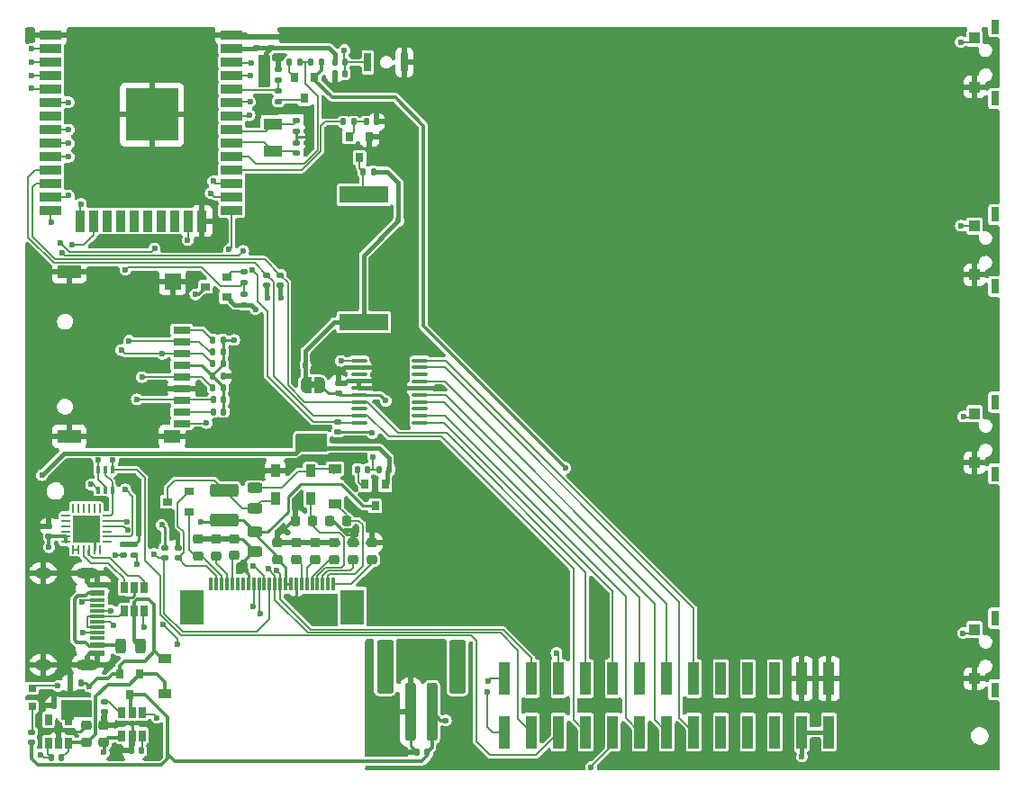
<source format=gbl>
G04 #@! TF.GenerationSoftware,KiCad,Pcbnew,(6.0.2)*
G04 #@! TF.CreationDate,2022-07-18T21:19:01-05:00*
G04 #@! TF.ProjectId,paperd_ink_rev4,70617065-7264-45f6-996e-6b5f72657634,rev?*
G04 #@! TF.SameCoordinates,Original*
G04 #@! TF.FileFunction,Copper,L2,Bot*
G04 #@! TF.FilePolarity,Positive*
%FSLAX46Y46*%
G04 Gerber Fmt 4.6, Leading zero omitted, Abs format (unit mm)*
G04 Created by KiCad (PCBNEW (6.0.2)) date 2022-07-18 21:19:01*
%MOMM*%
%LPD*%
G01*
G04 APERTURE LIST*
G04 Aperture macros list*
%AMRoundRect*
0 Rectangle with rounded corners*
0 $1 Rounding radius*
0 $2 $3 $4 $5 $6 $7 $8 $9 X,Y pos of 4 corners*
0 Add a 4 corners polygon primitive as box body*
4,1,4,$2,$3,$4,$5,$6,$7,$8,$9,$2,$3,0*
0 Add four circle primitives for the rounded corners*
1,1,$1+$1,$2,$3*
1,1,$1+$1,$4,$5*
1,1,$1+$1,$6,$7*
1,1,$1+$1,$8,$9*
0 Add four rect primitives between the rounded corners*
20,1,$1+$1,$2,$3,$4,$5,0*
20,1,$1+$1,$4,$5,$6,$7,0*
20,1,$1+$1,$6,$7,$8,$9,0*
20,1,$1+$1,$8,$9,$2,$3,0*%
%AMFreePoly0*
4,1,22,0.500000,-0.750000,0.000000,-0.750000,0.000000,-0.745033,-0.079941,-0.743568,-0.215256,-0.701293,-0.333266,-0.622738,-0.424486,-0.514219,-0.481581,-0.384460,-0.499164,-0.250000,-0.500000,-0.250000,-0.500000,0.250000,-0.499164,0.250000,-0.499963,0.256109,-0.478152,0.396186,-0.417904,0.524511,-0.324060,0.630769,-0.204165,0.706417,-0.067858,0.745374,0.000000,0.744959,0.000000,0.750000,
0.500000,0.750000,0.500000,-0.750000,0.500000,-0.750000,$1*%
%AMFreePoly1*
4,1,20,0.000000,0.744959,0.073905,0.744508,0.209726,0.703889,0.328688,0.626782,0.421226,0.519385,0.479903,0.390333,0.500000,0.250000,0.500000,-0.250000,0.499851,-0.262216,0.476331,-0.402017,0.414519,-0.529596,0.319384,-0.634700,0.198574,-0.708877,0.061801,-0.746166,0.000000,-0.745033,0.000000,-0.750000,-0.500000,-0.750000,-0.500000,0.750000,0.000000,0.750000,0.000000,0.744959,
0.000000,0.744959,$1*%
G04 Aperture macros list end*
G04 #@! TA.AperFunction,SMDPad,CuDef*
%ADD10RoundRect,0.147500X-0.172500X0.147500X-0.172500X-0.147500X0.172500X-0.147500X0.172500X0.147500X0*%
G04 #@! TD*
G04 #@! TA.AperFunction,SMDPad,CuDef*
%ADD11R,1.200000X0.900000*%
G04 #@! TD*
G04 #@! TA.AperFunction,SMDPad,CuDef*
%ADD12R,0.800000X0.900000*%
G04 #@! TD*
G04 #@! TA.AperFunction,SMDPad,CuDef*
%ADD13RoundRect,0.218750X0.256250X-0.218750X0.256250X0.218750X-0.256250X0.218750X-0.256250X-0.218750X0*%
G04 #@! TD*
G04 #@! TA.AperFunction,SMDPad,CuDef*
%ADD14R,0.900000X1.200000*%
G04 #@! TD*
G04 #@! TA.AperFunction,SMDPad,CuDef*
%ADD15RoundRect,0.250000X0.250000X2.500000X-0.250000X2.500000X-0.250000X-2.500000X0.250000X-2.500000X0*%
G04 #@! TD*
G04 #@! TA.AperFunction,SMDPad,CuDef*
%ADD16RoundRect,0.249600X0.550400X2.250400X-0.550400X2.250400X-0.550400X-2.250400X0.550400X-2.250400X0*%
G04 #@! TD*
G04 #@! TA.AperFunction,SMDPad,CuDef*
%ADD17RoundRect,0.218750X-0.218750X-0.256250X0.218750X-0.256250X0.218750X0.256250X-0.218750X0.256250X0*%
G04 #@! TD*
G04 #@! TA.AperFunction,SMDPad,CuDef*
%ADD18R,0.300000X1.300000*%
G04 #@! TD*
G04 #@! TA.AperFunction,SMDPad,CuDef*
%ADD19R,2.200000X3.300000*%
G04 #@! TD*
G04 #@! TA.AperFunction,SMDPad,CuDef*
%ADD20RoundRect,0.250000X1.075000X-0.375000X1.075000X0.375000X-1.075000X0.375000X-1.075000X-0.375000X0*%
G04 #@! TD*
G04 #@! TA.AperFunction,SMDPad,CuDef*
%ADD21R,2.000000X0.900000*%
G04 #@! TD*
G04 #@! TA.AperFunction,SMDPad,CuDef*
%ADD22R,0.900000X2.000000*%
G04 #@! TD*
G04 #@! TA.AperFunction,SMDPad,CuDef*
%ADD23R,5.000000X5.000000*%
G04 #@! TD*
G04 #@! TA.AperFunction,SMDPad,CuDef*
%ADD24RoundRect,0.243750X0.456250X-0.243750X0.456250X0.243750X-0.456250X0.243750X-0.456250X-0.243750X0*%
G04 #@! TD*
G04 #@! TA.AperFunction,SMDPad,CuDef*
%ADD25RoundRect,0.147500X0.172500X-0.147500X0.172500X0.147500X-0.172500X0.147500X-0.172500X-0.147500X0*%
G04 #@! TD*
G04 #@! TA.AperFunction,SMDPad,CuDef*
%ADD26RoundRect,0.147500X-0.147500X-0.172500X0.147500X-0.172500X0.147500X0.172500X-0.147500X0.172500X0*%
G04 #@! TD*
G04 #@! TA.AperFunction,SMDPad,CuDef*
%ADD27R,1.800000X1.000000*%
G04 #@! TD*
G04 #@! TA.AperFunction,SMDPad,CuDef*
%ADD28R,0.900000X0.800000*%
G04 #@! TD*
G04 #@! TA.AperFunction,SMDPad,CuDef*
%ADD29R,1.600000X0.700000*%
G04 #@! TD*
G04 #@! TA.AperFunction,SMDPad,CuDef*
%ADD30R,2.200000X1.200000*%
G04 #@! TD*
G04 #@! TA.AperFunction,SMDPad,CuDef*
%ADD31R,1.500000X1.600000*%
G04 #@! TD*
G04 #@! TA.AperFunction,SMDPad,CuDef*
%ADD32R,1.500000X1.200000*%
G04 #@! TD*
G04 #@! TA.AperFunction,SMDPad,CuDef*
%ADD33RoundRect,0.147500X0.147500X0.172500X-0.147500X0.172500X-0.147500X-0.172500X0.147500X-0.172500X0*%
G04 #@! TD*
G04 #@! TA.AperFunction,SMDPad,CuDef*
%ADD34R,0.650000X1.060000*%
G04 #@! TD*
G04 #@! TA.AperFunction,SMDPad,CuDef*
%ADD35RoundRect,0.225000X0.250000X-0.225000X0.250000X0.225000X-0.250000X0.225000X-0.250000X-0.225000X0*%
G04 #@! TD*
G04 #@! TA.AperFunction,SMDPad,CuDef*
%ADD36R,1.450000X0.600000*%
G04 #@! TD*
G04 #@! TA.AperFunction,SMDPad,CuDef*
%ADD37R,1.450000X0.300000*%
G04 #@! TD*
G04 #@! TA.AperFunction,ComponentPad*
%ADD38O,1.600000X1.000000*%
G04 #@! TD*
G04 #@! TA.AperFunction,ComponentPad*
%ADD39O,2.100000X1.000000*%
G04 #@! TD*
G04 #@! TA.AperFunction,SMDPad,CuDef*
%ADD40R,2.600000X2.600000*%
G04 #@! TD*
G04 #@! TA.AperFunction,SMDPad,CuDef*
%ADD41RoundRect,0.062500X0.350000X-0.062500X0.350000X0.062500X-0.350000X0.062500X-0.350000X-0.062500X0*%
G04 #@! TD*
G04 #@! TA.AperFunction,SMDPad,CuDef*
%ADD42RoundRect,0.062500X0.062500X-0.350000X0.062500X0.350000X-0.062500X0.350000X-0.062500X-0.350000X0*%
G04 #@! TD*
G04 #@! TA.AperFunction,SMDPad,CuDef*
%ADD43R,0.400000X0.650000*%
G04 #@! TD*
G04 #@! TA.AperFunction,SMDPad,CuDef*
%ADD44R,0.650000X1.800000*%
G04 #@! TD*
G04 #@! TA.AperFunction,SMDPad,CuDef*
%ADD45R,4.600000X1.600000*%
G04 #@! TD*
G04 #@! TA.AperFunction,SMDPad,CuDef*
%ADD46RoundRect,0.100000X-0.637500X-0.100000X0.637500X-0.100000X0.637500X0.100000X-0.637500X0.100000X0*%
G04 #@! TD*
G04 #@! TA.AperFunction,SMDPad,CuDef*
%ADD47R,1.000000X3.150000*%
G04 #@! TD*
G04 #@! TA.AperFunction,SMDPad,CuDef*
%ADD48FreePoly0,0.000000*%
G04 #@! TD*
G04 #@! TA.AperFunction,SMDPad,CuDef*
%ADD49FreePoly1,0.000000*%
G04 #@! TD*
G04 #@! TA.AperFunction,SMDPad,CuDef*
%ADD50RoundRect,0.218750X-0.256250X0.218750X-0.256250X-0.218750X0.256250X-0.218750X0.256250X0.218750X0*%
G04 #@! TD*
G04 #@! TA.AperFunction,SMDPad,CuDef*
%ADD51RoundRect,0.135000X-0.185000X0.135000X-0.185000X-0.135000X0.185000X-0.135000X0.185000X0.135000X0*%
G04 #@! TD*
G04 #@! TA.AperFunction,SMDPad,CuDef*
%ADD52RoundRect,0.243750X-0.243750X-0.456250X0.243750X-0.456250X0.243750X0.456250X-0.243750X0.456250X0*%
G04 #@! TD*
G04 #@! TA.AperFunction,SMDPad,CuDef*
%ADD53R,0.800000X1.450000*%
G04 #@! TD*
G04 #@! TA.AperFunction,SMDPad,CuDef*
%ADD54R,1.000000X1.100000*%
G04 #@! TD*
G04 #@! TA.AperFunction,SMDPad,CuDef*
%ADD55R,0.700000X0.700000*%
G04 #@! TD*
G04 #@! TA.AperFunction,ViaPad*
%ADD56C,0.600000*%
G04 #@! TD*
G04 #@! TA.AperFunction,Conductor*
%ADD57C,0.300000*%
G04 #@! TD*
G04 #@! TA.AperFunction,Conductor*
%ADD58C,0.130000*%
G04 #@! TD*
G04 #@! TA.AperFunction,Conductor*
%ADD59C,0.200000*%
G04 #@! TD*
G04 #@! TA.AperFunction,Conductor*
%ADD60C,0.254000*%
G04 #@! TD*
G04 #@! TA.AperFunction,Conductor*
%ADD61C,0.500000*%
G04 #@! TD*
G04 #@! TA.AperFunction,Conductor*
%ADD62C,0.400000*%
G04 #@! TD*
G04 APERTURE END LIST*
G36*
X129510000Y-104050000D02*
G01*
X129010000Y-104050000D01*
X129010000Y-103450000D01*
X129510000Y-103450000D01*
X129510000Y-104050000D01*
G37*
D10*
X126180000Y-93395000D03*
X126180000Y-94365000D03*
X125320000Y-71030000D03*
X125320000Y-72000000D03*
D11*
X131365000Y-111620000D03*
X131365000Y-114920000D03*
D12*
X127530000Y-74790000D03*
X129430000Y-74790000D03*
X128480000Y-76790000D03*
D13*
X134840000Y-120170000D03*
X134840000Y-118595000D03*
D14*
X129090000Y-114420000D03*
X125790000Y-114420000D03*
D13*
X118500000Y-119837500D03*
X118500000Y-118262500D03*
D10*
X126030000Y-76090000D03*
X126030000Y-77060000D03*
X126030000Y-74060000D03*
X126030000Y-75030000D03*
X124930000Y-93395000D03*
X124930000Y-94365000D03*
D15*
X140465000Y-134520000D03*
X138465000Y-134520000D03*
D16*
X136065000Y-130270000D03*
X142865000Y-130270000D03*
D17*
X127627500Y-116520000D03*
X129202500Y-116520000D03*
D10*
X123970000Y-71030000D03*
X123970000Y-72000000D03*
D18*
X119692939Y-122480356D03*
X120192939Y-122480356D03*
X120692939Y-122480356D03*
X121192939Y-122480356D03*
X121692939Y-122480356D03*
X122192939Y-122480356D03*
X122692939Y-122480356D03*
X123192939Y-122480356D03*
X123692939Y-122480356D03*
X124192939Y-122480356D03*
X124692939Y-122480356D03*
X125192939Y-122480356D03*
X125692939Y-122480356D03*
X126192939Y-122480356D03*
X126692939Y-122480356D03*
X127192939Y-122480356D03*
X127692939Y-122480356D03*
X128192939Y-122480356D03*
X128692939Y-122480356D03*
X129192939Y-122480356D03*
X129692939Y-122480356D03*
X130192939Y-122480356D03*
X130692939Y-122480356D03*
X131192939Y-122480356D03*
D19*
X132992939Y-124650356D03*
X117892939Y-124650356D03*
D20*
X120950000Y-116480000D03*
X120950000Y-113680000D03*
D21*
X121630000Y-70815000D03*
X121630000Y-72085000D03*
X121630000Y-73355000D03*
X121630000Y-74625000D03*
X121630000Y-75895000D03*
X121630000Y-77165000D03*
X121630000Y-78435000D03*
X121630000Y-79705000D03*
X121630000Y-80975000D03*
X121630000Y-82245000D03*
X121630000Y-83515000D03*
X121630000Y-84785000D03*
X121630000Y-86055000D03*
X121630000Y-87325000D03*
D22*
X118845000Y-88325000D03*
X117575000Y-88325000D03*
X116305000Y-88325000D03*
X115035000Y-88325000D03*
X113765000Y-88325000D03*
X112495000Y-88325000D03*
X111225000Y-88325000D03*
X109955000Y-88325000D03*
X108685000Y-88325000D03*
X107415000Y-88325000D03*
D21*
X104630000Y-87325000D03*
X104630000Y-86055000D03*
X104630000Y-84785000D03*
X104630000Y-83515000D03*
X104630000Y-82245000D03*
X104630000Y-80975000D03*
X104630000Y-79705000D03*
X104630000Y-78435000D03*
X104630000Y-77165000D03*
X104630000Y-75895000D03*
X104630000Y-74625000D03*
X104630000Y-73355000D03*
X104630000Y-72085000D03*
X104630000Y-70815000D03*
D23*
X114130000Y-78315000D03*
D17*
X130842500Y-116520000D03*
X132417500Y-116520000D03*
D24*
X123780000Y-119462500D03*
X123780000Y-117587500D03*
D25*
X116590000Y-120055000D03*
X116590000Y-119085000D03*
D24*
X123810000Y-115332500D03*
X123810000Y-113457500D03*
D12*
X134165000Y-113120000D03*
X136065000Y-113120000D03*
X135115000Y-115120000D03*
D26*
X133465000Y-111710000D03*
X134435000Y-111710000D03*
X135470000Y-111710000D03*
X136440000Y-111710000D03*
D25*
X127730000Y-79865000D03*
X127730000Y-78895000D03*
D27*
X125510000Y-81710000D03*
X125510000Y-79210000D03*
D25*
X127730000Y-81925000D03*
X127730000Y-80955000D03*
X115365000Y-120055000D03*
X115365000Y-119085000D03*
D28*
X121165000Y-93570000D03*
X121165000Y-95470000D03*
X119165000Y-94520000D03*
D10*
X122765000Y-95235000D03*
X122765000Y-96205000D03*
D29*
X116940000Y-98580000D03*
X116940000Y-99680000D03*
X116940000Y-100780000D03*
X116940000Y-101880000D03*
X116940000Y-102980000D03*
X116940000Y-104080000D03*
X116940000Y-105180000D03*
X116940000Y-106280000D03*
X116940000Y-107380000D03*
D30*
X106350000Y-108580000D03*
D31*
X116070000Y-94010000D03*
D32*
X116040000Y-108580000D03*
D30*
X106360000Y-93100000D03*
D33*
X120835000Y-99520000D03*
X119865000Y-99520000D03*
X120835000Y-100645666D03*
X119865000Y-100645666D03*
X120835000Y-104022664D03*
X119865000Y-104022664D03*
X120835000Y-101771332D03*
X119865000Y-101771332D03*
X120835000Y-102896998D03*
X119865000Y-102896998D03*
X120875000Y-105148330D03*
X119905000Y-105148330D03*
X120875000Y-106274000D03*
X119905000Y-106274000D03*
X140000000Y-138320000D03*
X139030000Y-138320000D03*
D12*
X111115000Y-130920000D03*
X113015000Y-130920000D03*
X112065000Y-132920000D03*
D33*
X105645000Y-138830000D03*
X104675000Y-138830000D03*
X113145000Y-138180000D03*
X112175000Y-138180000D03*
D34*
X111318000Y-134550000D03*
X112268000Y-134550000D03*
X113218000Y-134550000D03*
X113218000Y-136750000D03*
X112268000Y-136750000D03*
X111318000Y-136750000D03*
X111510000Y-122820000D03*
X112460000Y-122820000D03*
X113410000Y-122820000D03*
X113410000Y-125020000D03*
X112460000Y-125020000D03*
X111510000Y-125020000D03*
D33*
X105895000Y-133880000D03*
X104925000Y-133880000D03*
D35*
X107950000Y-137355000D03*
X107950000Y-135805000D03*
X109610000Y-137355000D03*
X109610000Y-135805000D03*
D11*
X115365000Y-132770000D03*
X115365000Y-129470000D03*
D36*
X109005000Y-129030000D03*
X109005000Y-128230000D03*
D37*
X109005000Y-127030000D03*
X109005000Y-126030000D03*
X109005000Y-125530000D03*
X109005000Y-124530000D03*
D36*
X109005000Y-123330000D03*
X109005000Y-122530000D03*
X109005000Y-122530000D03*
X109005000Y-123330000D03*
D37*
X109005000Y-124030000D03*
X109005000Y-125030000D03*
X109005000Y-126530000D03*
X109005000Y-127530000D03*
D36*
X109005000Y-128230000D03*
X109005000Y-129030000D03*
D38*
X103910000Y-130100000D03*
D39*
X108090000Y-121460000D03*
D38*
X103910000Y-121460000D03*
D39*
X108090000Y-130100000D03*
D34*
X106310000Y-137450000D03*
X105360000Y-137450000D03*
X104410000Y-137450000D03*
X104410000Y-135250000D03*
X106310000Y-135250000D03*
D40*
X107960000Y-117280000D03*
D41*
X109897500Y-118530000D03*
X109897500Y-118030000D03*
X109897500Y-117530000D03*
X109897500Y-117030000D03*
X109897500Y-116530000D03*
X109897500Y-116030000D03*
D42*
X109210000Y-115342500D03*
X108710000Y-115342500D03*
X108210000Y-115342500D03*
X107710000Y-115342500D03*
X107210000Y-115342500D03*
X106710000Y-115342500D03*
D41*
X106022500Y-116030000D03*
X106022500Y-116530000D03*
X106022500Y-117030000D03*
X106022500Y-117530000D03*
X106022500Y-118030000D03*
X106022500Y-118530000D03*
D42*
X106710000Y-119217500D03*
X107210000Y-119217500D03*
X107710000Y-119217500D03*
X108210000Y-119217500D03*
X108710000Y-119217500D03*
X109210000Y-119217500D03*
D43*
X110396000Y-113632000D03*
X109746000Y-113632000D03*
X109096000Y-113632000D03*
X109096000Y-111732000D03*
X109746000Y-111732000D03*
X110396000Y-111732000D03*
D25*
X104460000Y-117035000D03*
X104460000Y-118005000D03*
D44*
X137875000Y-73390000D03*
X134425000Y-73390000D03*
D26*
X131305000Y-74490000D03*
X132275000Y-74490000D03*
X127050000Y-73400000D03*
X128020000Y-73400000D03*
D45*
X134042000Y-97840000D03*
X134042000Y-85850000D03*
D33*
X133105000Y-78990000D03*
X132135000Y-78990000D03*
D12*
X132700000Y-80370000D03*
X134600000Y-80370000D03*
X133650000Y-82370000D03*
D33*
X134960000Y-83680000D03*
X133990000Y-83680000D03*
D26*
X134270000Y-78990000D03*
X135240000Y-78990000D03*
D46*
X133597500Y-107305000D03*
X133597500Y-106655000D03*
X133597500Y-106005000D03*
X133597500Y-105355000D03*
X133597500Y-104705000D03*
X133597500Y-104055000D03*
X133597500Y-103405000D03*
X133597500Y-102755000D03*
X133597500Y-102105000D03*
X133597500Y-101455000D03*
X139322500Y-101455000D03*
X139322500Y-102105000D03*
X139322500Y-102755000D03*
X139322500Y-103405000D03*
X139322500Y-104055000D03*
X139322500Y-104705000D03*
X139322500Y-105355000D03*
X139322500Y-106005000D03*
X139322500Y-106655000D03*
X139322500Y-107305000D03*
D47*
X147300000Y-131375000D03*
X147300000Y-136425000D03*
X149840000Y-131375000D03*
X149840000Y-136425000D03*
X152380000Y-131375000D03*
X152380000Y-136425000D03*
X154920000Y-131375000D03*
X154920000Y-136425000D03*
X157460000Y-131375000D03*
X157460000Y-136425000D03*
X160000000Y-131375000D03*
X160000000Y-136425000D03*
X162540000Y-131375000D03*
X162540000Y-136425000D03*
X165080000Y-131375000D03*
X165080000Y-136425000D03*
X167620000Y-131375000D03*
X167620000Y-136425000D03*
X170160000Y-131375000D03*
X170160000Y-136425000D03*
X172700000Y-131375000D03*
X172700000Y-136425000D03*
X175240000Y-131375000D03*
X175240000Y-136425000D03*
X177780000Y-131375000D03*
X177780000Y-136425000D03*
D10*
X131610000Y-107195000D03*
X131610000Y-108165000D03*
D25*
X102815000Y-137405000D03*
X102815000Y-136435000D03*
D33*
X107445000Y-131780000D03*
X106475000Y-131780000D03*
D48*
X128610000Y-103750000D03*
D49*
X129910000Y-103750000D03*
D13*
X121840000Y-119797500D03*
X121840000Y-118222500D03*
D50*
X125970000Y-118595000D03*
X125970000Y-120170000D03*
D13*
X133066000Y-120170000D03*
X133066000Y-118595000D03*
X127744000Y-120170000D03*
X127744000Y-118595000D03*
X131292000Y-120170000D03*
X131292000Y-118595000D03*
D14*
X125740000Y-111845000D03*
X129040000Y-111845000D03*
D10*
X122765000Y-93135000D03*
X122765000Y-94105000D03*
D26*
X131305000Y-73390000D03*
X132275000Y-73390000D03*
X129090000Y-73400000D03*
X130060000Y-73400000D03*
D10*
X131660000Y-103595000D03*
X131660000Y-104565000D03*
D28*
X117590000Y-113795000D03*
X117590000Y-115695000D03*
X115590000Y-114745000D03*
D13*
X120180000Y-119817500D03*
X120180000Y-118242500D03*
X129518000Y-120170000D03*
X129518000Y-118595000D03*
D51*
X112483398Y-118780148D03*
X112483398Y-119800148D03*
D52*
X111203653Y-128285056D03*
X113078653Y-128285056D03*
D51*
X111460000Y-118770000D03*
X111460000Y-119790000D03*
D53*
X193410000Y-112125000D03*
X193410000Y-105375000D03*
D54*
X191460000Y-111050000D03*
X191460000Y-106450000D03*
D53*
X193410000Y-132445000D03*
X193410000Y-125695000D03*
D54*
X191460000Y-131370000D03*
X191460000Y-126770000D03*
D55*
X102860000Y-132330000D03*
X102860000Y-134030000D03*
D53*
X193410000Y-76795000D03*
X193410000Y-70045000D03*
D54*
X191460000Y-75720000D03*
X191460000Y-71120000D03*
D10*
X109665000Y-133545000D03*
X109665000Y-134515000D03*
D53*
X193410000Y-94460000D03*
X193410000Y-87710000D03*
D54*
X191460000Y-93385000D03*
X191460000Y-88785000D03*
D56*
X182297500Y-73145000D03*
X144690000Y-79070000D03*
X178130000Y-102797775D03*
X169795000Y-85006110D03*
X106210000Y-136330000D03*
X173962500Y-96867220D03*
X169795000Y-108728330D03*
X114165000Y-78357500D03*
X182297500Y-126520000D03*
X143510000Y-137242500D03*
X169795000Y-73145000D03*
X161460000Y-84995000D03*
X186465000Y-102797775D03*
X115140000Y-79351250D03*
X169795000Y-79075555D03*
X153045000Y-73145000D03*
X192190000Y-120813750D03*
X169795000Y-90936665D03*
X182297500Y-90936665D03*
X157292500Y-84995000D03*
X188768750Y-138940000D03*
X122760000Y-111180000D03*
X153045000Y-79070000D03*
X124465000Y-108080000D03*
X192190000Y-95295000D03*
X136930000Y-81935000D03*
X186465000Y-73145000D03*
X105960000Y-127780000D03*
X138005000Y-79910000D03*
X173962500Y-79075555D03*
X184206250Y-138940000D03*
X169795000Y-126520000D03*
X122465000Y-104762500D03*
X115140000Y-78357500D03*
X182297500Y-85006110D03*
X165627500Y-114620000D03*
X144690000Y-73145000D03*
X192190000Y-97576250D03*
X108760000Y-118180000D03*
X126465000Y-105695000D03*
X165627500Y-108728330D03*
X182297500Y-102797775D03*
X148957500Y-79070000D03*
X113190000Y-77363750D03*
X104410000Y-136330000D03*
X109665000Y-95720000D03*
X192190000Y-77545000D03*
X161460000Y-102770000D03*
X157292500Y-108695000D03*
X123860000Y-112080000D03*
X173962500Y-120589440D03*
X169795000Y-102797775D03*
X161460000Y-79070000D03*
X106065000Y-103820000D03*
X186487500Y-138940000D03*
X161460000Y-73145000D03*
X128915000Y-80420000D03*
X148957500Y-96845000D03*
X106065000Y-101870000D03*
X178130000Y-114658885D03*
X157292500Y-102770000D03*
X135815000Y-135346666D03*
X165627500Y-120589440D03*
X112265000Y-135630000D03*
X182297500Y-96867220D03*
X109665000Y-104760000D03*
X112870000Y-113010000D03*
X107060000Y-118180000D03*
X178130000Y-90936665D03*
X107865000Y-100240000D03*
X182297500Y-108728330D03*
X192190000Y-116251250D03*
X192190000Y-102138750D03*
X157292500Y-96845000D03*
X134865000Y-133980000D03*
X161460000Y-96845000D03*
X178130000Y-96867220D03*
X114165000Y-79351250D03*
X173962500Y-73145000D03*
X178130000Y-73145000D03*
X135015000Y-116820000D03*
X165627500Y-90936665D03*
X115140000Y-77363750D03*
X107865000Y-107020000D03*
X136930000Y-79910000D03*
X173962500Y-108728330D03*
X134865000Y-138080000D03*
X113165000Y-135630000D03*
X122465000Y-101445000D03*
X126015000Y-73145000D03*
X169795000Y-120589440D03*
X138005000Y-81935000D03*
X106110000Y-120980000D03*
X157292500Y-73145000D03*
X133265000Y-117845000D03*
X111365000Y-135630000D03*
X109665000Y-107020000D03*
X186465000Y-126520000D03*
X153045000Y-84995000D03*
X109665000Y-97980000D03*
X192190000Y-118532500D03*
X122465000Y-108080000D03*
X108065000Y-104760000D03*
X123860000Y-111180000D03*
X108760000Y-116405000D03*
X107865000Y-95720000D03*
X186465000Y-114658885D03*
X192190000Y-123095000D03*
X192190000Y-99857500D03*
X114165000Y-77363750D03*
X165627500Y-73145000D03*
X157292500Y-79070000D03*
X122465000Y-103103750D03*
X178130000Y-108728330D03*
X165627500Y-85006110D03*
X153045000Y-90920000D03*
X135815000Y-138080000D03*
X109665000Y-100240000D03*
X134865000Y-136713332D03*
X169795000Y-96867220D03*
X186465000Y-90936665D03*
X165627500Y-102797775D03*
X113190000Y-78357500D03*
X161460000Y-90920000D03*
X178130000Y-85006110D03*
X127615000Y-115745000D03*
X182297500Y-79075555D03*
X178130000Y-120589440D03*
X169795000Y-114658885D03*
X105310000Y-136330000D03*
X153045000Y-96845000D03*
X122600000Y-120980000D03*
X142510000Y-138180000D03*
X186465000Y-96867220D03*
X186465000Y-120589440D03*
X192190000Y-79826250D03*
X107885000Y-117305000D03*
X173962500Y-126520000D03*
X107965000Y-97980000D03*
X144690000Y-96845000D03*
X173962500Y-102797775D03*
X134865000Y-135346666D03*
X122465000Y-106421250D03*
X109665000Y-102500000D03*
X157292500Y-90920000D03*
X113190000Y-79351250D03*
X191050000Y-138940000D03*
X148957500Y-90920000D03*
X178130000Y-126520000D03*
X136930000Y-80922500D03*
X165627500Y-79075555D03*
X192190000Y-84388750D03*
X173962500Y-85006110D03*
X161460000Y-114620000D03*
X144690000Y-84995000D03*
X106065000Y-99920000D03*
X127740000Y-123820000D03*
X186465000Y-85006110D03*
X138005000Y-80922500D03*
X107060000Y-116405000D03*
X126465000Y-108080000D03*
X182297500Y-114658885D03*
X135815000Y-133980000D03*
X161460000Y-108695000D03*
X148957500Y-73145000D03*
X192190000Y-82107500D03*
X186465000Y-108728330D03*
X165627500Y-96867220D03*
X153045000Y-102770000D03*
X108065000Y-102500000D03*
X182297500Y-120589440D03*
X148957500Y-84995000D03*
X173962500Y-114658885D03*
X178130000Y-79075555D03*
X143510000Y-138180000D03*
X181925000Y-138940000D03*
X186465000Y-79075555D03*
X144690000Y-90920000D03*
X173962500Y-90936665D03*
X135815000Y-136713332D03*
X152990000Y-111545000D03*
X141765000Y-135320000D03*
X123865000Y-96620000D03*
X107910000Y-134630000D03*
X107910000Y-133830000D03*
X124965000Y-95545000D03*
X124800000Y-75230000D03*
X137310000Y-88310000D03*
X128160000Y-109580000D03*
X103790000Y-112245000D03*
X124800000Y-74255000D03*
X175240000Y-138720000D03*
X130210000Y-108657500D03*
X106960000Y-133880000D03*
X128560000Y-101880000D03*
X130210000Y-109580000D03*
X126240000Y-95545000D03*
X124800000Y-73280000D03*
X128160000Y-108657500D03*
X104460000Y-119020000D03*
X109610000Y-138330000D03*
X108265000Y-132120000D03*
X118765000Y-116670000D03*
X115060000Y-116920000D03*
X132225000Y-72250000D03*
X105665000Y-91295000D03*
X122715000Y-91145000D03*
X110465000Y-110820000D03*
X123515000Y-73420000D03*
X123365000Y-77095000D03*
X123660000Y-124610000D03*
X117500000Y-90120000D03*
X124340000Y-125310000D03*
X123659999Y-120745000D03*
X106640000Y-90570000D03*
X114340000Y-119645000D03*
X102820000Y-73350000D03*
X125040000Y-121070000D03*
X113205001Y-103005001D03*
X106310000Y-81010000D03*
X115110000Y-100820000D03*
X125870000Y-121180000D03*
X111260000Y-100470000D03*
X102820000Y-72100000D03*
X111840000Y-117410000D03*
X102800000Y-75860000D03*
X145665000Y-132620000D03*
X112710000Y-105110000D03*
X106310000Y-79730000D03*
X152165000Y-128970000D03*
X145720000Y-131590000D03*
X102800000Y-74600000D03*
X111770000Y-116670000D03*
X111627482Y-113582518D03*
X109090000Y-110795000D03*
X106310000Y-77140000D03*
X111990000Y-99590000D03*
X121865000Y-99520000D03*
X118210000Y-95230000D03*
X108410000Y-113110000D03*
X104680000Y-88460000D03*
X134920000Y-110550000D03*
X121390000Y-91020000D03*
X111640000Y-92900000D03*
X106310000Y-82280000D03*
X115139999Y-126294999D03*
X123420000Y-74625000D03*
X105310000Y-132080000D03*
X114615000Y-135070000D03*
X114390000Y-90895000D03*
X116525000Y-128180000D03*
X105490000Y-90390000D03*
X123300989Y-78375157D03*
X123560500Y-92970000D03*
X119265000Y-107320000D03*
X131910000Y-101480000D03*
X134860000Y-108280000D03*
X136110000Y-105230000D03*
X103660000Y-138530000D03*
X155415000Y-139709001D03*
X190390000Y-127095000D03*
X107465000Y-86720000D03*
X190415000Y-106720000D03*
X106315000Y-85920000D03*
X190190000Y-88770000D03*
X119890000Y-84570000D03*
X190165000Y-71470000D03*
X119665000Y-85695000D03*
X113370000Y-126580000D03*
X110480000Y-126350000D03*
X110300000Y-125000500D03*
X112715066Y-120618791D03*
X107650000Y-127020000D03*
X107550000Y-124210000D03*
X110711456Y-119803573D03*
D57*
X104460000Y-119020000D02*
X104460000Y-118005000D01*
D58*
X109897500Y-116030000D02*
X110253750Y-116030000D01*
X110396000Y-115887750D02*
X110396000Y-113632000D01*
X110253750Y-116030000D02*
X110396000Y-115887750D01*
X109897500Y-117030000D02*
X111430655Y-117030000D01*
X111430655Y-117030000D02*
X111565166Y-117164511D01*
X111565166Y-117164511D02*
X111594511Y-117164511D01*
X111594511Y-117164511D02*
X111840000Y-117410000D01*
X109897500Y-116530000D02*
X111630000Y-116530000D01*
X111630000Y-116530000D02*
X111770000Y-116670000D01*
X109897500Y-118030000D02*
X112155000Y-118030000D01*
X112335001Y-114240001D02*
X111677518Y-113582518D01*
X112155000Y-118030000D02*
X112335001Y-117849999D01*
X111677518Y-113582518D02*
X111627482Y-113582518D01*
X112335001Y-117849999D02*
X112335001Y-114240001D01*
D59*
X110492124Y-120333084D02*
X111839040Y-121680000D01*
X111839040Y-121680000D02*
X112860000Y-121680000D01*
X112860000Y-121680000D02*
X113410000Y-122230000D01*
X111510000Y-122820000D02*
X111510000Y-121987343D01*
X111510000Y-121987343D02*
X110305732Y-120783075D01*
X107734999Y-119877699D02*
X108362300Y-120505000D01*
X110027656Y-120505000D02*
X110305732Y-120783075D01*
X107734999Y-119242499D02*
X107734999Y-119877699D01*
X108362300Y-120505000D02*
X110027656Y-120505000D01*
X110214040Y-120055000D02*
X110492124Y-120333084D01*
X107710000Y-119217500D02*
X107734999Y-119242499D01*
X108548700Y-120055000D02*
X110214040Y-120055000D01*
X108185001Y-119242499D02*
X108185001Y-119691301D01*
X108210000Y-119217500D02*
X108185001Y-119242499D01*
X108185001Y-119691301D02*
X108548700Y-120055000D01*
D58*
X106710000Y-119217500D02*
X107210000Y-119217500D01*
D60*
X127696000Y-122480000D02*
X127696000Y-123776000D01*
D61*
X122395000Y-71030000D02*
X123970000Y-71030000D01*
D60*
X112460000Y-123586810D02*
X112266810Y-123780000D01*
X110420000Y-123166978D02*
X109783022Y-122530000D01*
X132465000Y-117845000D02*
X133265000Y-117845000D01*
X112266810Y-123780000D02*
X110460000Y-123780000D01*
X108710000Y-119217500D02*
X108710000Y-118030000D01*
X112483398Y-118780148D02*
X112870000Y-118393546D01*
X125970000Y-118595000D02*
X131292000Y-118595000D01*
X127315000Y-116520000D02*
X125970000Y-117865000D01*
X106210000Y-136330000D02*
X107425000Y-136330000D01*
X127290000Y-116520000D02*
X127627500Y-116520000D01*
X112175000Y-136843000D02*
X112268000Y-136750000D01*
X133066000Y-118595000D02*
X133066000Y-118044000D01*
X118500000Y-118262500D02*
X121800000Y-118262500D01*
X125970000Y-117865000D02*
X125970000Y-118595000D01*
X112175000Y-138180000D02*
X112175000Y-136843000D01*
X110420000Y-123740000D02*
X110420000Y-123166978D01*
X127627500Y-115757500D02*
X127615000Y-115745000D01*
X112268000Y-135633000D02*
X112265000Y-135630000D01*
X122600000Y-120980000D02*
X122330000Y-120980000D01*
X122592500Y-118222500D02*
X123780000Y-119410000D01*
X123970000Y-71030000D02*
X125320000Y-71030000D01*
X111365000Y-135630000D02*
X113165000Y-135630000D01*
X127730000Y-79865000D02*
X127730000Y-80355000D01*
X107425000Y-136330000D02*
X107950000Y-135805000D01*
X111460000Y-118770000D02*
X112473250Y-118770000D01*
X133066000Y-118044000D02*
X133265000Y-117845000D01*
X138465000Y-137755000D02*
X139030000Y-138320000D01*
X131140000Y-116520000D02*
X132465000Y-117845000D01*
X123196000Y-122480000D02*
X123196000Y-121576000D01*
X112870000Y-118393546D02*
X112870000Y-113010000D01*
X110460000Y-123780000D02*
X110420000Y-123740000D01*
X112473250Y-118770000D02*
X112483398Y-118780148D01*
X123647500Y-119462500D02*
X122330000Y-120780000D01*
X121840000Y-118222500D02*
X122592500Y-118222500D01*
X127730000Y-80355000D02*
X128850000Y-80355000D01*
X112268000Y-136750000D02*
X112268000Y-135633000D01*
X109783022Y-122530000D02*
X109005000Y-122530000D01*
X127696000Y-123776000D02*
X127740000Y-123820000D01*
X126030000Y-73160000D02*
X126015000Y-73145000D01*
X128850000Y-80355000D02*
X128915000Y-80420000D01*
X122330000Y-120780000D02*
X122330000Y-120980000D01*
X123196000Y-121576000D02*
X122600000Y-120980000D01*
X112460000Y-122820000D02*
X112460000Y-123586810D01*
X127627500Y-116520000D02*
X127627500Y-115757500D01*
X127730000Y-80355000D02*
X127730000Y-80955000D01*
X138465000Y-134520000D02*
X138465000Y-137755000D01*
X126030000Y-74060000D02*
X126030000Y-73160000D01*
D57*
X141265000Y-135320000D02*
X141765000Y-135320000D01*
X139515000Y-139170000D02*
X140000000Y-138685000D01*
X131065000Y-76680000D02*
X129430000Y-75045000D01*
X112165000Y-133020000D02*
X112165000Y-133770000D01*
X140465000Y-134520000D02*
X140465000Y-137855000D01*
X136985000Y-76680000D02*
X131065000Y-76680000D01*
X102815000Y-137405000D02*
X102815000Y-138935000D01*
X130060000Y-74160000D02*
X129430000Y-74790000D01*
X139645000Y-98200000D02*
X139645000Y-79340000D01*
X115005000Y-139530000D02*
X115615000Y-138920000D01*
X115615000Y-138920000D02*
X115615000Y-135020000D01*
X140000000Y-138685000D02*
X140000000Y-138320000D01*
X139645000Y-79340000D02*
X136985000Y-76680000D01*
X115615000Y-138520000D02*
X116265000Y-139170000D01*
X115615000Y-135020000D02*
X113515000Y-132920000D01*
X113515000Y-132920000D02*
X112065000Y-132920000D01*
X112165000Y-133770000D02*
X112165000Y-134687000D01*
X140465000Y-134520000D02*
X141265000Y-135320000D01*
X102815000Y-138935000D02*
X103410000Y-139530000D01*
X152990000Y-111545000D02*
X139645000Y-98200000D01*
X130060000Y-73400000D02*
X130060000Y-74160000D01*
X116265000Y-139170000D02*
X139515000Y-139170000D01*
X103410000Y-139530000D02*
X115005000Y-139530000D01*
X140465000Y-137855000D02*
X140000000Y-138320000D01*
D58*
X133650000Y-82370000D02*
X133650000Y-83340000D01*
X133990000Y-83680000D02*
X133990000Y-85798000D01*
X133650000Y-83340000D02*
X133990000Y-83680000D01*
D62*
X124800000Y-73280000D02*
X124800000Y-72520000D01*
X105874991Y-110160009D02*
X127579991Y-110160009D01*
X131245000Y-97840000D02*
X134042000Y-97840000D01*
X134042000Y-97840000D02*
X134042000Y-91578000D01*
X123970000Y-72000000D02*
X125320000Y-72000000D01*
X103790000Y-112245000D02*
X105874991Y-110160009D01*
X128560000Y-100525000D02*
X131245000Y-97840000D01*
X136265000Y-111885000D02*
X136265000Y-112920000D01*
X175240000Y-138720000D02*
X175240000Y-136425000D01*
X124930000Y-95510000D02*
X124965000Y-95545000D01*
X127579991Y-110160009D02*
X128160000Y-109580000D01*
X136440000Y-111710000D02*
X136265000Y-111885000D01*
X134042000Y-91578000D02*
X137310000Y-88310000D01*
X124800000Y-72520000D02*
X125320000Y-72000000D01*
X125360000Y-72040000D02*
X130765000Y-72040000D01*
X126180000Y-95485000D02*
X126240000Y-95545000D01*
X136440000Y-110645000D02*
X135475000Y-109680000D01*
X121900000Y-96205000D02*
X121165000Y-95470000D01*
X130310000Y-109680000D02*
X130210000Y-109580000D01*
X122765000Y-96205000D02*
X123450000Y-96205000D01*
X137310000Y-84720000D02*
X136270000Y-83680000D01*
X130765000Y-72040000D02*
X131305000Y-72580000D01*
X122765000Y-96205000D02*
X121900000Y-96205000D01*
X128560000Y-101880000D02*
X128560000Y-100525000D01*
X128560000Y-103700000D02*
X128610000Y-103750000D01*
X135475000Y-109680000D02*
X130310000Y-109680000D01*
X121630000Y-72085000D02*
X123885000Y-72085000D01*
X136440000Y-111710000D02*
X136440000Y-110645000D01*
X124930000Y-94365000D02*
X124930000Y-95510000D01*
X131305000Y-72580000D02*
X131305000Y-73390000D01*
X137310000Y-88310000D02*
X137310000Y-84720000D01*
X177780000Y-136425000D02*
X175240000Y-136425000D01*
X126180000Y-94365000D02*
X126180000Y-95485000D01*
X136270000Y-83680000D02*
X134960000Y-83680000D01*
X123450000Y-96205000D02*
X123865000Y-96620000D01*
X128560000Y-101880000D02*
X128560000Y-103700000D01*
D58*
X120180000Y-120490000D02*
X120180000Y-119817500D01*
X121196000Y-121506000D02*
X120180000Y-120490000D01*
X121196000Y-122480000D02*
X121196000Y-121506000D01*
X130696000Y-121700000D02*
X130856000Y-121540000D01*
X130696000Y-122480000D02*
X130696000Y-121700000D01*
X133940000Y-116870000D02*
X133590000Y-116520000D01*
X133940000Y-120800000D02*
X133940000Y-116870000D01*
X133590000Y-116520000D02*
X132417500Y-116520000D01*
X130856000Y-121540000D02*
X133200000Y-121540000D01*
X132417500Y-115972500D02*
X131365000Y-114920000D01*
X132417500Y-116520000D02*
X132417500Y-115972500D01*
X133200000Y-121540000D02*
X133940000Y-120800000D01*
X121696000Y-122480000D02*
X121696000Y-119941500D01*
D57*
X109970000Y-131920000D02*
X108810000Y-133080000D01*
X113015000Y-130920000D02*
X112015000Y-131920000D01*
X115365000Y-132520000D02*
X115365000Y-131720000D01*
X106355000Y-137355000D02*
X106260000Y-137450000D01*
X108810000Y-133080000D02*
X108810000Y-136618000D01*
D58*
X106260000Y-138215000D02*
X106260000Y-137450000D01*
X105645000Y-138830000D02*
X106260000Y-138215000D01*
D57*
X107950000Y-137355000D02*
X106355000Y-137355000D01*
X108810000Y-136618000D02*
X107950000Y-137478000D01*
X115365000Y-131720000D02*
X114565000Y-130920000D01*
X114565000Y-130920000D02*
X113015000Y-130920000D01*
X112015000Y-131920000D02*
X109970000Y-131920000D01*
X111115000Y-130920000D02*
X110465000Y-130920000D01*
X104370000Y-118020000D02*
X106012500Y-118020000D01*
X113860000Y-123920000D02*
X114365000Y-124425000D01*
X109980000Y-131405000D02*
X109365000Y-131405000D01*
X110035000Y-136990000D02*
X109680000Y-137345000D01*
X114365000Y-128720000D02*
X114365000Y-128820000D01*
X112730000Y-123920000D02*
X113860000Y-123920000D01*
X112460000Y-125020000D02*
X112460000Y-127842500D01*
D60*
X107445000Y-131780000D02*
X107925000Y-131780000D01*
D57*
X112460000Y-124190000D02*
X112730000Y-123920000D01*
X114365000Y-128820000D02*
X113465000Y-129720000D01*
X109680000Y-138260000D02*
X109610000Y-138330000D01*
X106022500Y-118030000D02*
X106022500Y-118530000D01*
X114365000Y-128720000D02*
X115365000Y-129720000D01*
X112460000Y-125020000D02*
X112460000Y-124190000D01*
X112460000Y-127842500D02*
X112897500Y-128280000D01*
X111565000Y-129720000D02*
X111115000Y-130170000D01*
X109680000Y-137345000D02*
X109680000Y-138260000D01*
X113465000Y-129720000D02*
X111565000Y-129720000D01*
X110465000Y-130920000D02*
X109980000Y-131405000D01*
X109365000Y-131405000D02*
X108980000Y-131405000D01*
X111115000Y-130170000D02*
X111115000Y-130920000D01*
X114365000Y-124425000D02*
X114365000Y-128720000D01*
D60*
X107925000Y-131780000D02*
X108265000Y-132120000D01*
D57*
X108980000Y-131405000D02*
X108265000Y-132120000D01*
X111318000Y-136990000D02*
X110035000Y-136990000D01*
D59*
X128660000Y-111910000D02*
X127900000Y-111910000D01*
X126352500Y-113457500D02*
X123810000Y-113457500D01*
X130930000Y-111680000D02*
X129340000Y-111680000D01*
X127900000Y-111910000D02*
X126352500Y-113457500D01*
X131280000Y-112030000D02*
X130930000Y-111680000D01*
X124380000Y-114670000D02*
X123720000Y-115330000D01*
X115590000Y-113445000D02*
X116290000Y-112745000D01*
X120015000Y-112745000D02*
X120950000Y-113680000D01*
X120950000Y-113680000D02*
X122602500Y-115332500D01*
X122602500Y-115332500D02*
X123810000Y-115332500D01*
X125530000Y-114670000D02*
X124380000Y-114670000D01*
X116290000Y-112745000D02*
X120015000Y-112745000D01*
X115590000Y-114745000D02*
X115590000Y-113445000D01*
D60*
X115365000Y-117225000D02*
X115060000Y-116920000D01*
X126915000Y-115670000D02*
X126915000Y-114270000D01*
X123780000Y-117587500D02*
X122672500Y-116480000D01*
X133985000Y-115140000D02*
X131915000Y-113070000D01*
X126915000Y-114270000D02*
X128115000Y-113070000D01*
X122672500Y-116480000D02*
X120950000Y-116480000D01*
X126696000Y-120896000D02*
X125970000Y-120170000D01*
X127196000Y-122480000D02*
X126696000Y-122480000D01*
X134780000Y-115140000D02*
X133985000Y-115140000D01*
X115365000Y-119085000D02*
X115365000Y-117225000D01*
X126696000Y-122480000D02*
X126696000Y-120896000D01*
X128115000Y-113070000D02*
X131915000Y-113070000D01*
X125970000Y-119960000D02*
X123780000Y-117770000D01*
X123780000Y-117587500D02*
X124997500Y-117587500D01*
X124997500Y-117587500D02*
X126915000Y-115670000D01*
X118765000Y-116670000D02*
X120760000Y-116670000D01*
D58*
X129940000Y-117670000D02*
X129060000Y-116790000D01*
X132170000Y-118100000D02*
X131740000Y-117670000D01*
X130426000Y-120970000D02*
X131930000Y-120970000D01*
X129696000Y-122480000D02*
X129696000Y-121700000D01*
X131740000Y-117670000D02*
X129940000Y-117670000D01*
X131930000Y-120970000D02*
X132170000Y-120730000D01*
X132170000Y-120730000D02*
X132170000Y-118100000D01*
X129060000Y-116790000D02*
X129060000Y-114900000D01*
X129696000Y-121700000D02*
X130426000Y-120970000D01*
X128196000Y-120622000D02*
X127744000Y-120170000D01*
X128196000Y-122480000D02*
X128196000Y-120622000D01*
X128696000Y-120992000D02*
X129518000Y-120170000D01*
X128696000Y-122480000D02*
X128696000Y-120992000D01*
X130800000Y-120170000D02*
X131292000Y-120170000D01*
X129196000Y-121774000D02*
X130800000Y-120170000D01*
X129196000Y-122480000D02*
X129196000Y-121774000D01*
X130196000Y-122480000D02*
X130196000Y-121700000D01*
X133066000Y-120944000D02*
X133066000Y-120170000D01*
X130196000Y-121700000D02*
X130656000Y-121240000D01*
X132770000Y-121240000D02*
X133066000Y-120944000D01*
X130656000Y-121240000D02*
X132770000Y-121240000D01*
X132870000Y-122480000D02*
X134840000Y-120510000D01*
X131196000Y-122480000D02*
X132870000Y-122480000D01*
X122715000Y-91195000D02*
X122304999Y-91605001D01*
X150235000Y-138570000D02*
X145890000Y-138570000D01*
X123515000Y-73420000D02*
X121695000Y-73420000D01*
X105975001Y-91605001D02*
X105665000Y-91295000D01*
X152380000Y-136425000D02*
X150235000Y-138570000D01*
X132225000Y-72250000D02*
X132225000Y-73340000D01*
X144640000Y-137320000D02*
X144640000Y-127845000D01*
X114915000Y-121735000D02*
X113460000Y-120280000D01*
X145890000Y-138570000D02*
X144640000Y-137320000D01*
X144135010Y-127340010D02*
X116910010Y-127340010D01*
X113460000Y-120280000D02*
X113460000Y-112460000D01*
X105975001Y-91605001D02*
X122304999Y-91605001D01*
X110465000Y-110820000D02*
X110465000Y-111663000D01*
X112732000Y-111732000D02*
X110396000Y-111732000D01*
X113460000Y-112460000D02*
X112732000Y-111732000D01*
X114915000Y-125345000D02*
X114915000Y-121735000D01*
X144640000Y-127845000D02*
X144135010Y-127340010D01*
X122715000Y-91145000D02*
X122715000Y-91195000D01*
X134425000Y-73390000D02*
X132275000Y-73390000D01*
X116910010Y-127340010D02*
X114915000Y-125345000D01*
X132275000Y-73390000D02*
X132275000Y-74490000D01*
X127415000Y-79210000D02*
X127730000Y-78895000D01*
X125510000Y-79210000D02*
X127415000Y-79210000D01*
D59*
X124820000Y-79900000D02*
X121900000Y-79900000D01*
X125510000Y-79210000D02*
X124820000Y-79900000D01*
X125510000Y-81710000D02*
X124690000Y-80890000D01*
D58*
X125510000Y-81710000D02*
X127515000Y-81710000D01*
D59*
X124690000Y-80890000D02*
X122150000Y-80890000D01*
D58*
X116565000Y-114820000D02*
X117590000Y-113795000D01*
X117305000Y-120770000D02*
X119266000Y-120770000D01*
X116565000Y-117045000D02*
X116565000Y-114820000D01*
X117125010Y-117605010D02*
X116565000Y-117045000D01*
X119266000Y-120770000D02*
X120196000Y-121700000D01*
X117125010Y-119519990D02*
X117125010Y-117605010D01*
X120196000Y-121700000D02*
X120196000Y-122480000D01*
X116590000Y-120055000D02*
X117125010Y-119519990D01*
X117305000Y-120770000D02*
X116590000Y-120055000D01*
X120696000Y-122480000D02*
X120696000Y-121756000D01*
X117590000Y-119245000D02*
X117590000Y-115695000D01*
X118182500Y-119837500D02*
X117590000Y-119245000D01*
X120696000Y-121756000D02*
X118777500Y-119837500D01*
X123696000Y-122480000D02*
X123696000Y-124574000D01*
X123365000Y-77095000D02*
X121700000Y-77095000D01*
X123696000Y-124574000D02*
X123660000Y-124610000D01*
X117575000Y-90045000D02*
X117500000Y-90120000D01*
X117575000Y-88325000D02*
X117575000Y-90045000D01*
X124230000Y-125200000D02*
X124230000Y-122514000D01*
X124340000Y-125310000D02*
X124230000Y-125200000D01*
X108685000Y-88325000D02*
X108685000Y-89625000D01*
X108685000Y-89625000D02*
X107740000Y-90570000D01*
X107740000Y-90570000D02*
X106640000Y-90570000D01*
X124696000Y-121751000D02*
X123690000Y-120745000D01*
X123690000Y-120745000D02*
X123659999Y-120745000D01*
X124696000Y-122480000D02*
X124696000Y-121751000D01*
X115290000Y-120220000D02*
X115290000Y-125252292D01*
X115290000Y-125252292D02*
X117027708Y-126990000D01*
X117027708Y-126990000D02*
X123980000Y-126990000D01*
X125196000Y-125774000D02*
X125196000Y-122480000D01*
X104630000Y-73355000D02*
X102825000Y-73355000D01*
X102825000Y-73355000D02*
X102820000Y-73350000D01*
X114750000Y-120055000D02*
X114340000Y-119645000D01*
X123980000Y-126990000D02*
X125196000Y-125774000D01*
X115365000Y-120055000D02*
X114750000Y-120055000D01*
X128780000Y-127080000D02*
X125696000Y-123996000D01*
X125696000Y-121726000D02*
X125040000Y-121070000D01*
X125696000Y-123996000D02*
X125696000Y-122480000D01*
X113230002Y-102980000D02*
X113205001Y-103005001D01*
X106265000Y-80975000D02*
X106300000Y-81010000D01*
X146920000Y-127080000D02*
X128780000Y-127080000D01*
X148550000Y-128710000D02*
X146920000Y-127080000D01*
X125696000Y-122480000D02*
X125696000Y-121726000D01*
X116940000Y-102980000D02*
X113230002Y-102980000D01*
X118822336Y-102980000D02*
X116940000Y-102980000D01*
X119865000Y-104022664D02*
X118822336Y-102980000D01*
X148550000Y-135135000D02*
X148550000Y-128710000D01*
X104630000Y-80975000D02*
X106265000Y-80975000D01*
X149840000Y-136425000D02*
X148550000Y-135135000D01*
X126196000Y-122480000D02*
X126196000Y-121506000D01*
X126196000Y-123906000D02*
X126196000Y-122480000D01*
X126196000Y-121506000D02*
X125870000Y-121180000D01*
X119865000Y-101771332D02*
X118873668Y-100780000D01*
X115110000Y-100820000D02*
X116900000Y-100820000D01*
X118873668Y-100780000D02*
X116940000Y-100780000D01*
X111610000Y-100820000D02*
X111260000Y-100470000D01*
X129100000Y-126810000D02*
X126196000Y-123906000D01*
X149840000Y-131375000D02*
X149840000Y-129460000D01*
X147190000Y-126810000D02*
X129100000Y-126810000D01*
X115110000Y-100820000D02*
X111610000Y-100820000D01*
X149840000Y-129460000D02*
X147190000Y-126810000D01*
X102810000Y-72100000D02*
X104615000Y-72100000D01*
X110396000Y-112866000D02*
X109746000Y-112216000D01*
X109746000Y-112216000D02*
X109746000Y-111732000D01*
X110396000Y-113632000D02*
X110396000Y-112866000D01*
X146170000Y-136425000D02*
X145665000Y-135920000D01*
X104630000Y-75895000D02*
X102835000Y-75895000D01*
X145665000Y-135920000D02*
X145665000Y-132620000D01*
X147300000Y-136425000D02*
X146170000Y-136425000D01*
X102835000Y-75895000D02*
X102800000Y-75860000D01*
X154920000Y-136425000D02*
X153770000Y-135275000D01*
X104954999Y-92284999D02*
X102515000Y-89845000D01*
X153770000Y-121025000D02*
X141375000Y-108630000D01*
X124930000Y-93395000D02*
X123819999Y-92284999D01*
X102515000Y-89845000D02*
X102515000Y-84195000D01*
X102515000Y-84195000D02*
X103195000Y-83515000D01*
X129285000Y-106655000D02*
X125565000Y-102935000D01*
X133597500Y-106655000D02*
X129285000Y-106655000D01*
X136410000Y-108630000D02*
X134435000Y-106655000D01*
X125565000Y-94030000D02*
X124930000Y-93395000D01*
X123819999Y-92284999D02*
X104954999Y-92284999D01*
X153770000Y-135275000D02*
X153770000Y-121025000D01*
X134435000Y-106655000D02*
X133597500Y-106655000D01*
X125565000Y-102935000D02*
X125565000Y-94030000D01*
X141375000Y-108630000D02*
X136410000Y-108630000D01*
X103195000Y-83515000D02*
X104630000Y-83515000D01*
X163720000Y-124170000D02*
X141655000Y-102105000D01*
X141655000Y-102105000D02*
X139322500Y-102105000D01*
X165080000Y-136425000D02*
X163720000Y-135065000D01*
X163720000Y-135065000D02*
X163720000Y-124170000D01*
X165080000Y-124790000D02*
X141745000Y-101455000D01*
X141745000Y-101455000D02*
X139322500Y-101455000D01*
X165080000Y-131375000D02*
X165080000Y-124790000D01*
X102890000Y-89795000D02*
X102890000Y-85120000D01*
X102890000Y-85120000D02*
X103225000Y-84785000D01*
X133597500Y-105355000D02*
X134385000Y-105355000D01*
X126920000Y-103790000D02*
X128485000Y-105355000D01*
X124705000Y-91920000D02*
X105015000Y-91920000D01*
X141560000Y-108280000D02*
X141825000Y-108280000D01*
X103225000Y-84785000D02*
X104630000Y-84785000D01*
X154920000Y-121375000D02*
X154920000Y-131375000D01*
X126180000Y-93395000D02*
X124705000Y-91920000D01*
X126920000Y-94135000D02*
X126920000Y-103790000D01*
X128485000Y-105355000D02*
X133597500Y-105355000D01*
X137310000Y-108280000D02*
X141560000Y-108280000D01*
X105015000Y-91920000D02*
X102890000Y-89795000D01*
X141825000Y-108280000D02*
X154920000Y-121375000D01*
X134385000Y-105355000D02*
X137310000Y-108280000D01*
X126180000Y-93395000D02*
X126920000Y-94135000D01*
X119905000Y-105154000D02*
X116966000Y-105154000D01*
X152380000Y-129185000D02*
X152165000Y-128970000D01*
X152380000Y-131375000D02*
X152380000Y-129185000D01*
X106285000Y-79705000D02*
X106310000Y-79730000D01*
X104630000Y-79705000D02*
X106285000Y-79705000D01*
X112710000Y-105110000D02*
X116870000Y-105110000D01*
X145935000Y-131375000D02*
X145720000Y-131590000D01*
X147300000Y-131375000D02*
X145935000Y-131375000D01*
X102800000Y-74600000D02*
X104605000Y-74600000D01*
X109746000Y-113632000D02*
X109746000Y-113306000D01*
X109746000Y-113306000D02*
X109096000Y-112656000D01*
X109090000Y-110795000D02*
X109090000Y-111726000D01*
X109096000Y-112656000D02*
X109096000Y-111732000D01*
X119570000Y-100645666D02*
X118604334Y-99680000D01*
X104630000Y-77165000D02*
X106105000Y-77165000D01*
X106340000Y-77140000D02*
X104655000Y-77140000D01*
X111990000Y-99590000D02*
X116850000Y-99590000D01*
X119865000Y-100645666D02*
X119570000Y-100645666D01*
X118604334Y-99680000D02*
X116940000Y-99680000D01*
X119865000Y-99520000D02*
X118925000Y-98580000D01*
X118925000Y-98580000D02*
X116940000Y-98580000D01*
D60*
X120835000Y-101670000D02*
X120835000Y-99520000D01*
X119165000Y-94520000D02*
X118455000Y-95230000D01*
X119865000Y-102765000D02*
X120835000Y-101795000D01*
X119865000Y-102955000D02*
X120835000Y-103925000D01*
X119865000Y-102896998D02*
X118848002Y-101880000D01*
X118848002Y-101880000D02*
X116940000Y-101880000D01*
X118455000Y-95230000D02*
X118210000Y-95230000D01*
X121865000Y-99520000D02*
X120835000Y-99520000D01*
X120835000Y-104022664D02*
X120835000Y-105108330D01*
X120875000Y-106274000D02*
X120875000Y-105154000D01*
D58*
X119905000Y-106274000D02*
X116946000Y-106274000D01*
X133565000Y-112875000D02*
X133830000Y-113140000D01*
X133565000Y-111810000D02*
X133565000Y-112875000D01*
X126130000Y-76960000D02*
X128310000Y-76960000D01*
X127050000Y-73400000D02*
X127050000Y-74310000D01*
X127050000Y-74310000D02*
X127530000Y-74790000D01*
X122765000Y-93135000D02*
X121600000Y-93135000D01*
X121600000Y-93135000D02*
X121165000Y-93570000D01*
X104630000Y-87325000D02*
X104630000Y-88410000D01*
X108410000Y-113110000D02*
X108574000Y-113110000D01*
X108574000Y-113110000D02*
X109096000Y-113632000D01*
X104630000Y-88410000D02*
X104680000Y-88460000D01*
X133105000Y-78990000D02*
X133105000Y-79965000D01*
X133105000Y-79965000D02*
X132700000Y-80370000D01*
X133105000Y-78990000D02*
X134270000Y-78990000D01*
X113218000Y-136990000D02*
X113218000Y-138337000D01*
X134890000Y-111710000D02*
X134435000Y-111710000D01*
X121630000Y-87325000D02*
X121630000Y-90780000D01*
X134920000Y-111680000D02*
X134890000Y-111710000D01*
X121630000Y-90780000D02*
X121390000Y-91020000D01*
X135470000Y-111710000D02*
X134890000Y-111710000D01*
X134920000Y-110550000D02*
X134920000Y-111680000D01*
X125940000Y-76000000D02*
X121735000Y-76000000D01*
X126030000Y-75030000D02*
X126030000Y-76090000D01*
X121630000Y-82245000D02*
X123215000Y-82245000D01*
X123880000Y-82910000D02*
X128460000Y-82910000D01*
X128460000Y-82910000D02*
X129720000Y-81650000D01*
X129720000Y-76610000D02*
X128540000Y-75430000D01*
X128540000Y-75430000D02*
X128540000Y-73480000D01*
X129720000Y-81650000D02*
X129720000Y-76610000D01*
X128460000Y-73400000D02*
X129090000Y-73400000D01*
X128020000Y-73400000D02*
X128460000Y-73400000D01*
X128540000Y-73480000D02*
X128460000Y-73400000D01*
X123215000Y-82245000D02*
X123880000Y-82910000D01*
X106310000Y-82280000D02*
X104665000Y-82280000D01*
X118815000Y-92670000D02*
X120565000Y-94420000D01*
X120565000Y-94420000D02*
X122450000Y-94420000D01*
X122450000Y-94420000D02*
X122765000Y-94105000D01*
X118815000Y-92670000D02*
X111870000Y-92670000D01*
X111870000Y-92670000D02*
X111640000Y-92900000D01*
X122765000Y-95235000D02*
X122765000Y-94105000D01*
X130020000Y-81717709D02*
X128222709Y-83515000D01*
X130400000Y-78990000D02*
X130020000Y-79370000D01*
X128222709Y-83515000D02*
X121630000Y-83515000D01*
X132135000Y-78990000D02*
X130400000Y-78990000D01*
X130020000Y-79370000D02*
X130020000Y-81717709D01*
X106345000Y-91245000D02*
X114040000Y-91245000D01*
X114390000Y-90895000D02*
X114040000Y-91245000D01*
X116525000Y-128180000D02*
X116525000Y-127680000D01*
X102860000Y-132330000D02*
X103160000Y-132030000D01*
X106345000Y-91245000D02*
X105490000Y-90390000D01*
X103160000Y-132030000D02*
X105260000Y-132030000D01*
X121630000Y-74625000D02*
X123585000Y-74625000D01*
X114335000Y-134790000D02*
X114615000Y-135070000D01*
X105260000Y-132030000D02*
X105310000Y-132080000D01*
X113218000Y-134790000D02*
X114335000Y-134790000D01*
X115139999Y-126294999D02*
X116525000Y-127680000D01*
D59*
X113410000Y-122230000D02*
X113410000Y-122820000D01*
D58*
X124965000Y-102885000D02*
X124965000Y-96820000D01*
X124065000Y-93474500D02*
X123560500Y-92970000D01*
X124065000Y-95920000D02*
X124065000Y-93474500D01*
X121630000Y-78435000D02*
X123241146Y-78435000D01*
X123241146Y-78435000D02*
X123300989Y-78375157D01*
X129275000Y-107195000D02*
X124965000Y-102885000D01*
X131610000Y-107195000D02*
X129275000Y-107195000D01*
X131720000Y-107305000D02*
X131610000Y-107195000D01*
X124965000Y-96820000D02*
X124065000Y-95920000D01*
X133597500Y-107305000D02*
X131720000Y-107305000D01*
X133597500Y-101455000D02*
X131935000Y-101455000D01*
X119205000Y-107380000D02*
X119265000Y-107320000D01*
X116940000Y-107380000D02*
X119205000Y-107380000D01*
X131935000Y-101455000D02*
X131910000Y-101480000D01*
D60*
X131660000Y-104565000D02*
X130725000Y-104565000D01*
X135585000Y-104705000D02*
X136110000Y-105230000D01*
X131610000Y-108165000D02*
X134745000Y-108165000D01*
X133597500Y-104705000D02*
X131800000Y-104705000D01*
X134745000Y-108165000D02*
X134860000Y-108280000D01*
X131800000Y-104705000D02*
X131660000Y-104565000D01*
X133597500Y-104705000D02*
X135585000Y-104705000D01*
X130725000Y-104565000D02*
X129910000Y-103750000D01*
D58*
X157460000Y-123190000D02*
X141575000Y-107305000D01*
X141575000Y-107305000D02*
X139322500Y-107305000D01*
X157460000Y-131375000D02*
X157460000Y-123190000D01*
X141675000Y-106655000D02*
X139322500Y-106655000D01*
X158660000Y-123640000D02*
X141675000Y-106655000D01*
X158660000Y-135085000D02*
X158660000Y-123640000D01*
X160000000Y-136425000D02*
X158660000Y-135085000D01*
X141585000Y-105355000D02*
X139322500Y-105355000D01*
X160000000Y-123770000D02*
X141585000Y-105355000D01*
X160000000Y-131375000D02*
X160000000Y-123770000D01*
X161390000Y-135275000D02*
X161390000Y-124300000D01*
X162540000Y-136425000D02*
X161390000Y-135275000D01*
X161390000Y-124300000D02*
X141795000Y-104705000D01*
X141795000Y-104705000D02*
X139322500Y-104705000D01*
X162540000Y-124300000D02*
X141645000Y-103405000D01*
X162540000Y-131375000D02*
X162540000Y-124300000D01*
X141645000Y-103405000D02*
X139322500Y-103405000D01*
X103960000Y-138830000D02*
X103660000Y-138530000D01*
X104360000Y-137450000D02*
X104360000Y-138515000D01*
X155415000Y-139649500D02*
X155415000Y-139709001D01*
X157460000Y-137604500D02*
X155415000Y-139649500D01*
X104360000Y-138515000D02*
X104675000Y-138830000D01*
X104675000Y-138830000D02*
X103960000Y-138830000D01*
X190440000Y-127145000D02*
X190390000Y-127095000D01*
X107415000Y-88325000D02*
X107415000Y-86770000D01*
X191785000Y-127145000D02*
X190440000Y-127145000D01*
X107415000Y-86770000D02*
X107465000Y-86720000D01*
X106240000Y-85995000D02*
X106315000Y-85920000D01*
X191785000Y-106825000D02*
X190520000Y-106825000D01*
X106130000Y-86055000D02*
X106190000Y-85995000D01*
X106190000Y-85995000D02*
X106240000Y-85995000D01*
X104630000Y-86055000D02*
X106130000Y-86055000D01*
X190520000Y-106825000D02*
X190415000Y-106720000D01*
X190190000Y-88770000D02*
X191395000Y-88770000D01*
X121630000Y-84785000D02*
X120105000Y-84785000D01*
X120105000Y-84785000D02*
X119890000Y-84570000D01*
X120025000Y-86055000D02*
X119665000Y-85695000D01*
X121630000Y-86055000D02*
X120025000Y-86055000D01*
X190165000Y-71470000D02*
X191760000Y-71470000D01*
D59*
X109005000Y-125030000D02*
X110270500Y-125030000D01*
X113300000Y-125130000D02*
X113410000Y-125020000D01*
X110270500Y-125030000D02*
X110300000Y-125000500D01*
X109005000Y-126030000D02*
X110160000Y-126030000D01*
X110160000Y-126030000D02*
X110480000Y-126350000D01*
X113370000Y-126580000D02*
X113300000Y-126510000D01*
X113300000Y-126510000D02*
X113300000Y-125130000D01*
X108080000Y-125530000D02*
X108029422Y-125580578D01*
X111000000Y-125530000D02*
X111510000Y-125020000D01*
X109005000Y-125530000D02*
X108080000Y-125530000D01*
X108029422Y-125580578D02*
X108029422Y-126530000D01*
X108029422Y-126530000D02*
X109005000Y-126530000D01*
X109005000Y-125530000D02*
X111000000Y-125530000D01*
D58*
X111318000Y-134790000D02*
X110073000Y-133545000D01*
X110073000Y-133545000D02*
X109665000Y-133545000D01*
X102860000Y-136380000D02*
X102865000Y-136385000D01*
X102860000Y-134030000D02*
X102860000Y-136380000D01*
X112696282Y-120600007D02*
X112715066Y-120618791D01*
X107660000Y-127030000D02*
X109005000Y-127030000D01*
X112696282Y-119798895D02*
X112696282Y-120600007D01*
X107650000Y-127020000D02*
X107660000Y-127030000D01*
X110716134Y-119798895D02*
X110711456Y-119803573D01*
X111571449Y-119798895D02*
X110716134Y-119798895D01*
X107730000Y-124030000D02*
X107550000Y-124210000D01*
X109005000Y-124030000D02*
X107730000Y-124030000D01*
D57*
X107065479Y-127945479D02*
X106840000Y-127720000D01*
X106840000Y-127720000D02*
X106840000Y-123930000D01*
X108765000Y-128220000D02*
X110962500Y-128220000D01*
X107905479Y-127945479D02*
X107065479Y-127945479D01*
X107155479Y-123614521D02*
X107860108Y-123614521D01*
X106840000Y-123930000D02*
X107155479Y-123614521D01*
X108144629Y-123330000D02*
X109005000Y-123330000D01*
X107860108Y-123614521D02*
X108144629Y-123330000D01*
X110962500Y-128220000D02*
X111022500Y-128280000D01*
X108270000Y-128310000D02*
X107905479Y-127945479D01*
D58*
X109005000Y-128230000D02*
X108150000Y-128230000D01*
G04 #@! TA.AperFunction,Conductor*
G36*
X130552121Y-108350002D02*
G01*
X130598614Y-108403658D01*
X130610000Y-108456000D01*
X130610000Y-109904000D01*
X130589998Y-109972121D01*
X130536342Y-110018614D01*
X130484000Y-110030000D01*
X127786000Y-110030000D01*
X127717879Y-110009998D01*
X127671386Y-109956342D01*
X127660000Y-109904000D01*
X127660000Y-108456000D01*
X127680002Y-108387879D01*
X127733658Y-108341386D01*
X127786000Y-108330000D01*
X130484000Y-108330000D01*
X130552121Y-108350002D01*
G37*
G04 #@! TD.AperFunction*
G04 #@! TA.AperFunction,Conductor*
G36*
X125152121Y-72700002D02*
G01*
X125198614Y-72753658D01*
X125210000Y-72806000D01*
X125210000Y-75604000D01*
X125189998Y-75672121D01*
X125136342Y-75718614D01*
X125084000Y-75730000D01*
X124236000Y-75730000D01*
X124167879Y-75709998D01*
X124121386Y-75656342D01*
X124110000Y-75604000D01*
X124110000Y-72806000D01*
X124130002Y-72737879D01*
X124183658Y-72691386D01*
X124236000Y-72680000D01*
X125084000Y-72680000D01*
X125152121Y-72700002D01*
G37*
G04 #@! TD.AperFunction*
G04 #@! TA.AperFunction,Conductor*
G36*
X108402121Y-133400002D02*
G01*
X108448614Y-133453658D01*
X108460000Y-133506000D01*
X108460000Y-134904000D01*
X108439998Y-134972121D01*
X108386342Y-135018614D01*
X108334000Y-135030000D01*
X106810000Y-135030000D01*
X106810000Y-135154000D01*
X106789998Y-135222121D01*
X106736342Y-135268614D01*
X106684000Y-135280000D01*
X105736000Y-135280000D01*
X105667879Y-135259998D01*
X105621386Y-135206342D01*
X105610000Y-135154000D01*
X105610000Y-133506000D01*
X105630002Y-133437879D01*
X105683658Y-133391386D01*
X105736000Y-133380000D01*
X108334000Y-133380000D01*
X108402121Y-133400002D01*
G37*
G04 #@! TD.AperFunction*
G04 #@! TA.AperFunction,Conductor*
G36*
X155558574Y-121736528D02*
G01*
X155575214Y-121751398D01*
X157086214Y-123262398D01*
X157133333Y-123337386D01*
X157144500Y-123403112D01*
X157144500Y-129350500D01*
X157124793Y-129436843D01*
X157069574Y-129506084D01*
X156989782Y-129544511D01*
X156954823Y-129548450D01*
X156954832Y-129548542D01*
X156948241Y-129549191D01*
X156945500Y-129549500D01*
X156935326Y-129549500D01*
X156925734Y-129551408D01*
X156881483Y-129560210D01*
X156881482Y-129560210D01*
X156862260Y-129564034D01*
X156779399Y-129619399D01*
X156768510Y-129635696D01*
X156741062Y-129676776D01*
X156724034Y-129702260D01*
X156720210Y-129721482D01*
X156720210Y-129721483D01*
X156715225Y-129746547D01*
X156709500Y-129775326D01*
X156709500Y-132974674D01*
X156711408Y-132984266D01*
X156720160Y-133028263D01*
X156724034Y-133047740D01*
X156779399Y-133130601D01*
X156807789Y-133149570D01*
X156838009Y-133169762D01*
X156862260Y-133185966D01*
X156881482Y-133189790D01*
X156881483Y-133189790D01*
X156918248Y-133197103D01*
X156935326Y-133200500D01*
X157984674Y-133200500D01*
X158001752Y-133197103D01*
X158038517Y-133189790D01*
X158038518Y-133189790D01*
X158057740Y-133185966D01*
X158071737Y-133176614D01*
X158156658Y-133162185D01*
X158241760Y-133186702D01*
X158307797Y-133245716D01*
X158341688Y-133327538D01*
X158344500Y-133360872D01*
X158344500Y-134439128D01*
X158324793Y-134525471D01*
X158269574Y-134594712D01*
X158189782Y-134633139D01*
X158101218Y-134633139D01*
X158072755Y-134624067D01*
X158057740Y-134614034D01*
X158038518Y-134610210D01*
X158038517Y-134610210D01*
X157994266Y-134601408D01*
X157984674Y-134599500D01*
X156935326Y-134599500D01*
X156925734Y-134601408D01*
X156881483Y-134610210D01*
X156881482Y-134610210D01*
X156862260Y-134614034D01*
X156779399Y-134669399D01*
X156759626Y-134698992D01*
X156741062Y-134726776D01*
X156724034Y-134752260D01*
X156720210Y-134771482D01*
X156720210Y-134771483D01*
X156715306Y-134796138D01*
X156709500Y-134825326D01*
X156709500Y-137826387D01*
X156689793Y-137912730D01*
X156651214Y-137967101D01*
X155519845Y-139098471D01*
X155444857Y-139145590D01*
X155405119Y-139155052D01*
X155271291Y-139172671D01*
X155259242Y-139177662D01*
X155259241Y-139177662D01*
X155149426Y-139223148D01*
X155149424Y-139223149D01*
X155137375Y-139228140D01*
X155022379Y-139316380D01*
X154934139Y-139431376D01*
X154929148Y-139443425D01*
X154929147Y-139443427D01*
X154900521Y-139512538D01*
X154878670Y-139565292D01*
X154859750Y-139709001D01*
X154861453Y-139721936D01*
X154872392Y-139805025D01*
X154864124Y-139893201D01*
X154818416Y-139969058D01*
X154744322Y-140017571D01*
X154675095Y-140030000D01*
X134364000Y-140030000D01*
X134277657Y-140010293D01*
X134208416Y-139955074D01*
X134169989Y-139875282D01*
X134165000Y-139831000D01*
X134165000Y-139769500D01*
X134184707Y-139683157D01*
X134239926Y-139613916D01*
X134319718Y-139575489D01*
X134364000Y-139570500D01*
X139578433Y-139570500D01*
X139593890Y-139565478D01*
X139624257Y-139558187D01*
X139640304Y-139555646D01*
X139654258Y-139548536D01*
X139654261Y-139548535D01*
X139654784Y-139548268D01*
X139683634Y-139536318D01*
X139684191Y-139536137D01*
X139699090Y-139531296D01*
X139712242Y-139521740D01*
X139738869Y-139505424D01*
X139753342Y-139498050D01*
X139775905Y-139475487D01*
X139775909Y-139475484D01*
X140305484Y-138945909D01*
X140305487Y-138945905D01*
X140328050Y-138923342D01*
X140335424Y-138908870D01*
X140351745Y-138882237D01*
X140352091Y-138881761D01*
X140352093Y-138881758D01*
X140361297Y-138869089D01*
X140366136Y-138854195D01*
X140369980Y-138846651D01*
X140406577Y-138796280D01*
X140473502Y-138729355D01*
X140491224Y-138694574D01*
X140523630Y-138630975D01*
X140523631Y-138630972D01*
X140530739Y-138617022D01*
X140539098Y-138564248D01*
X140544276Y-138531551D01*
X140545500Y-138523823D01*
X140545500Y-138423322D01*
X140565207Y-138336979D01*
X140603785Y-138282608D01*
X140770483Y-138115909D01*
X140793050Y-138093342D01*
X140800428Y-138078862D01*
X140816744Y-138052237D01*
X140817092Y-138051758D01*
X140826296Y-138039090D01*
X140831317Y-138023635D01*
X140843271Y-137994778D01*
X140843536Y-137994258D01*
X140850646Y-137980304D01*
X140853189Y-137964250D01*
X140860479Y-137933883D01*
X140865499Y-137918433D01*
X140865499Y-137886525D01*
X140865500Y-137886519D01*
X140865500Y-137629703D01*
X140885207Y-137543360D01*
X140940426Y-137474119D01*
X140954441Y-137464794D01*
X140957824Y-137463526D01*
X141055262Y-137390500D01*
X141061202Y-137386048D01*
X141072546Y-137377546D01*
X141158526Y-137262824D01*
X141188533Y-137182779D01*
X141204472Y-137140262D01*
X141204473Y-137140260D01*
X141208851Y-137128580D01*
X141215500Y-137067377D01*
X141215500Y-135986071D01*
X141235207Y-135899728D01*
X141290426Y-135830487D01*
X141370218Y-135792060D01*
X141458782Y-135792060D01*
X141490645Y-135802215D01*
X141621291Y-135856330D01*
X141765000Y-135875250D01*
X141908709Y-135856330D01*
X141920759Y-135851339D01*
X142030574Y-135805853D01*
X142030576Y-135805852D01*
X142042625Y-135800861D01*
X142157621Y-135712621D01*
X142245861Y-135597625D01*
X142263164Y-135555853D01*
X142296339Y-135475759D01*
X142296339Y-135475758D01*
X142301330Y-135463709D01*
X142320250Y-135320000D01*
X142301330Y-135176291D01*
X142295962Y-135163331D01*
X142250853Y-135054426D01*
X142250852Y-135054424D01*
X142245861Y-135042375D01*
X142157621Y-134927379D01*
X142042625Y-134839139D01*
X142030576Y-134834148D01*
X142030574Y-134834147D01*
X141920759Y-134788661D01*
X141920758Y-134788661D01*
X141908709Y-134783670D01*
X141765000Y-134764750D01*
X141621291Y-134783670D01*
X141557502Y-134810092D01*
X141513456Y-134828336D01*
X141426144Y-134843170D01*
X141341042Y-134818651D01*
X141296590Y-134785197D01*
X141273786Y-134762393D01*
X141226667Y-134687405D01*
X141215500Y-134621679D01*
X141215499Y-131978016D01*
X141215499Y-131972624D01*
X141212418Y-131944260D01*
X141210199Y-131923826D01*
X141210198Y-131923822D01*
X141208851Y-131911420D01*
X141158526Y-131777176D01*
X141110985Y-131713743D01*
X141081048Y-131673798D01*
X141072546Y-131662454D01*
X141057828Y-131651423D01*
X141015185Y-131619464D01*
X140957824Y-131576474D01*
X140857354Y-131538810D01*
X140835262Y-131530528D01*
X140835260Y-131530527D01*
X140823580Y-131526149D01*
X140762377Y-131519500D01*
X140465083Y-131519500D01*
X140167624Y-131519501D01*
X140140705Y-131522425D01*
X140118826Y-131524801D01*
X140118822Y-131524802D01*
X140106420Y-131526149D01*
X139972176Y-131576474D01*
X139914815Y-131619464D01*
X139872173Y-131651423D01*
X139857454Y-131662454D01*
X139848952Y-131673798D01*
X139819015Y-131713743D01*
X139771474Y-131777176D01*
X139770129Y-131776168D01*
X139722327Y-131830088D01*
X139640641Y-131864304D01*
X139552198Y-131859689D01*
X139474516Y-131817157D01*
X139422980Y-131745132D01*
X139417757Y-131731227D01*
X139409752Y-131707233D01*
X139400011Y-131686438D01*
X139319167Y-131555797D01*
X139304899Y-131537795D01*
X139196175Y-131429259D01*
X139178150Y-131415024D01*
X139047363Y-131334406D01*
X139026555Y-131324703D01*
X138880073Y-131276117D01*
X138858951Y-131271589D01*
X138770413Y-131262517D01*
X138760283Y-131262000D01*
X138741423Y-131262000D01*
X138722453Y-131266330D01*
X138719000Y-131273500D01*
X138719000Y-134575000D01*
X138699293Y-134661343D01*
X138644074Y-134730584D01*
X138564282Y-134769011D01*
X138520000Y-134774000D01*
X137479424Y-134774000D01*
X137460454Y-134778330D01*
X137457001Y-134785500D01*
X137457001Y-137065214D01*
X137457533Y-137075487D01*
X137466844Y-137165234D01*
X137471413Y-137186388D01*
X137520248Y-137332766D01*
X137529989Y-137353562D01*
X137610833Y-137484203D01*
X137625101Y-137502205D01*
X137733825Y-137610741D01*
X137751850Y-137624976D01*
X137882637Y-137705594D01*
X137903445Y-137715297D01*
X138049927Y-137763883D01*
X138081673Y-137770689D01*
X138081158Y-137773093D01*
X138149600Y-137796262D01*
X138212859Y-137858245D01*
X138242959Y-137941536D01*
X138236546Y-138021349D01*
X138232763Y-138034370D01*
X138230456Y-138047002D01*
X138232791Y-138062898D01*
X138236277Y-138064927D01*
X138243305Y-138066000D01*
X139085000Y-138066000D01*
X139171343Y-138085707D01*
X139240584Y-138140926D01*
X139279011Y-138220718D01*
X139284000Y-138265000D01*
X139284000Y-138375000D01*
X139264293Y-138461343D01*
X139209074Y-138530584D01*
X139129282Y-138569011D01*
X139085000Y-138574000D01*
X138250627Y-138574000D01*
X138231657Y-138578330D01*
X138229906Y-138581966D01*
X138229684Y-138585003D01*
X138203737Y-138669680D01*
X138143619Y-138734713D01*
X138061238Y-138767222D01*
X138031213Y-138769500D01*
X134364000Y-138769500D01*
X134277657Y-138749793D01*
X134208416Y-138694574D01*
X134169989Y-138614782D01*
X134165000Y-138570500D01*
X134165000Y-127854510D01*
X134184707Y-127768167D01*
X134239926Y-127698926D01*
X134319718Y-127660499D01*
X134364000Y-127655510D01*
X134831654Y-127655510D01*
X134917997Y-127675217D01*
X134987238Y-127730436D01*
X135025665Y-127810228D01*
X135025259Y-127900127D01*
X135021143Y-127911106D01*
X135019795Y-127923513D01*
X135019795Y-127923514D01*
X135015083Y-127966893D01*
X135014500Y-127972257D01*
X135014501Y-132567742D01*
X135021143Y-132628894D01*
X135025523Y-132640577D01*
X135025524Y-132640581D01*
X135060409Y-132733637D01*
X135071428Y-132763030D01*
X135157339Y-132877661D01*
X135271970Y-132963572D01*
X135285242Y-132968547D01*
X135285243Y-132968548D01*
X135329290Y-132985060D01*
X135406106Y-133013857D01*
X135418510Y-133015204D01*
X135418512Y-133015205D01*
X135461897Y-133019918D01*
X135461902Y-133019918D01*
X135467257Y-133020500D01*
X136064889Y-133020500D01*
X136662742Y-133020499D01*
X136700762Y-133016370D01*
X136711484Y-133015205D01*
X136711485Y-133015205D01*
X136723894Y-133013857D01*
X136735579Y-133009476D01*
X136735581Y-133009476D01*
X136844757Y-132968548D01*
X136844758Y-132968547D01*
X136858030Y-132963572D01*
X136972661Y-132877661D01*
X137058572Y-132763030D01*
X137071663Y-132728108D01*
X137120425Y-132654179D01*
X137196436Y-132608726D01*
X137284640Y-132600755D01*
X137367567Y-132631843D01*
X137428794Y-132695834D01*
X137456192Y-132780053D01*
X137457000Y-132797964D01*
X137457000Y-134243577D01*
X137461330Y-134262547D01*
X137468500Y-134266000D01*
X138188577Y-134266000D01*
X138207547Y-134261670D01*
X138211000Y-134254500D01*
X138211000Y-131284424D01*
X138206670Y-131265454D01*
X138199500Y-131262001D01*
X138169786Y-131262001D01*
X138159513Y-131262533D01*
X138069766Y-131271844D01*
X138048612Y-131276413D01*
X137902234Y-131325248D01*
X137881438Y-131334989D01*
X137750797Y-131415833D01*
X137732795Y-131430101D01*
X137624259Y-131538825D01*
X137610024Y-131556850D01*
X137529406Y-131687637D01*
X137519703Y-131708447D01*
X137503381Y-131757655D01*
X137457494Y-131833403D01*
X137383285Y-131881740D01*
X137295452Y-131893092D01*
X137211392Y-131865211D01*
X137147754Y-131803619D01*
X137117142Y-131720514D01*
X137115500Y-131695006D01*
X137115499Y-127977650D01*
X137115499Y-127972258D01*
X137108857Y-127911106D01*
X137104739Y-127900122D01*
X137103944Y-127811980D01*
X137141649Y-127731844D01*
X137210390Y-127676003D01*
X137298346Y-127655510D01*
X141631654Y-127655510D01*
X141717997Y-127675217D01*
X141787238Y-127730436D01*
X141825665Y-127810228D01*
X141825259Y-127900127D01*
X141821143Y-127911106D01*
X141819795Y-127923513D01*
X141819795Y-127923514D01*
X141815083Y-127966893D01*
X141814500Y-127972257D01*
X141814501Y-132567742D01*
X141821143Y-132628894D01*
X141825523Y-132640577D01*
X141825524Y-132640581D01*
X141860409Y-132733637D01*
X141871428Y-132763030D01*
X141957339Y-132877661D01*
X142071970Y-132963572D01*
X142085242Y-132968547D01*
X142085243Y-132968548D01*
X142129290Y-132985060D01*
X142206106Y-133013857D01*
X142218510Y-133015204D01*
X142218512Y-133015205D01*
X142261897Y-133019918D01*
X142261902Y-133019918D01*
X142267257Y-133020500D01*
X142864889Y-133020500D01*
X143462742Y-133020499D01*
X143500762Y-133016370D01*
X143511484Y-133015205D01*
X143511485Y-133015205D01*
X143523894Y-133013857D01*
X143535579Y-133009476D01*
X143535581Y-133009476D01*
X143644757Y-132968548D01*
X143644758Y-132968547D01*
X143658030Y-132963572D01*
X143772661Y-132877661D01*
X143858572Y-132763030D01*
X143870066Y-132732371D01*
X143904477Y-132640577D01*
X143908857Y-132628894D01*
X143910420Y-132614513D01*
X143914918Y-132573103D01*
X143914918Y-132573098D01*
X143915500Y-132567743D01*
X143915499Y-128047112D01*
X143935206Y-127960769D01*
X143990424Y-127891528D01*
X144070217Y-127853101D01*
X144158781Y-127853101D01*
X144238573Y-127891528D01*
X144255213Y-127906398D01*
X144266214Y-127917399D01*
X144313333Y-127992387D01*
X144324500Y-128058113D01*
X144324500Y-137297535D01*
X144323743Y-137314881D01*
X144320852Y-137347922D01*
X144325358Y-137364739D01*
X144325358Y-137364740D01*
X144329435Y-137379957D01*
X144333191Y-137396901D01*
X144335929Y-137412426D01*
X144335930Y-137412429D01*
X144338953Y-137429572D01*
X144346001Y-137441780D01*
X144349649Y-137455393D01*
X144362761Y-137474119D01*
X144368672Y-137482560D01*
X144377998Y-137497199D01*
X144394585Y-137525928D01*
X144407919Y-137537117D01*
X144407921Y-137537119D01*
X144419993Y-137547248D01*
X144432792Y-137558976D01*
X145651019Y-138777203D01*
X145662748Y-138790002D01*
X145684072Y-138815415D01*
X145712797Y-138832000D01*
X145727430Y-138841322D01*
X145754607Y-138860352D01*
X145768223Y-138864000D01*
X145780428Y-138871047D01*
X145797577Y-138874071D01*
X145797578Y-138874071D01*
X145805861Y-138875531D01*
X145813100Y-138876808D01*
X145830026Y-138880560D01*
X145862079Y-138889148D01*
X145895124Y-138886257D01*
X145912467Y-138885500D01*
X150212535Y-138885500D01*
X150229881Y-138886257D01*
X150245579Y-138887631D01*
X150245582Y-138887631D01*
X150262922Y-138889148D01*
X150279739Y-138884642D01*
X150279740Y-138884642D01*
X150294957Y-138880565D01*
X150311901Y-138876809D01*
X150327426Y-138874071D01*
X150327429Y-138874070D01*
X150344572Y-138871047D01*
X150356780Y-138863999D01*
X150370393Y-138860351D01*
X150397569Y-138841322D01*
X150412199Y-138832002D01*
X150420789Y-138827042D01*
X150440928Y-138815415D01*
X150452117Y-138802081D01*
X150452119Y-138802079D01*
X150462248Y-138790007D01*
X150473976Y-138777208D01*
X151299382Y-137951802D01*
X151374370Y-137904683D01*
X151462377Y-137894767D01*
X151545970Y-137924018D01*
X151608594Y-137986642D01*
X151635272Y-138053692D01*
X151640056Y-138077740D01*
X151644034Y-138097740D01*
X151654923Y-138114037D01*
X151670519Y-138137379D01*
X151699399Y-138180601D01*
X151782260Y-138235966D01*
X151801482Y-138239790D01*
X151801483Y-138239790D01*
X151823835Y-138244236D01*
X151855326Y-138250500D01*
X152904674Y-138250500D01*
X152936165Y-138244236D01*
X152958517Y-138239790D01*
X152958518Y-138239790D01*
X152977740Y-138235966D01*
X153060601Y-138180601D01*
X153089481Y-138137379D01*
X153105077Y-138114037D01*
X153115966Y-138097740D01*
X153119945Y-138077740D01*
X153128592Y-138034266D01*
X153130500Y-138024674D01*
X153130500Y-135542903D01*
X153150207Y-135456560D01*
X153205426Y-135387319D01*
X153285218Y-135348892D01*
X153373782Y-135348892D01*
X153453574Y-135387319D01*
X153492515Y-135428767D01*
X153498675Y-135437565D01*
X153507998Y-135452199D01*
X153510516Y-135456560D01*
X153524585Y-135480928D01*
X153537919Y-135492117D01*
X153537921Y-135492119D01*
X153549993Y-135502248D01*
X153562792Y-135513976D01*
X154111214Y-136062399D01*
X154158333Y-136137388D01*
X154169500Y-136203112D01*
X154169500Y-138024674D01*
X154171408Y-138034266D01*
X154180056Y-138077740D01*
X154184034Y-138097740D01*
X154194923Y-138114037D01*
X154210519Y-138137379D01*
X154239399Y-138180601D01*
X154322260Y-138235966D01*
X154341482Y-138239790D01*
X154341483Y-138239790D01*
X154363835Y-138244236D01*
X154395326Y-138250500D01*
X155444674Y-138250500D01*
X155476165Y-138244236D01*
X155498517Y-138239790D01*
X155498518Y-138239790D01*
X155517740Y-138235966D01*
X155600601Y-138180601D01*
X155629481Y-138137379D01*
X155645077Y-138114037D01*
X155655966Y-138097740D01*
X155659945Y-138077740D01*
X155668592Y-138034266D01*
X155670500Y-138024674D01*
X155670500Y-134825326D01*
X155664694Y-134796138D01*
X155659790Y-134771483D01*
X155659790Y-134771482D01*
X155655966Y-134752260D01*
X155638939Y-134726776D01*
X155620374Y-134698992D01*
X155600601Y-134669399D01*
X155517740Y-134614034D01*
X155498518Y-134610210D01*
X155498517Y-134610210D01*
X155454266Y-134601408D01*
X155444674Y-134599500D01*
X154395326Y-134599500D01*
X154385737Y-134601407D01*
X154385731Y-134601408D01*
X154323323Y-134613822D01*
X154234794Y-134611338D01*
X154156111Y-134570689D01*
X154102856Y-134499926D01*
X154085500Y-134418646D01*
X154085500Y-133381354D01*
X154105207Y-133295011D01*
X154160426Y-133225770D01*
X154240218Y-133187343D01*
X154323323Y-133186178D01*
X154385731Y-133198592D01*
X154385737Y-133198593D01*
X154395326Y-133200500D01*
X155444674Y-133200500D01*
X155461752Y-133197103D01*
X155498517Y-133189790D01*
X155498518Y-133189790D01*
X155517740Y-133185966D01*
X155541992Y-133169762D01*
X155572211Y-133149570D01*
X155600601Y-133130601D01*
X155655966Y-133047740D01*
X155659841Y-133028263D01*
X155668592Y-132984266D01*
X155670500Y-132974674D01*
X155670500Y-129775326D01*
X155664775Y-129746547D01*
X155659790Y-129721483D01*
X155659790Y-129721482D01*
X155655966Y-129702260D01*
X155638939Y-129676776D01*
X155611490Y-129635696D01*
X155600601Y-129619399D01*
X155517740Y-129564034D01*
X155498518Y-129560210D01*
X155498517Y-129560210D01*
X155454266Y-129551408D01*
X155444674Y-129549500D01*
X155434500Y-129549500D01*
X155434201Y-129549432D01*
X155425168Y-129548542D01*
X155425281Y-129547396D01*
X155348157Y-129529793D01*
X155278916Y-129474574D01*
X155240489Y-129394782D01*
X155235500Y-129350500D01*
X155235500Y-121892112D01*
X155255207Y-121805769D01*
X155310426Y-121736528D01*
X155390218Y-121698101D01*
X155478782Y-121698101D01*
X155558574Y-121736528D01*
G37*
G04 #@! TD.AperFunction*
G04 #@! TA.AperFunction,Conductor*
G36*
X103012291Y-70099707D02*
G01*
X103081532Y-70154926D01*
X103119959Y-70234718D01*
X103123784Y-70300494D01*
X103122582Y-70311559D01*
X103122000Y-70322301D01*
X103122000Y-70538577D01*
X103126330Y-70557547D01*
X103133500Y-70561000D01*
X106115576Y-70561000D01*
X106134546Y-70556670D01*
X106137999Y-70549500D01*
X106137999Y-70322304D01*
X106137416Y-70311550D01*
X106136215Y-70300489D01*
X106146483Y-70212523D01*
X106193901Y-70137724D01*
X106269078Y-70090906D01*
X106334051Y-70080000D01*
X119925948Y-70080000D01*
X120012291Y-70099707D01*
X120081532Y-70154926D01*
X120119959Y-70234718D01*
X120123784Y-70300494D01*
X120122582Y-70311559D01*
X120122000Y-70322301D01*
X120122000Y-70538577D01*
X120126330Y-70557547D01*
X120133500Y-70561000D01*
X122979000Y-70561000D01*
X123065343Y-70580707D01*
X123134584Y-70635926D01*
X123173011Y-70715718D01*
X123176571Y-70747317D01*
X123187805Y-70796537D01*
X123188848Y-70795705D01*
X123275187Y-70776000D01*
X126121740Y-70776000D01*
X126139174Y-70772021D01*
X126139174Y-70758828D01*
X126102363Y-70632124D01*
X126092497Y-70609324D01*
X126020936Y-70488321D01*
X126005711Y-70468694D01*
X125956731Y-70419714D01*
X125909612Y-70344726D01*
X125899696Y-70256719D01*
X125928947Y-70173126D01*
X125991571Y-70110502D01*
X126075164Y-70081251D01*
X126097445Y-70080000D01*
X190613830Y-70080000D01*
X190700173Y-70099707D01*
X190769414Y-70154926D01*
X190807841Y-70234718D01*
X190807841Y-70323282D01*
X190779295Y-70389555D01*
X190724034Y-70472260D01*
X190709500Y-70545326D01*
X190709500Y-70801858D01*
X190689793Y-70888201D01*
X190634574Y-70957442D01*
X190554782Y-70995869D01*
X190466218Y-70995869D01*
X190434355Y-70985714D01*
X190308709Y-70933670D01*
X190165000Y-70914750D01*
X190021291Y-70933670D01*
X190009242Y-70938661D01*
X190009241Y-70938661D01*
X189899426Y-70984147D01*
X189899424Y-70984148D01*
X189887375Y-70989139D01*
X189772379Y-71077379D01*
X189684139Y-71192375D01*
X189679148Y-71204424D01*
X189679147Y-71204426D01*
X189654350Y-71264293D01*
X189628670Y-71326291D01*
X189609750Y-71470000D01*
X189628670Y-71613709D01*
X189633661Y-71625758D01*
X189633661Y-71625759D01*
X189677327Y-71731178D01*
X189684139Y-71747625D01*
X189772379Y-71862621D01*
X189887375Y-71950861D01*
X189899424Y-71955852D01*
X189899426Y-71955853D01*
X190009241Y-72001339D01*
X190021291Y-72006330D01*
X190165000Y-72025250D01*
X190308709Y-72006330D01*
X190320759Y-72001339D01*
X190430574Y-71955853D01*
X190430576Y-71955852D01*
X190442625Y-71950861D01*
X190556091Y-71863795D01*
X190636588Y-71826867D01*
X190725136Y-71828523D01*
X190787792Y-71856209D01*
X190799146Y-71863795D01*
X190862260Y-71905966D01*
X190881482Y-71909790D01*
X190881483Y-71909790D01*
X190925734Y-71918592D01*
X190935326Y-71920500D01*
X191699342Y-71920500D01*
X191785685Y-71940207D01*
X191854926Y-71995426D01*
X191893353Y-72075218D01*
X191894817Y-72156788D01*
X191883119Y-72218113D01*
X191880773Y-72230412D01*
X191881559Y-72242906D01*
X191881559Y-72242907D01*
X191882259Y-72254034D01*
X191890696Y-72388138D01*
X191894563Y-72400040D01*
X191894564Y-72400044D01*
X191923956Y-72490500D01*
X191939533Y-72538441D01*
X191946244Y-72549015D01*
X191946244Y-72549016D01*
X192005648Y-72642621D01*
X192024214Y-72671877D01*
X192139418Y-72780062D01*
X192150392Y-72786095D01*
X192223864Y-72826486D01*
X192277908Y-72856197D01*
X192430981Y-72895500D01*
X192549350Y-72895500D01*
X192581030Y-72891498D01*
X192654368Y-72882234D01*
X192654372Y-72882233D01*
X192666792Y-72880664D01*
X192813732Y-72822486D01*
X192825867Y-72813670D01*
X192931454Y-72736956D01*
X192941587Y-72729594D01*
X193042324Y-72607823D01*
X193054941Y-72581012D01*
X193104283Y-72476155D01*
X193104283Y-72476154D01*
X193109614Y-72464826D01*
X193139227Y-72309588D01*
X193129304Y-72151862D01*
X193125437Y-72139960D01*
X193125436Y-72139956D01*
X193084337Y-72013469D01*
X193084336Y-72013468D01*
X193080467Y-72001559D01*
X193071482Y-71987401D01*
X193002496Y-71878696D01*
X193002495Y-71878695D01*
X192995786Y-71868123D01*
X192880582Y-71759938D01*
X192784977Y-71707379D01*
X192753068Y-71689837D01*
X192742092Y-71683803D01*
X192589019Y-71644500D01*
X192470650Y-71644500D01*
X192464453Y-71645283D01*
X192464451Y-71645283D01*
X192434440Y-71649074D01*
X192346308Y-71640343D01*
X192270692Y-71594238D01*
X192222569Y-71519890D01*
X192210500Y-71451643D01*
X192210500Y-70545326D01*
X192195966Y-70472260D01*
X192140705Y-70389555D01*
X192109124Y-70306816D01*
X192116568Y-70218566D01*
X192161566Y-70142286D01*
X192235204Y-70093084D01*
X192306170Y-70080000D01*
X192560500Y-70080000D01*
X192646843Y-70099707D01*
X192716084Y-70154926D01*
X192754511Y-70234718D01*
X192759500Y-70279000D01*
X192759500Y-70794674D01*
X192774034Y-70867740D01*
X192829399Y-70950601D01*
X192912260Y-71005966D01*
X192931482Y-71009790D01*
X192931483Y-71009790D01*
X192975734Y-71018592D01*
X192985326Y-71020500D01*
X193611000Y-71020500D01*
X193697343Y-71040207D01*
X193766584Y-71095426D01*
X193805011Y-71175218D01*
X193810000Y-71219500D01*
X193810000Y-75620500D01*
X193790293Y-75706843D01*
X193735074Y-75776084D01*
X193655282Y-75814511D01*
X193611000Y-75819500D01*
X192985326Y-75819500D01*
X192975734Y-75821408D01*
X192931483Y-75830210D01*
X192931482Y-75830210D01*
X192912260Y-75834034D01*
X192829399Y-75889399D01*
X192818510Y-75905696D01*
X192782251Y-75959962D01*
X192717896Y-76020806D01*
X192633515Y-76047701D01*
X192545822Y-76035321D01*
X192472184Y-75986118D01*
X192465364Y-75978269D01*
X192456500Y-75974000D01*
X191736423Y-75974000D01*
X191717453Y-75978330D01*
X191714000Y-75985500D01*
X191714000Y-76755576D01*
X191718330Y-76774546D01*
X191725500Y-76777999D01*
X192002696Y-76777999D01*
X192013453Y-76777416D01*
X192057799Y-76772600D01*
X192081890Y-76766872D01*
X192193191Y-76725147D01*
X192217804Y-76711672D01*
X192311561Y-76641405D01*
X192331405Y-76621561D01*
X192401258Y-76528356D01*
X192468810Y-76471082D01*
X192554522Y-76448790D01*
X192641418Y-76465894D01*
X192712287Y-76519007D01*
X192753093Y-76597610D01*
X192759500Y-76647700D01*
X192759500Y-77544674D01*
X192761408Y-77554266D01*
X192767249Y-77583628D01*
X192774034Y-77617740D01*
X192784923Y-77634037D01*
X192795099Y-77649266D01*
X192829399Y-77700601D01*
X192912260Y-77755966D01*
X192931482Y-77759790D01*
X192931483Y-77759790D01*
X192975734Y-77768592D01*
X192985326Y-77770500D01*
X193611000Y-77770500D01*
X193697343Y-77790207D01*
X193766584Y-77845426D01*
X193805011Y-77925218D01*
X193810000Y-77969500D01*
X193810000Y-86535500D01*
X193790293Y-86621843D01*
X193735074Y-86691084D01*
X193655282Y-86729511D01*
X193611000Y-86734500D01*
X192985326Y-86734500D01*
X192975734Y-86736408D01*
X192931483Y-86745210D01*
X192931482Y-86745210D01*
X192912260Y-86749034D01*
X192829399Y-86804399D01*
X192774034Y-86887260D01*
X192759500Y-86960326D01*
X192759500Y-88459674D01*
X192761408Y-88469266D01*
X192763947Y-88482028D01*
X192774034Y-88532740D01*
X192829399Y-88615601D01*
X192912260Y-88670966D01*
X192931482Y-88674790D01*
X192931483Y-88674790D01*
X192975734Y-88683592D01*
X192985326Y-88685500D01*
X193611000Y-88685500D01*
X193697343Y-88705207D01*
X193766584Y-88760426D01*
X193805011Y-88840218D01*
X193810000Y-88884500D01*
X193810000Y-93285500D01*
X193790293Y-93371843D01*
X193735074Y-93441084D01*
X193655282Y-93479511D01*
X193611000Y-93484500D01*
X192985326Y-93484500D01*
X192975734Y-93486408D01*
X192931483Y-93495210D01*
X192931482Y-93495210D01*
X192912260Y-93499034D01*
X192895963Y-93509923D01*
X192882890Y-93518658D01*
X192829399Y-93554399D01*
X192818510Y-93570696D01*
X192782251Y-93624962D01*
X192717896Y-93685806D01*
X192633515Y-93712701D01*
X192545822Y-93700321D01*
X192472184Y-93651118D01*
X192465364Y-93643269D01*
X192456500Y-93639000D01*
X191736423Y-93639000D01*
X191717453Y-93643330D01*
X191714000Y-93650500D01*
X191714000Y-94420576D01*
X191718330Y-94439546D01*
X191725500Y-94442999D01*
X192002696Y-94442999D01*
X192013453Y-94442416D01*
X192057799Y-94437600D01*
X192081890Y-94431872D01*
X192193191Y-94390147D01*
X192217804Y-94376672D01*
X192311561Y-94306405D01*
X192331405Y-94286561D01*
X192401258Y-94193356D01*
X192468810Y-94136082D01*
X192554522Y-94113790D01*
X192641418Y-94130894D01*
X192712287Y-94184007D01*
X192753093Y-94262610D01*
X192759500Y-94312700D01*
X192759500Y-95209674D01*
X192774034Y-95282740D01*
X192829399Y-95365601D01*
X192912260Y-95420966D01*
X192931482Y-95424790D01*
X192931483Y-95424790D01*
X192975734Y-95433592D01*
X192985326Y-95435500D01*
X193611000Y-95435500D01*
X193697343Y-95455207D01*
X193766584Y-95510426D01*
X193805011Y-95590218D01*
X193810000Y-95634500D01*
X193810000Y-104200500D01*
X193790293Y-104286843D01*
X193735074Y-104356084D01*
X193655282Y-104394511D01*
X193611000Y-104399500D01*
X192985326Y-104399500D01*
X192975734Y-104401408D01*
X192931483Y-104410210D01*
X192931482Y-104410210D01*
X192912260Y-104414034D01*
X192829399Y-104469399D01*
X192774034Y-104552260D01*
X192770210Y-104571482D01*
X192770210Y-104571483D01*
X192765724Y-104594034D01*
X192759500Y-104625326D01*
X192759500Y-106124674D01*
X192761408Y-106134266D01*
X192769293Y-106173904D01*
X192774034Y-106197740D01*
X192784923Y-106214037D01*
X192798360Y-106234147D01*
X192829399Y-106280601D01*
X192845696Y-106291490D01*
X192881367Y-106315324D01*
X192912260Y-106335966D01*
X192931482Y-106339790D01*
X192931483Y-106339790D01*
X192966142Y-106346684D01*
X192985326Y-106350500D01*
X193611000Y-106350500D01*
X193697343Y-106370207D01*
X193766584Y-106425426D01*
X193805011Y-106505218D01*
X193810000Y-106549500D01*
X193810000Y-110950500D01*
X193790293Y-111036843D01*
X193735074Y-111106084D01*
X193655282Y-111144511D01*
X193611000Y-111149500D01*
X192985326Y-111149500D01*
X192975734Y-111151408D01*
X192931483Y-111160210D01*
X192931482Y-111160210D01*
X192912260Y-111164034D01*
X192829399Y-111219399D01*
X192818510Y-111235696D01*
X192782251Y-111289962D01*
X192717896Y-111350806D01*
X192633515Y-111377701D01*
X192545822Y-111365321D01*
X192472184Y-111316118D01*
X192465364Y-111308269D01*
X192456500Y-111304000D01*
X191736423Y-111304000D01*
X191717453Y-111308330D01*
X191714000Y-111315500D01*
X191714000Y-112085576D01*
X191718330Y-112104546D01*
X191725500Y-112107999D01*
X192002696Y-112107999D01*
X192013453Y-112107416D01*
X192057799Y-112102600D01*
X192081890Y-112096872D01*
X192193191Y-112055147D01*
X192217804Y-112041672D01*
X192311561Y-111971405D01*
X192331405Y-111951561D01*
X192401258Y-111858356D01*
X192468810Y-111801082D01*
X192554522Y-111778790D01*
X192641418Y-111795894D01*
X192712287Y-111849007D01*
X192753093Y-111927610D01*
X192759500Y-111977700D01*
X192759500Y-112874674D01*
X192774034Y-112947740D01*
X192784923Y-112964037D01*
X192791553Y-112973959D01*
X192829399Y-113030601D01*
X192912260Y-113085966D01*
X192931482Y-113089790D01*
X192931483Y-113089790D01*
X192968057Y-113097065D01*
X192985326Y-113100500D01*
X193611000Y-113100500D01*
X193697343Y-113120207D01*
X193766584Y-113175426D01*
X193805011Y-113255218D01*
X193810000Y-113299500D01*
X193810000Y-124520500D01*
X193790293Y-124606843D01*
X193735074Y-124676084D01*
X193655282Y-124714511D01*
X193611000Y-124719500D01*
X192985326Y-124719500D01*
X192975734Y-124721408D01*
X192931483Y-124730210D01*
X192931482Y-124730210D01*
X192912260Y-124734034D01*
X192829399Y-124789399D01*
X192774034Y-124872260D01*
X192770210Y-124891482D01*
X192770210Y-124891483D01*
X192765059Y-124917379D01*
X192759500Y-124945326D01*
X192759500Y-126444674D01*
X192761408Y-126454266D01*
X192769261Y-126493743D01*
X192774034Y-126517740D01*
X192829399Y-126600601D01*
X192912260Y-126655966D01*
X192931482Y-126659790D01*
X192931483Y-126659790D01*
X192975734Y-126668592D01*
X192985326Y-126670500D01*
X193611000Y-126670500D01*
X193697343Y-126690207D01*
X193766584Y-126745426D01*
X193805011Y-126825218D01*
X193810000Y-126869500D01*
X193810000Y-131270500D01*
X193790293Y-131356843D01*
X193735074Y-131426084D01*
X193655282Y-131464511D01*
X193611000Y-131469500D01*
X192985326Y-131469500D01*
X192975734Y-131471408D01*
X192931483Y-131480210D01*
X192931482Y-131480210D01*
X192912260Y-131484034D01*
X192895963Y-131494923D01*
X192894146Y-131496137D01*
X192829399Y-131539399D01*
X192817739Y-131556850D01*
X192782251Y-131609962D01*
X192717896Y-131670806D01*
X192633515Y-131697701D01*
X192545822Y-131685321D01*
X192472184Y-131636118D01*
X192465364Y-131628269D01*
X192456500Y-131624000D01*
X191736423Y-131624000D01*
X191717453Y-131628330D01*
X191714000Y-131635500D01*
X191714000Y-132405576D01*
X191718330Y-132424546D01*
X191725500Y-132427999D01*
X192002696Y-132427999D01*
X192013453Y-132427416D01*
X192057799Y-132422600D01*
X192081890Y-132416872D01*
X192193191Y-132375147D01*
X192217804Y-132361672D01*
X192311561Y-132291405D01*
X192331405Y-132271561D01*
X192401258Y-132178356D01*
X192468810Y-132121082D01*
X192554522Y-132098790D01*
X192641418Y-132115894D01*
X192712287Y-132169007D01*
X192753093Y-132247610D01*
X192759500Y-132297700D01*
X192759500Y-133194674D01*
X192761408Y-133204266D01*
X192768859Y-133241722D01*
X192774034Y-133267740D01*
X192829399Y-133350601D01*
X192912260Y-133405966D01*
X192931482Y-133409790D01*
X192931483Y-133409790D01*
X192975734Y-133418592D01*
X192985326Y-133420500D01*
X193611000Y-133420500D01*
X193697343Y-133440207D01*
X193766584Y-133495426D01*
X193805011Y-133575218D01*
X193810000Y-133619500D01*
X193810000Y-139831000D01*
X193790293Y-139917343D01*
X193735074Y-139986584D01*
X193655282Y-140025011D01*
X193611000Y-140030000D01*
X156154905Y-140030000D01*
X156068562Y-140010293D01*
X155999321Y-139955074D01*
X155960894Y-139875282D01*
X155957608Y-139805025D01*
X155968547Y-139721936D01*
X155970250Y-139709001D01*
X155963448Y-139657337D01*
X155971717Y-139569164D01*
X156020032Y-139490652D01*
X157201899Y-138308786D01*
X157276888Y-138261667D01*
X157342613Y-138250500D01*
X157984674Y-138250500D01*
X158016165Y-138244236D01*
X158038517Y-138239790D01*
X158038518Y-138239790D01*
X158057740Y-138235966D01*
X158140601Y-138180601D01*
X158169481Y-138137379D01*
X158185077Y-138114037D01*
X158195966Y-138097740D01*
X158199945Y-138077740D01*
X158208592Y-138034266D01*
X158210500Y-138024674D01*
X158210500Y-135562112D01*
X158230207Y-135475769D01*
X158285426Y-135406528D01*
X158365218Y-135368101D01*
X158453782Y-135368101D01*
X158533574Y-135406528D01*
X158550214Y-135421398D01*
X159191214Y-136062398D01*
X159238333Y-136137386D01*
X159249500Y-136203112D01*
X159249500Y-138024674D01*
X159251408Y-138034266D01*
X159260056Y-138077740D01*
X159264034Y-138097740D01*
X159274923Y-138114037D01*
X159290519Y-138137379D01*
X159319399Y-138180601D01*
X159402260Y-138235966D01*
X159421482Y-138239790D01*
X159421483Y-138239790D01*
X159443835Y-138244236D01*
X159475326Y-138250500D01*
X160524674Y-138250500D01*
X160556165Y-138244236D01*
X160578517Y-138239790D01*
X160578518Y-138239790D01*
X160597740Y-138235966D01*
X160680601Y-138180601D01*
X160709481Y-138137379D01*
X160725077Y-138114037D01*
X160735966Y-138097740D01*
X160739945Y-138077740D01*
X160748592Y-138034266D01*
X160750500Y-138024674D01*
X160750500Y-135542903D01*
X160770207Y-135456560D01*
X160825426Y-135387319D01*
X160905218Y-135348892D01*
X160993782Y-135348892D01*
X161073574Y-135387319D01*
X161112515Y-135428767D01*
X161118675Y-135437565D01*
X161127998Y-135452199D01*
X161130516Y-135456560D01*
X161144585Y-135480928D01*
X161157919Y-135492117D01*
X161157921Y-135492119D01*
X161169993Y-135502248D01*
X161182792Y-135513976D01*
X161731214Y-136062399D01*
X161778333Y-136137388D01*
X161789500Y-136203112D01*
X161789500Y-138024674D01*
X161791408Y-138034266D01*
X161800056Y-138077740D01*
X161804034Y-138097740D01*
X161814923Y-138114037D01*
X161830519Y-138137379D01*
X161859399Y-138180601D01*
X161942260Y-138235966D01*
X161961482Y-138239790D01*
X161961483Y-138239790D01*
X161983835Y-138244236D01*
X162015326Y-138250500D01*
X163064674Y-138250500D01*
X163096165Y-138244236D01*
X163118517Y-138239790D01*
X163118518Y-138239790D01*
X163137740Y-138235966D01*
X163220601Y-138180601D01*
X163249481Y-138137379D01*
X163265077Y-138114037D01*
X163275966Y-138097740D01*
X163279945Y-138077740D01*
X163288592Y-138034266D01*
X163290500Y-138024674D01*
X163290500Y-135562112D01*
X163310207Y-135475769D01*
X163365426Y-135406528D01*
X163445218Y-135368101D01*
X163533782Y-135368101D01*
X163613574Y-135406528D01*
X163630214Y-135421398D01*
X164271214Y-136062398D01*
X164318333Y-136137386D01*
X164329500Y-136203112D01*
X164329500Y-138024674D01*
X164331408Y-138034266D01*
X164340056Y-138077740D01*
X164344034Y-138097740D01*
X164354923Y-138114037D01*
X164370519Y-138137379D01*
X164399399Y-138180601D01*
X164482260Y-138235966D01*
X164501482Y-138239790D01*
X164501483Y-138239790D01*
X164523835Y-138244236D01*
X164555326Y-138250500D01*
X165604674Y-138250500D01*
X165636165Y-138244236D01*
X165658517Y-138239790D01*
X165658518Y-138239790D01*
X165677740Y-138235966D01*
X165760601Y-138180601D01*
X165789481Y-138137379D01*
X165805077Y-138114037D01*
X165815966Y-138097740D01*
X165819945Y-138077740D01*
X165828592Y-138034266D01*
X165830500Y-138024674D01*
X166869500Y-138024674D01*
X166871408Y-138034266D01*
X166880056Y-138077740D01*
X166884034Y-138097740D01*
X166894923Y-138114037D01*
X166910519Y-138137379D01*
X166939399Y-138180601D01*
X167022260Y-138235966D01*
X167041482Y-138239790D01*
X167041483Y-138239790D01*
X167063835Y-138244236D01*
X167095326Y-138250500D01*
X168144674Y-138250500D01*
X168176165Y-138244236D01*
X168198517Y-138239790D01*
X168198518Y-138239790D01*
X168217740Y-138235966D01*
X168300601Y-138180601D01*
X168329481Y-138137379D01*
X168345077Y-138114037D01*
X168355966Y-138097740D01*
X168359945Y-138077740D01*
X168368592Y-138034266D01*
X168370500Y-138024674D01*
X169409500Y-138024674D01*
X169411408Y-138034266D01*
X169420056Y-138077740D01*
X169424034Y-138097740D01*
X169434923Y-138114037D01*
X169450519Y-138137379D01*
X169479399Y-138180601D01*
X169562260Y-138235966D01*
X169581482Y-138239790D01*
X169581483Y-138239790D01*
X169603835Y-138244236D01*
X169635326Y-138250500D01*
X170684674Y-138250500D01*
X170716165Y-138244236D01*
X170738517Y-138239790D01*
X170738518Y-138239790D01*
X170757740Y-138235966D01*
X170840601Y-138180601D01*
X170869481Y-138137379D01*
X170885077Y-138114037D01*
X170895966Y-138097740D01*
X170899945Y-138077740D01*
X170908592Y-138034266D01*
X170910500Y-138024674D01*
X171949500Y-138024674D01*
X171951408Y-138034266D01*
X171960056Y-138077740D01*
X171964034Y-138097740D01*
X171974923Y-138114037D01*
X171990519Y-138137379D01*
X172019399Y-138180601D01*
X172102260Y-138235966D01*
X172121482Y-138239790D01*
X172121483Y-138239790D01*
X172143835Y-138244236D01*
X172175326Y-138250500D01*
X173224674Y-138250500D01*
X173256165Y-138244236D01*
X173278517Y-138239790D01*
X173278518Y-138239790D01*
X173297740Y-138235966D01*
X173380601Y-138180601D01*
X173409481Y-138137379D01*
X173425077Y-138114037D01*
X173435966Y-138097740D01*
X173439945Y-138077740D01*
X173448592Y-138034266D01*
X173450500Y-138024674D01*
X174489500Y-138024674D01*
X174491408Y-138034266D01*
X174500056Y-138077740D01*
X174504034Y-138097740D01*
X174514923Y-138114037D01*
X174530519Y-138137379D01*
X174559399Y-138180601D01*
X174642260Y-138235966D01*
X174644784Y-138236468D01*
X174704838Y-138279077D01*
X174747679Y-138356589D01*
X174752646Y-138445013D01*
X174740312Y-138487828D01*
X174703670Y-138576291D01*
X174684750Y-138720000D01*
X174703670Y-138863709D01*
X174708661Y-138875758D01*
X174708661Y-138875759D01*
X174732958Y-138934417D01*
X174759139Y-138997625D01*
X174847379Y-139112621D01*
X174962375Y-139200861D01*
X174974424Y-139205852D01*
X174974426Y-139205853D01*
X175084241Y-139251339D01*
X175096291Y-139256330D01*
X175240000Y-139275250D01*
X175383709Y-139256330D01*
X175395759Y-139251339D01*
X175505574Y-139205853D01*
X175505576Y-139205852D01*
X175517625Y-139200861D01*
X175632621Y-139112621D01*
X175720861Y-138997625D01*
X175747043Y-138934417D01*
X175771339Y-138875759D01*
X175771339Y-138875758D01*
X175776330Y-138863709D01*
X175795250Y-138720000D01*
X175776330Y-138576291D01*
X175739689Y-138487831D01*
X175724856Y-138400523D01*
X175749374Y-138315421D01*
X175808388Y-138249385D01*
X175829817Y-138237542D01*
X175837740Y-138235966D01*
X175920601Y-138180601D01*
X175949481Y-138137379D01*
X175965077Y-138114037D01*
X175975966Y-138097740D01*
X175979945Y-138077740D01*
X175988592Y-138034266D01*
X175990500Y-138024674D01*
X175990500Y-137074500D01*
X176010207Y-136988157D01*
X176065426Y-136918916D01*
X176145218Y-136880489D01*
X176189500Y-136875500D01*
X176830500Y-136875500D01*
X176916843Y-136895207D01*
X176986084Y-136950426D01*
X177024511Y-137030218D01*
X177029500Y-137074500D01*
X177029500Y-138024674D01*
X177031408Y-138034266D01*
X177040056Y-138077740D01*
X177044034Y-138097740D01*
X177054923Y-138114037D01*
X177070519Y-138137379D01*
X177099399Y-138180601D01*
X177182260Y-138235966D01*
X177201482Y-138239790D01*
X177201483Y-138239790D01*
X177223835Y-138244236D01*
X177255326Y-138250500D01*
X178304674Y-138250500D01*
X178336165Y-138244236D01*
X178358517Y-138239790D01*
X178358518Y-138239790D01*
X178377740Y-138235966D01*
X178460601Y-138180601D01*
X178489481Y-138137379D01*
X178505077Y-138114037D01*
X178515966Y-138097740D01*
X178519945Y-138077740D01*
X178528592Y-138034266D01*
X178530500Y-138024674D01*
X178530500Y-136733591D01*
X191129922Y-136733591D01*
X191130486Y-136744355D01*
X191130486Y-136744357D01*
X191131317Y-136760207D01*
X191139321Y-136912921D01*
X191142183Y-136923311D01*
X191184099Y-137075487D01*
X191187008Y-137086049D01*
X191192035Y-137095584D01*
X191192036Y-137095586D01*
X191260889Y-137226177D01*
X191270760Y-137244898D01*
X191386668Y-137382058D01*
X191395222Y-137388598D01*
X191395224Y-137388600D01*
X191445765Y-137427241D01*
X191529326Y-137491128D01*
X191692077Y-137567020D01*
X191767250Y-137583823D01*
X191859350Y-137604410D01*
X191859353Y-137604410D01*
X191867328Y-137606193D01*
X191872819Y-137606500D01*
X192004866Y-137606500D01*
X192010223Y-137605918D01*
X192010224Y-137605918D01*
X192028688Y-137603912D01*
X192138525Y-137591980D01*
X192226234Y-137562463D01*
X192298507Y-137538141D01*
X192298509Y-137538140D01*
X192308722Y-137534703D01*
X192462648Y-137442214D01*
X192475461Y-137430098D01*
X192585287Y-137326240D01*
X192593123Y-137318830D01*
X192631185Y-137262824D01*
X192688001Y-137179222D01*
X192688002Y-137179220D01*
X192694060Y-137170306D01*
X192760748Y-137003573D01*
X192763301Y-136988157D01*
X192788318Y-136837042D01*
X192788318Y-136837039D01*
X192790078Y-136826409D01*
X192789503Y-136815426D01*
X192781243Y-136657841D01*
X192780679Y-136647079D01*
X192758637Y-136567056D01*
X192735855Y-136484344D01*
X192735854Y-136484341D01*
X192732992Y-136473951D01*
X192706196Y-136423127D01*
X192654267Y-136324636D01*
X192654266Y-136324634D01*
X192649240Y-136315102D01*
X192533332Y-136177942D01*
X192524778Y-136171402D01*
X192524776Y-136171400D01*
X192454651Y-136117786D01*
X192390674Y-136068872D01*
X192227923Y-135992980D01*
X192116258Y-135968020D01*
X192060650Y-135955590D01*
X192060647Y-135955590D01*
X192052672Y-135953807D01*
X192047181Y-135953500D01*
X191915134Y-135953500D01*
X191909777Y-135954082D01*
X191909776Y-135954082D01*
X191895895Y-135955590D01*
X191781475Y-135968020D01*
X191771256Y-135971459D01*
X191621493Y-136021859D01*
X191621491Y-136021860D01*
X191611278Y-136025297D01*
X191457352Y-136117786D01*
X191449521Y-136125192D01*
X191449519Y-136125193D01*
X191436623Y-136137388D01*
X191326877Y-136241170D01*
X191320817Y-136250087D01*
X191282227Y-136306871D01*
X191225940Y-136389694D01*
X191159252Y-136556427D01*
X191157493Y-136567053D01*
X191157492Y-136567056D01*
X191131682Y-136722958D01*
X191129922Y-136733591D01*
X178530500Y-136733591D01*
X178530500Y-134825326D01*
X178524694Y-134796138D01*
X178519790Y-134771483D01*
X178519790Y-134771482D01*
X178515966Y-134752260D01*
X178498939Y-134726776D01*
X178480374Y-134698992D01*
X178460601Y-134669399D01*
X178377740Y-134614034D01*
X178358518Y-134610210D01*
X178358517Y-134610210D01*
X178314266Y-134601408D01*
X178304674Y-134599500D01*
X177255326Y-134599500D01*
X177245734Y-134601408D01*
X177201483Y-134610210D01*
X177201482Y-134610210D01*
X177182260Y-134614034D01*
X177099399Y-134669399D01*
X177079626Y-134698992D01*
X177061062Y-134726776D01*
X177044034Y-134752260D01*
X177040210Y-134771482D01*
X177040210Y-134771483D01*
X177035306Y-134796138D01*
X177029500Y-134825326D01*
X177029500Y-135775500D01*
X177009793Y-135861843D01*
X176954574Y-135931084D01*
X176874782Y-135969511D01*
X176830500Y-135974500D01*
X176189500Y-135974500D01*
X176103157Y-135954793D01*
X176033916Y-135899574D01*
X175995489Y-135819782D01*
X175990500Y-135775500D01*
X175990500Y-134825326D01*
X175984694Y-134796138D01*
X175979790Y-134771483D01*
X175979790Y-134771482D01*
X175975966Y-134752260D01*
X175958939Y-134726776D01*
X175940374Y-134698992D01*
X175920601Y-134669399D01*
X175837740Y-134614034D01*
X175818518Y-134610210D01*
X175818517Y-134610210D01*
X175774266Y-134601408D01*
X175764674Y-134599500D01*
X174715326Y-134599500D01*
X174705734Y-134601408D01*
X174661483Y-134610210D01*
X174661482Y-134610210D01*
X174642260Y-134614034D01*
X174559399Y-134669399D01*
X174539626Y-134698992D01*
X174521062Y-134726776D01*
X174504034Y-134752260D01*
X174500210Y-134771482D01*
X174500210Y-134771483D01*
X174495306Y-134796138D01*
X174489500Y-134825326D01*
X174489500Y-138024674D01*
X173450500Y-138024674D01*
X173450500Y-134825326D01*
X173444694Y-134796138D01*
X173439790Y-134771483D01*
X173439790Y-134771482D01*
X173435966Y-134752260D01*
X173418939Y-134726776D01*
X173400374Y-134698992D01*
X173380601Y-134669399D01*
X173297740Y-134614034D01*
X173278518Y-134610210D01*
X173278517Y-134610210D01*
X173234266Y-134601408D01*
X173224674Y-134599500D01*
X172175326Y-134599500D01*
X172165734Y-134601408D01*
X172121483Y-134610210D01*
X172121482Y-134610210D01*
X172102260Y-134614034D01*
X172019399Y-134669399D01*
X171999626Y-134698992D01*
X171981062Y-134726776D01*
X171964034Y-134752260D01*
X171960210Y-134771482D01*
X171960210Y-134771483D01*
X171955306Y-134796138D01*
X171949500Y-134825326D01*
X171949500Y-138024674D01*
X170910500Y-138024674D01*
X170910500Y-134825326D01*
X170904694Y-134796138D01*
X170899790Y-134771483D01*
X170899790Y-134771482D01*
X170895966Y-134752260D01*
X170878939Y-134726776D01*
X170860374Y-134698992D01*
X170840601Y-134669399D01*
X170757740Y-134614034D01*
X170738518Y-134610210D01*
X170738517Y-134610210D01*
X170694266Y-134601408D01*
X170684674Y-134599500D01*
X169635326Y-134599500D01*
X169625734Y-134601408D01*
X169581483Y-134610210D01*
X169581482Y-134610210D01*
X169562260Y-134614034D01*
X169479399Y-134669399D01*
X169459626Y-134698992D01*
X169441062Y-134726776D01*
X169424034Y-134752260D01*
X169420210Y-134771482D01*
X169420210Y-134771483D01*
X169415306Y-134796138D01*
X169409500Y-134825326D01*
X169409500Y-138024674D01*
X168370500Y-138024674D01*
X168370500Y-134825326D01*
X168364694Y-134796138D01*
X168359790Y-134771483D01*
X168359790Y-134771482D01*
X168355966Y-134752260D01*
X168338939Y-134726776D01*
X168320374Y-134698992D01*
X168300601Y-134669399D01*
X168217740Y-134614034D01*
X168198518Y-134610210D01*
X168198517Y-134610210D01*
X168154266Y-134601408D01*
X168144674Y-134599500D01*
X167095326Y-134599500D01*
X167085734Y-134601408D01*
X167041483Y-134610210D01*
X167041482Y-134610210D01*
X167022260Y-134614034D01*
X166939399Y-134669399D01*
X166919626Y-134698992D01*
X166901062Y-134726776D01*
X166884034Y-134752260D01*
X166880210Y-134771482D01*
X166880210Y-134771483D01*
X166875306Y-134796138D01*
X166869500Y-134825326D01*
X166869500Y-138024674D01*
X165830500Y-138024674D01*
X165830500Y-134825326D01*
X165824694Y-134796138D01*
X165819790Y-134771483D01*
X165819790Y-134771482D01*
X165815966Y-134752260D01*
X165798939Y-134726776D01*
X165780374Y-134698992D01*
X165760601Y-134669399D01*
X165677740Y-134614034D01*
X165658518Y-134610210D01*
X165658517Y-134610210D01*
X165614266Y-134601408D01*
X165604674Y-134599500D01*
X164555326Y-134599500D01*
X164545734Y-134601408D01*
X164501483Y-134610210D01*
X164501482Y-134610210D01*
X164482260Y-134614034D01*
X164399399Y-134669399D01*
X164388510Y-134685696D01*
X164375214Y-134698992D01*
X164300226Y-134746111D01*
X164212219Y-134756027D01*
X164128626Y-134726776D01*
X164066002Y-134664152D01*
X164036751Y-134580559D01*
X164035500Y-134558278D01*
X164035500Y-133241722D01*
X164055207Y-133155379D01*
X164110426Y-133086138D01*
X164190218Y-133047711D01*
X164278782Y-133047711D01*
X164358574Y-133086138D01*
X164375214Y-133101008D01*
X164388510Y-133114304D01*
X164399399Y-133130601D01*
X164427789Y-133149570D01*
X164458009Y-133169762D01*
X164482260Y-133185966D01*
X164501482Y-133189790D01*
X164501483Y-133189790D01*
X164538248Y-133197103D01*
X164555326Y-133200500D01*
X165604674Y-133200500D01*
X165621752Y-133197103D01*
X165658517Y-133189790D01*
X165658518Y-133189790D01*
X165677740Y-133185966D01*
X165701992Y-133169762D01*
X165732211Y-133149570D01*
X165760601Y-133130601D01*
X165815966Y-133047740D01*
X165819841Y-133028263D01*
X165828592Y-132984266D01*
X165830500Y-132974674D01*
X166869500Y-132974674D01*
X166871408Y-132984266D01*
X166880160Y-133028263D01*
X166884034Y-133047740D01*
X166939399Y-133130601D01*
X166967789Y-133149570D01*
X166998009Y-133169762D01*
X167022260Y-133185966D01*
X167041482Y-133189790D01*
X167041483Y-133189790D01*
X167078248Y-133197103D01*
X167095326Y-133200500D01*
X168144674Y-133200500D01*
X168161752Y-133197103D01*
X168198517Y-133189790D01*
X168198518Y-133189790D01*
X168217740Y-133185966D01*
X168241992Y-133169762D01*
X168272211Y-133149570D01*
X168300601Y-133130601D01*
X168355966Y-133047740D01*
X168359841Y-133028263D01*
X168368592Y-132984266D01*
X168370500Y-132974674D01*
X169409500Y-132974674D01*
X169411408Y-132984266D01*
X169420160Y-133028263D01*
X169424034Y-133047740D01*
X169479399Y-133130601D01*
X169507789Y-133149570D01*
X169538009Y-133169762D01*
X169562260Y-133185966D01*
X169581482Y-133189790D01*
X169581483Y-133189790D01*
X169618248Y-133197103D01*
X169635326Y-133200500D01*
X170684674Y-133200500D01*
X170701752Y-133197103D01*
X170738517Y-133189790D01*
X170738518Y-133189790D01*
X170757740Y-133185966D01*
X170781992Y-133169762D01*
X170812211Y-133149570D01*
X170840601Y-133130601D01*
X170895966Y-133047740D01*
X170899841Y-133028263D01*
X170908592Y-132984266D01*
X170910500Y-132974674D01*
X171949500Y-132974674D01*
X171951408Y-132984266D01*
X171960160Y-133028263D01*
X171964034Y-133047740D01*
X172019399Y-133130601D01*
X172047789Y-133149570D01*
X172078009Y-133169762D01*
X172102260Y-133185966D01*
X172121482Y-133189790D01*
X172121483Y-133189790D01*
X172158248Y-133197103D01*
X172175326Y-133200500D01*
X173224674Y-133200500D01*
X173241752Y-133197103D01*
X173278517Y-133189790D01*
X173278518Y-133189790D01*
X173297740Y-133185966D01*
X173321992Y-133169762D01*
X173352211Y-133149570D01*
X173380601Y-133130601D01*
X173435966Y-133047740D01*
X173439841Y-133028263D01*
X173446915Y-132992696D01*
X174232001Y-132992696D01*
X174232584Y-133003453D01*
X174237400Y-133047799D01*
X174243128Y-133071890D01*
X174284853Y-133183191D01*
X174298328Y-133207804D01*
X174368595Y-133301561D01*
X174388439Y-133321405D01*
X174482196Y-133391672D01*
X174506809Y-133405147D01*
X174618113Y-133446873D01*
X174642196Y-133452599D01*
X174686551Y-133457418D01*
X174697301Y-133458000D01*
X174963577Y-133458000D01*
X174982547Y-133453670D01*
X174986000Y-133446500D01*
X174986000Y-133435576D01*
X175494000Y-133435576D01*
X175498330Y-133454546D01*
X175505500Y-133457999D01*
X175782696Y-133457999D01*
X175793453Y-133457416D01*
X175837799Y-133452600D01*
X175861890Y-133446872D01*
X175973191Y-133405147D01*
X175997804Y-133391672D01*
X176091561Y-133321405D01*
X176111405Y-133301561D01*
X176181672Y-133207804D01*
X176195147Y-133183191D01*
X176236873Y-133071887D01*
X176242599Y-133047804D01*
X176247418Y-133003449D01*
X176248000Y-132992699D01*
X176248000Y-132992696D01*
X176772001Y-132992696D01*
X176772584Y-133003453D01*
X176777400Y-133047799D01*
X176783128Y-133071890D01*
X176824853Y-133183191D01*
X176838328Y-133207804D01*
X176908595Y-133301561D01*
X176928439Y-133321405D01*
X177022196Y-133391672D01*
X177046809Y-133405147D01*
X177158113Y-133446873D01*
X177182196Y-133452599D01*
X177226551Y-133457418D01*
X177237301Y-133458000D01*
X177503577Y-133458000D01*
X177522547Y-133453670D01*
X177526000Y-133446500D01*
X177526000Y-133435576D01*
X178034000Y-133435576D01*
X178038330Y-133454546D01*
X178045500Y-133457999D01*
X178322696Y-133457999D01*
X178333453Y-133457416D01*
X178377799Y-133452600D01*
X178401890Y-133446872D01*
X178513191Y-133405147D01*
X178537804Y-133391672D01*
X178631561Y-133321405D01*
X178651405Y-133301561D01*
X178721672Y-133207804D01*
X178735147Y-133183191D01*
X178776873Y-133071887D01*
X178782599Y-133047804D01*
X178787418Y-133003449D01*
X178788000Y-132992699D01*
X178788000Y-131962696D01*
X190452001Y-131962696D01*
X190452584Y-131973453D01*
X190457400Y-132017799D01*
X190463128Y-132041890D01*
X190504853Y-132153191D01*
X190518328Y-132177804D01*
X190588595Y-132271561D01*
X190608439Y-132291405D01*
X190702196Y-132361672D01*
X190726809Y-132375147D01*
X190838113Y-132416873D01*
X190862196Y-132422599D01*
X190906551Y-132427418D01*
X190917301Y-132428000D01*
X191183577Y-132428000D01*
X191202547Y-132423670D01*
X191206000Y-132416500D01*
X191206000Y-131646423D01*
X191201670Y-131627453D01*
X191194500Y-131624000D01*
X190474424Y-131624000D01*
X190455454Y-131628330D01*
X190452001Y-131635500D01*
X190452001Y-131962696D01*
X178788000Y-131962696D01*
X178788000Y-131651423D01*
X178783670Y-131632453D01*
X178776500Y-131629000D01*
X178056423Y-131629000D01*
X178037453Y-131633330D01*
X178034000Y-131640500D01*
X178034000Y-133435576D01*
X177526000Y-133435576D01*
X177526000Y-131651423D01*
X177521670Y-131632453D01*
X177514500Y-131629000D01*
X176794424Y-131629000D01*
X176775454Y-131633330D01*
X176772001Y-131640500D01*
X176772001Y-132992696D01*
X176248000Y-132992696D01*
X176248000Y-131651423D01*
X176243670Y-131632453D01*
X176236500Y-131629000D01*
X175516423Y-131629000D01*
X175497453Y-131633330D01*
X175494000Y-131640500D01*
X175494000Y-133435576D01*
X174986000Y-133435576D01*
X174986000Y-131651423D01*
X174981670Y-131632453D01*
X174974500Y-131629000D01*
X174254424Y-131629000D01*
X174235454Y-131633330D01*
X174232001Y-131640500D01*
X174232001Y-132992696D01*
X173446915Y-132992696D01*
X173448592Y-132984266D01*
X173450500Y-132974674D01*
X173450500Y-131098577D01*
X174232000Y-131098577D01*
X174236330Y-131117547D01*
X174243500Y-131121000D01*
X174963577Y-131121000D01*
X174982547Y-131116670D01*
X174986000Y-131109500D01*
X174986000Y-131098577D01*
X175494000Y-131098577D01*
X175498330Y-131117547D01*
X175505500Y-131121000D01*
X176225576Y-131121000D01*
X176244546Y-131116670D01*
X176247999Y-131109500D01*
X176247999Y-131098577D01*
X176772000Y-131098577D01*
X176776330Y-131117547D01*
X176783500Y-131121000D01*
X177503577Y-131121000D01*
X177522547Y-131116670D01*
X177526000Y-131109500D01*
X177526000Y-131098577D01*
X178034000Y-131098577D01*
X178038330Y-131117547D01*
X178045500Y-131121000D01*
X178765576Y-131121000D01*
X178784546Y-131116670D01*
X178787999Y-131109500D01*
X178787999Y-131093577D01*
X190452000Y-131093577D01*
X190456330Y-131112547D01*
X190463500Y-131116000D01*
X191183577Y-131116000D01*
X191202547Y-131111670D01*
X191206000Y-131104500D01*
X191206000Y-131093577D01*
X191714000Y-131093577D01*
X191718330Y-131112547D01*
X191725500Y-131116000D01*
X192445576Y-131116000D01*
X192464546Y-131111670D01*
X192467999Y-131104500D01*
X192467999Y-131031220D01*
X192487706Y-130944877D01*
X192542925Y-130875636D01*
X192622717Y-130837209D01*
X192642055Y-130833790D01*
X192654361Y-130832235D01*
X192654366Y-130832234D01*
X192666792Y-130830664D01*
X192813732Y-130772486D01*
X192829242Y-130761218D01*
X192931454Y-130686956D01*
X192941587Y-130679594D01*
X193020192Y-130584576D01*
X193034346Y-130567467D01*
X193034347Y-130567466D01*
X193042324Y-130557823D01*
X193049899Y-130541727D01*
X193104283Y-130426155D01*
X193104283Y-130426154D01*
X193109614Y-130414826D01*
X193139227Y-130259588D01*
X193129304Y-130101862D01*
X193125437Y-130089960D01*
X193125436Y-130089956D01*
X193084337Y-129963469D01*
X193084336Y-129963468D01*
X193080467Y-129951559D01*
X193069891Y-129934894D01*
X193002496Y-129828696D01*
X193002495Y-129828695D01*
X192995786Y-129818123D01*
X192880582Y-129709938D01*
X192855431Y-129696111D01*
X192753068Y-129639837D01*
X192742092Y-129633803D01*
X192589019Y-129594500D01*
X192470650Y-129594500D01*
X192446000Y-129597614D01*
X192365632Y-129607766D01*
X192365628Y-129607767D01*
X192353208Y-129609336D01*
X192206268Y-129667514D01*
X192196138Y-129674874D01*
X192196136Y-129674875D01*
X192147876Y-129709938D01*
X192078413Y-129760406D01*
X191977676Y-129882177D01*
X191972347Y-129893501D01*
X191972346Y-129893503D01*
X191934825Y-129973239D01*
X191910386Y-130025174D01*
X191908040Y-130037473D01*
X191885474Y-130155767D01*
X191849937Y-130236888D01*
X191782722Y-130294556D01*
X191734280Y-130312489D01*
X191717453Y-130316330D01*
X191714000Y-130323500D01*
X191714000Y-131093577D01*
X191206000Y-131093577D01*
X191206000Y-130334424D01*
X191201670Y-130315454D01*
X191194500Y-130312001D01*
X190917304Y-130312001D01*
X190906547Y-130312584D01*
X190862201Y-130317400D01*
X190838110Y-130323128D01*
X190726809Y-130364853D01*
X190702196Y-130378328D01*
X190608439Y-130448595D01*
X190588595Y-130468439D01*
X190518328Y-130562196D01*
X190504853Y-130586809D01*
X190463127Y-130698113D01*
X190457401Y-130722196D01*
X190452582Y-130766551D01*
X190452000Y-130777301D01*
X190452000Y-131093577D01*
X178787999Y-131093577D01*
X178787999Y-129757304D01*
X178787416Y-129746547D01*
X178782600Y-129702201D01*
X178776872Y-129678110D01*
X178735147Y-129566809D01*
X178721672Y-129542196D01*
X178651405Y-129448439D01*
X178631561Y-129428595D01*
X178537804Y-129358328D01*
X178513191Y-129344853D01*
X178401887Y-129303127D01*
X178377804Y-129297401D01*
X178333449Y-129292582D01*
X178322699Y-129292000D01*
X178056423Y-129292000D01*
X178037453Y-129296330D01*
X178034000Y-129303500D01*
X178034000Y-131098577D01*
X177526000Y-131098577D01*
X177526000Y-129314424D01*
X177521670Y-129295454D01*
X177514500Y-129292001D01*
X177237304Y-129292001D01*
X177226547Y-129292584D01*
X177182201Y-129297400D01*
X177158110Y-129303128D01*
X177046809Y-129344853D01*
X177022196Y-129358328D01*
X176928439Y-129428595D01*
X176908595Y-129448439D01*
X176838328Y-129542196D01*
X176824853Y-129566809D01*
X176783127Y-129678113D01*
X176777401Y-129702196D01*
X176772582Y-129746551D01*
X176772000Y-129757301D01*
X176772000Y-131098577D01*
X176247999Y-131098577D01*
X176247999Y-129757304D01*
X176247416Y-129746547D01*
X176242600Y-129702201D01*
X176236872Y-129678110D01*
X176195147Y-129566809D01*
X176181672Y-129542196D01*
X176111405Y-129448439D01*
X176091561Y-129428595D01*
X175997804Y-129358328D01*
X175973191Y-129344853D01*
X175861887Y-129303127D01*
X175837804Y-129297401D01*
X175793449Y-129292582D01*
X175782699Y-129292000D01*
X175516423Y-129292000D01*
X175497453Y-129296330D01*
X175494000Y-129303500D01*
X175494000Y-131098577D01*
X174986000Y-131098577D01*
X174986000Y-129314424D01*
X174981670Y-129295454D01*
X174974500Y-129292001D01*
X174697304Y-129292001D01*
X174686547Y-129292584D01*
X174642201Y-129297400D01*
X174618110Y-129303128D01*
X174506809Y-129344853D01*
X174482196Y-129358328D01*
X174388439Y-129428595D01*
X174368595Y-129448439D01*
X174298328Y-129542196D01*
X174284853Y-129566809D01*
X174243127Y-129678113D01*
X174237401Y-129702196D01*
X174232582Y-129746551D01*
X174232000Y-129757301D01*
X174232000Y-131098577D01*
X173450500Y-131098577D01*
X173450500Y-129775326D01*
X173444775Y-129746547D01*
X173439790Y-129721483D01*
X173439790Y-129721482D01*
X173435966Y-129702260D01*
X173418939Y-129676776D01*
X173391490Y-129635696D01*
X173380601Y-129619399D01*
X173297740Y-129564034D01*
X173278518Y-129560210D01*
X173278517Y-129560210D01*
X173234266Y-129551408D01*
X173224674Y-129549500D01*
X172175326Y-129549500D01*
X172165734Y-129551408D01*
X172121483Y-129560210D01*
X172121482Y-129560210D01*
X172102260Y-129564034D01*
X172019399Y-129619399D01*
X172008510Y-129635696D01*
X171981062Y-129676776D01*
X171964034Y-129702260D01*
X171960210Y-129721482D01*
X171960210Y-129721483D01*
X171955225Y-129746547D01*
X171949500Y-129775326D01*
X171949500Y-132974674D01*
X170910500Y-132974674D01*
X170910500Y-129775326D01*
X170904775Y-129746547D01*
X170899790Y-129721483D01*
X170899790Y-129721482D01*
X170895966Y-129702260D01*
X170878939Y-129676776D01*
X170851490Y-129635696D01*
X170840601Y-129619399D01*
X170757740Y-129564034D01*
X170738518Y-129560210D01*
X170738517Y-129560210D01*
X170694266Y-129551408D01*
X170684674Y-129549500D01*
X169635326Y-129549500D01*
X169625734Y-129551408D01*
X169581483Y-129560210D01*
X169581482Y-129560210D01*
X169562260Y-129564034D01*
X169479399Y-129619399D01*
X169468510Y-129635696D01*
X169441062Y-129676776D01*
X169424034Y-129702260D01*
X169420210Y-129721482D01*
X169420210Y-129721483D01*
X169415225Y-129746547D01*
X169409500Y-129775326D01*
X169409500Y-132974674D01*
X168370500Y-132974674D01*
X168370500Y-129775326D01*
X168364775Y-129746547D01*
X168359790Y-129721483D01*
X168359790Y-129721482D01*
X168355966Y-129702260D01*
X168338939Y-129676776D01*
X168311490Y-129635696D01*
X168300601Y-129619399D01*
X168217740Y-129564034D01*
X168198518Y-129560210D01*
X168198517Y-129560210D01*
X168154266Y-129551408D01*
X168144674Y-129549500D01*
X167095326Y-129549500D01*
X167085734Y-129551408D01*
X167041483Y-129560210D01*
X167041482Y-129560210D01*
X167022260Y-129564034D01*
X166939399Y-129619399D01*
X166928510Y-129635696D01*
X166901062Y-129676776D01*
X166884034Y-129702260D01*
X166880210Y-129721482D01*
X166880210Y-129721483D01*
X166875225Y-129746547D01*
X166869500Y-129775326D01*
X166869500Y-132974674D01*
X165830500Y-132974674D01*
X165830500Y-129775326D01*
X165824775Y-129746547D01*
X165819790Y-129721483D01*
X165819790Y-129721482D01*
X165815966Y-129702260D01*
X165798939Y-129676776D01*
X165771490Y-129635696D01*
X165760601Y-129619399D01*
X165677740Y-129564034D01*
X165658518Y-129560210D01*
X165658517Y-129560210D01*
X165614266Y-129551408D01*
X165604674Y-129549500D01*
X165594500Y-129549500D01*
X165594201Y-129549432D01*
X165585168Y-129548542D01*
X165585281Y-129547396D01*
X165508157Y-129529793D01*
X165438916Y-129474574D01*
X165400489Y-129394782D01*
X165395500Y-129350500D01*
X165395500Y-127095000D01*
X189834750Y-127095000D01*
X189853670Y-127238709D01*
X189858661Y-127250758D01*
X189858661Y-127250759D01*
X189901974Y-127355326D01*
X189909139Y-127372625D01*
X189997379Y-127487621D01*
X190112375Y-127575861D01*
X190124424Y-127580852D01*
X190124426Y-127580853D01*
X190234241Y-127626339D01*
X190246291Y-127631330D01*
X190390000Y-127650250D01*
X190533709Y-127631330D01*
X190545759Y-127626339D01*
X190655574Y-127580853D01*
X190655576Y-127580852D01*
X190667625Y-127575861D01*
X190677975Y-127567919D01*
X190686197Y-127563172D01*
X190770825Y-127537067D01*
X190853908Y-127550385D01*
X190862260Y-127555966D01*
X190881482Y-127559790D01*
X190881483Y-127559790D01*
X190898486Y-127563172D01*
X190935326Y-127570500D01*
X191699342Y-127570500D01*
X191785685Y-127590207D01*
X191854926Y-127645426D01*
X191893353Y-127725218D01*
X191894817Y-127806788D01*
X191885983Y-127853101D01*
X191880773Y-127880412D01*
X191890696Y-128038138D01*
X191894563Y-128050040D01*
X191894564Y-128050044D01*
X191932587Y-128167065D01*
X191939533Y-128188441D01*
X191946244Y-128199015D01*
X191946244Y-128199016D01*
X192014296Y-128306248D01*
X192024214Y-128321877D01*
X192139418Y-128430062D01*
X192150392Y-128436095D01*
X192215120Y-128471679D01*
X192277908Y-128506197D01*
X192430981Y-128545500D01*
X192549350Y-128545500D01*
X192578305Y-128541842D01*
X192654368Y-128532234D01*
X192654372Y-128532233D01*
X192666792Y-128530664D01*
X192813732Y-128472486D01*
X192834187Y-128457625D01*
X192931454Y-128386956D01*
X192941587Y-128379594D01*
X193042324Y-128257823D01*
X193055295Y-128230260D01*
X193104283Y-128126155D01*
X193104283Y-128126154D01*
X193109614Y-128114826D01*
X193139227Y-127959588D01*
X193136958Y-127923514D01*
X193130090Y-127814357D01*
X193129304Y-127801862D01*
X193125437Y-127789960D01*
X193125436Y-127789956D01*
X193084337Y-127663469D01*
X193084336Y-127663468D01*
X193080467Y-127651559D01*
X193069022Y-127633525D01*
X193002496Y-127528696D01*
X193002495Y-127528695D01*
X192995786Y-127518123D01*
X192880582Y-127409938D01*
X192854319Y-127395500D01*
X192753068Y-127339837D01*
X192742092Y-127333803D01*
X192589019Y-127294500D01*
X192470650Y-127294500D01*
X192464453Y-127295283D01*
X192464451Y-127295283D01*
X192434440Y-127299074D01*
X192346308Y-127290343D01*
X192270692Y-127244238D01*
X192222569Y-127169890D01*
X192210500Y-127101643D01*
X192210500Y-126195326D01*
X192195966Y-126122260D01*
X192140601Y-126039399D01*
X192057740Y-125984034D01*
X192038518Y-125980210D01*
X192038517Y-125980210D01*
X191994266Y-125971408D01*
X191984674Y-125969500D01*
X190935326Y-125969500D01*
X190925734Y-125971408D01*
X190881483Y-125980210D01*
X190881482Y-125980210D01*
X190862260Y-125984034D01*
X190779399Y-126039399D01*
X190724034Y-126122260D01*
X190709500Y-126195326D01*
X190709500Y-126354898D01*
X190689793Y-126441241D01*
X190634574Y-126510482D01*
X190554782Y-126548909D01*
X190484527Y-126552195D01*
X190390000Y-126539750D01*
X190246291Y-126558670D01*
X190234242Y-126563661D01*
X190234241Y-126563661D01*
X190124426Y-126609147D01*
X190124424Y-126609148D01*
X190112375Y-126614139D01*
X189997379Y-126702379D01*
X189909139Y-126817375D01*
X189904148Y-126829424D01*
X189904147Y-126829426D01*
X189858661Y-126939241D01*
X189853670Y-126951291D01*
X189834750Y-127095000D01*
X165395500Y-127095000D01*
X165395500Y-124812455D01*
X165396257Y-124795111D01*
X165397630Y-124779421D01*
X165397630Y-124779419D01*
X165399147Y-124762078D01*
X165391633Y-124734034D01*
X165390566Y-124730050D01*
X165386811Y-124713111D01*
X165384071Y-124697575D01*
X165384070Y-124697573D01*
X165381047Y-124680428D01*
X165373999Y-124668220D01*
X165370351Y-124654606D01*
X165351315Y-124627421D01*
X165342005Y-124612807D01*
X165325415Y-124584072D01*
X165300006Y-124562751D01*
X165287208Y-124551024D01*
X153120719Y-112384535D01*
X153073600Y-112309547D01*
X153063684Y-112221540D01*
X153092935Y-112137947D01*
X153155559Y-112075323D01*
X153185280Y-112059969D01*
X153255574Y-112030853D01*
X153255576Y-112030852D01*
X153267625Y-112025861D01*
X153382621Y-111937621D01*
X153470861Y-111822625D01*
X153479785Y-111801082D01*
X153521339Y-111700759D01*
X153521339Y-111700758D01*
X153526330Y-111688709D01*
X153532388Y-111642696D01*
X190452001Y-111642696D01*
X190452584Y-111653453D01*
X190457400Y-111697799D01*
X190463128Y-111721890D01*
X190504853Y-111833191D01*
X190518328Y-111857804D01*
X190588595Y-111951561D01*
X190608439Y-111971405D01*
X190702196Y-112041672D01*
X190726809Y-112055147D01*
X190838113Y-112096873D01*
X190862196Y-112102599D01*
X190906551Y-112107418D01*
X190917301Y-112108000D01*
X191183577Y-112108000D01*
X191202547Y-112103670D01*
X191206000Y-112096500D01*
X191206000Y-111326423D01*
X191201670Y-111307453D01*
X191194500Y-111304000D01*
X190474424Y-111304000D01*
X190455454Y-111308330D01*
X190452001Y-111315500D01*
X190452001Y-111642696D01*
X153532388Y-111642696D01*
X153545250Y-111545000D01*
X153526330Y-111401291D01*
X153515575Y-111375326D01*
X153475853Y-111279426D01*
X153475852Y-111279424D01*
X153470861Y-111267375D01*
X153382621Y-111152379D01*
X153267625Y-111064139D01*
X153255576Y-111059148D01*
X153255574Y-111059147D01*
X153200667Y-111036404D01*
X153133709Y-111008670D01*
X153085438Y-111002315D01*
X153069803Y-111000256D01*
X152986771Y-110969447D01*
X152955066Y-110943673D01*
X152784970Y-110773577D01*
X190452000Y-110773577D01*
X190456330Y-110792547D01*
X190463500Y-110796000D01*
X191183577Y-110796000D01*
X191202547Y-110791670D01*
X191206000Y-110784500D01*
X191206000Y-110773577D01*
X191714000Y-110773577D01*
X191718330Y-110792547D01*
X191725500Y-110796000D01*
X192445576Y-110796000D01*
X192464546Y-110791670D01*
X192467999Y-110784500D01*
X192467999Y-110711220D01*
X192487706Y-110624877D01*
X192542925Y-110555636D01*
X192622717Y-110517209D01*
X192642055Y-110513790D01*
X192654361Y-110512235D01*
X192654366Y-110512234D01*
X192666792Y-110510664D01*
X192813732Y-110452486D01*
X192824225Y-110444863D01*
X192931454Y-110366956D01*
X192941587Y-110359594D01*
X193042324Y-110237823D01*
X193080179Y-110157379D01*
X193104283Y-110106155D01*
X193104283Y-110106154D01*
X193109614Y-110094826D01*
X193139227Y-109939588D01*
X193129304Y-109781862D01*
X193125437Y-109769960D01*
X193125436Y-109769956D01*
X193084337Y-109643469D01*
X193084336Y-109643468D01*
X193080467Y-109631559D01*
X193029600Y-109551405D01*
X193002496Y-109508696D01*
X193002495Y-109508695D01*
X192995786Y-109498123D01*
X192880582Y-109389938D01*
X192863216Y-109380391D01*
X192753068Y-109319837D01*
X192742092Y-109313803D01*
X192589019Y-109274500D01*
X192470650Y-109274500D01*
X192441695Y-109278158D01*
X192365632Y-109287766D01*
X192365628Y-109287767D01*
X192353208Y-109289336D01*
X192206268Y-109347514D01*
X192196138Y-109354874D01*
X192196136Y-109354875D01*
X192147876Y-109389938D01*
X192078413Y-109440406D01*
X191977676Y-109562177D01*
X191972347Y-109573501D01*
X191972346Y-109573503D01*
X191917620Y-109689802D01*
X191910386Y-109705174D01*
X191908040Y-109717473D01*
X191885474Y-109835767D01*
X191849937Y-109916888D01*
X191782722Y-109974556D01*
X191734280Y-109992489D01*
X191717453Y-109996330D01*
X191714000Y-110003500D01*
X191714000Y-110773577D01*
X191206000Y-110773577D01*
X191206000Y-110014424D01*
X191201670Y-109995454D01*
X191194500Y-109992001D01*
X190917304Y-109992001D01*
X190906547Y-109992584D01*
X190862201Y-109997400D01*
X190838110Y-110003128D01*
X190726809Y-110044853D01*
X190702196Y-110058328D01*
X190608439Y-110128595D01*
X190588595Y-110148439D01*
X190518328Y-110242196D01*
X190504853Y-110266809D01*
X190463127Y-110378113D01*
X190457401Y-110402196D01*
X190452582Y-110446551D01*
X190452000Y-110457301D01*
X190452000Y-110773577D01*
X152784970Y-110773577D01*
X148731393Y-106720000D01*
X189859750Y-106720000D01*
X189878670Y-106863709D01*
X189883661Y-106875758D01*
X189883661Y-106875759D01*
X189924885Y-106975283D01*
X189934139Y-106997625D01*
X190022379Y-107112621D01*
X190137375Y-107200861D01*
X190149424Y-107205852D01*
X190149426Y-107205853D01*
X190259241Y-107251339D01*
X190271291Y-107256330D01*
X190415000Y-107275250D01*
X190558709Y-107256330D01*
X190666644Y-107211622D01*
X190753953Y-107196789D01*
X190827671Y-107218027D01*
X190827857Y-107217577D01*
X190831852Y-107219232D01*
X190839055Y-107221307D01*
X190843720Y-107224148D01*
X190845964Y-107225077D01*
X190862260Y-107235966D01*
X190881482Y-107239790D01*
X190881483Y-107239790D01*
X190925734Y-107248592D01*
X190935326Y-107250500D01*
X191699342Y-107250500D01*
X191785685Y-107270207D01*
X191854926Y-107325426D01*
X191893353Y-107405218D01*
X191894817Y-107486788D01*
X191889888Y-107512630D01*
X191880773Y-107560412D01*
X191881559Y-107572906D01*
X191881559Y-107572907D01*
X191883114Y-107597625D01*
X191890696Y-107718138D01*
X191894563Y-107730040D01*
X191894564Y-107730044D01*
X191923256Y-107818347D01*
X191939533Y-107868441D01*
X191946244Y-107879015D01*
X191946244Y-107879016D01*
X191966289Y-107910601D01*
X192024214Y-108001877D01*
X192139418Y-108110062D01*
X192150392Y-108116095D01*
X192207713Y-108147607D01*
X192277908Y-108186197D01*
X192430981Y-108225500D01*
X192549350Y-108225500D01*
X192586777Y-108220772D01*
X192654368Y-108212234D01*
X192654372Y-108212233D01*
X192666792Y-108210664D01*
X192813732Y-108152486D01*
X192871743Y-108110339D01*
X192931454Y-108066956D01*
X192941587Y-108059594D01*
X193042324Y-107937823D01*
X193056149Y-107908445D01*
X193104283Y-107806155D01*
X193104283Y-107806154D01*
X193109614Y-107794826D01*
X193139227Y-107639588D01*
X193138214Y-107623477D01*
X193132856Y-107538328D01*
X193129304Y-107481862D01*
X193125437Y-107469960D01*
X193125436Y-107469956D01*
X193084337Y-107343469D01*
X193084336Y-107343468D01*
X193080467Y-107331559D01*
X193073756Y-107320984D01*
X193002496Y-107208696D01*
X193002495Y-107208695D01*
X192995786Y-107198123D01*
X192880582Y-107089938D01*
X192775809Y-107032339D01*
X192753068Y-107019837D01*
X192742092Y-107013803D01*
X192589019Y-106974500D01*
X192470650Y-106974500D01*
X192464453Y-106975283D01*
X192464451Y-106975283D01*
X192434440Y-106979074D01*
X192346308Y-106970343D01*
X192270692Y-106924238D01*
X192222569Y-106849890D01*
X192210500Y-106781643D01*
X192210500Y-105875326D01*
X192203645Y-105840862D01*
X192199790Y-105821483D01*
X192199790Y-105821482D01*
X192195966Y-105802260D01*
X192184601Y-105785250D01*
X192151490Y-105735696D01*
X192140601Y-105719399D01*
X192057740Y-105664034D01*
X192038518Y-105660210D01*
X192038517Y-105660210D01*
X191994266Y-105651408D01*
X191984674Y-105649500D01*
X190935326Y-105649500D01*
X190925734Y-105651408D01*
X190881483Y-105660210D01*
X190881482Y-105660210D01*
X190862260Y-105664034D01*
X190779399Y-105719399D01*
X190768510Y-105735696D01*
X190735400Y-105785250D01*
X190724034Y-105802260D01*
X190720210Y-105821482D01*
X190720210Y-105821483D01*
X190716355Y-105840862D01*
X190709500Y-105875326D01*
X190709500Y-105976606D01*
X190689793Y-106062949D01*
X190634574Y-106132190D01*
X190554782Y-106170617D01*
X190484529Y-106173904D01*
X190415000Y-106164750D01*
X190271291Y-106183670D01*
X190259242Y-106188661D01*
X190259241Y-106188661D01*
X190149426Y-106234147D01*
X190149424Y-106234148D01*
X190137375Y-106239139D01*
X190022379Y-106327379D01*
X189934139Y-106442375D01*
X189929148Y-106454424D01*
X189929147Y-106454426D01*
X189889630Y-106549831D01*
X189878670Y-106576291D01*
X189859750Y-106720000D01*
X148731393Y-106720000D01*
X140103786Y-98092393D01*
X140056667Y-98017405D01*
X140045500Y-97951679D01*
X140045500Y-93977696D01*
X190452001Y-93977696D01*
X190452584Y-93988453D01*
X190457400Y-94032799D01*
X190463128Y-94056890D01*
X190504853Y-94168191D01*
X190518328Y-94192804D01*
X190588595Y-94286561D01*
X190608439Y-94306405D01*
X190702196Y-94376672D01*
X190726809Y-94390147D01*
X190838113Y-94431873D01*
X190862196Y-94437599D01*
X190906551Y-94442418D01*
X190917301Y-94443000D01*
X191183577Y-94443000D01*
X191202547Y-94438670D01*
X191206000Y-94431500D01*
X191206000Y-93661423D01*
X191201670Y-93642453D01*
X191194500Y-93639000D01*
X190474424Y-93639000D01*
X190455454Y-93643330D01*
X190452001Y-93650500D01*
X190452001Y-93977696D01*
X140045500Y-93977696D01*
X140045500Y-93108577D01*
X190452000Y-93108577D01*
X190456330Y-93127547D01*
X190463500Y-93131000D01*
X191183577Y-93131000D01*
X191202547Y-93126670D01*
X191206000Y-93119500D01*
X191206000Y-93108577D01*
X191714000Y-93108577D01*
X191718330Y-93127547D01*
X191725500Y-93131000D01*
X192445576Y-93131000D01*
X192464546Y-93126670D01*
X192467999Y-93119500D01*
X192467999Y-93046220D01*
X192487706Y-92959877D01*
X192542925Y-92890636D01*
X192622717Y-92852209D01*
X192642055Y-92848790D01*
X192654361Y-92847235D01*
X192654366Y-92847234D01*
X192666792Y-92845664D01*
X192813732Y-92787486D01*
X192856669Y-92756291D01*
X192931454Y-92701956D01*
X192941587Y-92694594D01*
X193019429Y-92600499D01*
X193034346Y-92582467D01*
X193034347Y-92582466D01*
X193042324Y-92572823D01*
X193055470Y-92544888D01*
X193104283Y-92441155D01*
X193104283Y-92441154D01*
X193109614Y-92429826D01*
X193139227Y-92274588D01*
X193129304Y-92116862D01*
X193125437Y-92104960D01*
X193125436Y-92104956D01*
X193084337Y-91978469D01*
X193084336Y-91978468D01*
X193080467Y-91966559D01*
X192995786Y-91833123D01*
X192880582Y-91724938D01*
X192869608Y-91718905D01*
X192753068Y-91654837D01*
X192742092Y-91648803D01*
X192589019Y-91609500D01*
X192470650Y-91609500D01*
X192446000Y-91612614D01*
X192365632Y-91622766D01*
X192365628Y-91622767D01*
X192353208Y-91624336D01*
X192206268Y-91682514D01*
X192078413Y-91775406D01*
X191977676Y-91897177D01*
X191910386Y-92040174D01*
X191908040Y-92052473D01*
X191885474Y-92170767D01*
X191849937Y-92251888D01*
X191782722Y-92309556D01*
X191734280Y-92327489D01*
X191717453Y-92331330D01*
X191714000Y-92338500D01*
X191714000Y-93108577D01*
X191206000Y-93108577D01*
X191206000Y-92349424D01*
X191201670Y-92330454D01*
X191194500Y-92327001D01*
X190917304Y-92327001D01*
X190906547Y-92327584D01*
X190862201Y-92332400D01*
X190838110Y-92338128D01*
X190726809Y-92379853D01*
X190702196Y-92393328D01*
X190608439Y-92463595D01*
X190588595Y-92483439D01*
X190518328Y-92577196D01*
X190504853Y-92601809D01*
X190463127Y-92713113D01*
X190457401Y-92737196D01*
X190452582Y-92781551D01*
X190452000Y-92792301D01*
X190452000Y-93108577D01*
X140045500Y-93108577D01*
X140045500Y-88770000D01*
X189634750Y-88770000D01*
X189653670Y-88913709D01*
X189658661Y-88925758D01*
X189658661Y-88925759D01*
X189695024Y-89013547D01*
X189709139Y-89047625D01*
X189797379Y-89162621D01*
X189912375Y-89250861D01*
X189924424Y-89255852D01*
X189924426Y-89255853D01*
X190034241Y-89301339D01*
X190046291Y-89306330D01*
X190190000Y-89325250D01*
X190333709Y-89306330D01*
X190447072Y-89259374D01*
X190534380Y-89244541D01*
X190619482Y-89269059D01*
X190685518Y-89328073D01*
X190718396Y-89404401D01*
X190720209Y-89413514D01*
X190720210Y-89413517D01*
X190724034Y-89432740D01*
X190779399Y-89515601D01*
X190795696Y-89526490D01*
X190843141Y-89558191D01*
X190862260Y-89570966D01*
X190881482Y-89574790D01*
X190881483Y-89574790D01*
X190925734Y-89583592D01*
X190935326Y-89585500D01*
X191699342Y-89585500D01*
X191785685Y-89605207D01*
X191854926Y-89660426D01*
X191893353Y-89740218D01*
X191894817Y-89821788D01*
X191883497Y-89881131D01*
X191880773Y-89895412D01*
X191890696Y-90053138D01*
X191894563Y-90065040D01*
X191894564Y-90065044D01*
X191926305Y-90162730D01*
X191939533Y-90203441D01*
X191946244Y-90214015D01*
X191946244Y-90214016D01*
X192017247Y-90325898D01*
X192024214Y-90336877D01*
X192139418Y-90445062D01*
X192150392Y-90451095D01*
X192262496Y-90512724D01*
X192277908Y-90521197D01*
X192430981Y-90560500D01*
X192549350Y-90560500D01*
X192578305Y-90556842D01*
X192654368Y-90547234D01*
X192654372Y-90547233D01*
X192666792Y-90545664D01*
X192813732Y-90487486D01*
X192831345Y-90474690D01*
X192931454Y-90401956D01*
X192941587Y-90394594D01*
X193042324Y-90272823D01*
X193048725Y-90259222D01*
X193104283Y-90141155D01*
X193104283Y-90141154D01*
X193109614Y-90129826D01*
X193139227Y-89974588D01*
X193129304Y-89816862D01*
X193125437Y-89804960D01*
X193125436Y-89804956D01*
X193084337Y-89678469D01*
X193084336Y-89678468D01*
X193080467Y-89666559D01*
X193035186Y-89595207D01*
X193002496Y-89543696D01*
X193002495Y-89543695D01*
X192995786Y-89533123D01*
X192880582Y-89424938D01*
X192776464Y-89367699D01*
X192753068Y-89354837D01*
X192742092Y-89348803D01*
X192589019Y-89309500D01*
X192470650Y-89309500D01*
X192464453Y-89310283D01*
X192464451Y-89310283D01*
X192434440Y-89314074D01*
X192346308Y-89305343D01*
X192270692Y-89259238D01*
X192222569Y-89184890D01*
X192210500Y-89116643D01*
X192210500Y-88210326D01*
X192195966Y-88137260D01*
X192140601Y-88054399D01*
X192057740Y-87999034D01*
X192038518Y-87995210D01*
X192038517Y-87995210D01*
X191994266Y-87986408D01*
X191984674Y-87984500D01*
X190935326Y-87984500D01*
X190925734Y-87986408D01*
X190881483Y-87995210D01*
X190881482Y-87995210D01*
X190862260Y-87999034D01*
X190779399Y-88054399D01*
X190724034Y-88137260D01*
X190720210Y-88156483D01*
X190712710Y-88174590D01*
X190708299Y-88172763D01*
X190687799Y-88218638D01*
X190620162Y-88275811D01*
X190534417Y-88297975D01*
X190452582Y-88282908D01*
X190345759Y-88238661D01*
X190345758Y-88238661D01*
X190333709Y-88233670D01*
X190190000Y-88214750D01*
X190046291Y-88233670D01*
X190034242Y-88238661D01*
X190034241Y-88238661D01*
X189924426Y-88284147D01*
X189924424Y-88284148D01*
X189912375Y-88289139D01*
X189797379Y-88377379D01*
X189709139Y-88492375D01*
X189704148Y-88504424D01*
X189704147Y-88504426D01*
X189658661Y-88614241D01*
X189653670Y-88626291D01*
X189634750Y-88770000D01*
X140045500Y-88770000D01*
X140045500Y-79276567D01*
X140040478Y-79261110D01*
X140033187Y-79230743D01*
X140030646Y-79214696D01*
X140023536Y-79200742D01*
X140023535Y-79200739D01*
X140023268Y-79200216D01*
X140011318Y-79171366D01*
X140011137Y-79170809D01*
X140006296Y-79155910D01*
X139996740Y-79142758D01*
X139980424Y-79116131D01*
X139980160Y-79115613D01*
X139973050Y-79101658D01*
X139950487Y-79079095D01*
X139950484Y-79079091D01*
X137245909Y-76374516D01*
X137245905Y-76374513D01*
X137223342Y-76351950D01*
X137208867Y-76344575D01*
X137182242Y-76328260D01*
X137169090Y-76318704D01*
X137153634Y-76313682D01*
X137151254Y-76312696D01*
X190452001Y-76312696D01*
X190452584Y-76323453D01*
X190457400Y-76367799D01*
X190463128Y-76391890D01*
X190504853Y-76503191D01*
X190518328Y-76527804D01*
X190588595Y-76621561D01*
X190608439Y-76641405D01*
X190702196Y-76711672D01*
X190726809Y-76725147D01*
X190838113Y-76766873D01*
X190862196Y-76772599D01*
X190906551Y-76777418D01*
X190917301Y-76778000D01*
X191183577Y-76778000D01*
X191202547Y-76773670D01*
X191206000Y-76766500D01*
X191206000Y-75996423D01*
X191201670Y-75977453D01*
X191194500Y-75974000D01*
X190474424Y-75974000D01*
X190455454Y-75978330D01*
X190452001Y-75985500D01*
X190452001Y-76312696D01*
X137151254Y-76312696D01*
X137124784Y-76301732D01*
X137124261Y-76301465D01*
X137124258Y-76301464D01*
X137110304Y-76294354D01*
X137094257Y-76291813D01*
X137063890Y-76284522D01*
X137048433Y-76279500D01*
X131313320Y-76279500D01*
X131226977Y-76259793D01*
X131172606Y-76221214D01*
X130394970Y-75443577D01*
X190452000Y-75443577D01*
X190456330Y-75462547D01*
X190463500Y-75466000D01*
X191183577Y-75466000D01*
X191202547Y-75461670D01*
X191206000Y-75454500D01*
X191206000Y-75443577D01*
X191714000Y-75443577D01*
X191718330Y-75462547D01*
X191725500Y-75466000D01*
X192445576Y-75466000D01*
X192464546Y-75461670D01*
X192467999Y-75454500D01*
X192467999Y-75381220D01*
X192487706Y-75294877D01*
X192542925Y-75225636D01*
X192622717Y-75187209D01*
X192642055Y-75183790D01*
X192654361Y-75182235D01*
X192654366Y-75182234D01*
X192666792Y-75180664D01*
X192813732Y-75122486D01*
X192834179Y-75107631D01*
X192931454Y-75036956D01*
X192941587Y-75029594D01*
X193042324Y-74907823D01*
X193056535Y-74877625D01*
X193104283Y-74776155D01*
X193104283Y-74776154D01*
X193109614Y-74764826D01*
X193139227Y-74609588D01*
X193129304Y-74451862D01*
X193125437Y-74439960D01*
X193125436Y-74439956D01*
X193084337Y-74313469D01*
X193084336Y-74313468D01*
X193080467Y-74301559D01*
X193060810Y-74270584D01*
X193002496Y-74178696D01*
X193002495Y-74178695D01*
X192995786Y-74168123D01*
X192880582Y-74059938D01*
X192742092Y-73983803D01*
X192589019Y-73944500D01*
X192470650Y-73944500D01*
X192446000Y-73947614D01*
X192365632Y-73957766D01*
X192365628Y-73957767D01*
X192353208Y-73959336D01*
X192206268Y-74017514D01*
X192196138Y-74024874D01*
X192196136Y-74024875D01*
X192108330Y-74088670D01*
X192078413Y-74110406D01*
X192010104Y-74192978D01*
X191998191Y-74207379D01*
X191977676Y-74232177D01*
X191972347Y-74243501D01*
X191972346Y-74243503D01*
X191934342Y-74324266D01*
X191910386Y-74375174D01*
X191908040Y-74387473D01*
X191885474Y-74505767D01*
X191849937Y-74586888D01*
X191782722Y-74644556D01*
X191734280Y-74662489D01*
X191717453Y-74666330D01*
X191714000Y-74673500D01*
X191714000Y-75443577D01*
X191206000Y-75443577D01*
X191206000Y-74684424D01*
X191201670Y-74665454D01*
X191194500Y-74662001D01*
X190917304Y-74662001D01*
X190906547Y-74662584D01*
X190862201Y-74667400D01*
X190838110Y-74673128D01*
X190726809Y-74714853D01*
X190702196Y-74728328D01*
X190608439Y-74798595D01*
X190588595Y-74818439D01*
X190518328Y-74912196D01*
X190504853Y-74936809D01*
X190463127Y-75048113D01*
X190457401Y-75072196D01*
X190452582Y-75116551D01*
X190452000Y-75127301D01*
X190452000Y-75443577D01*
X130394970Y-75443577D01*
X130138786Y-75187393D01*
X130091667Y-75112404D01*
X130080500Y-75046679D01*
X130080500Y-74788321D01*
X130100207Y-74701978D01*
X130138786Y-74647607D01*
X130164351Y-74622042D01*
X130239339Y-74574923D01*
X130327346Y-74565007D01*
X130410939Y-74594258D01*
X130473563Y-74656882D01*
X130503452Y-74747147D01*
X130504127Y-74755721D01*
X130507762Y-74775625D01*
X130547637Y-74912876D01*
X130557503Y-74935676D01*
X130629064Y-75056679D01*
X130644289Y-75076306D01*
X130743694Y-75175711D01*
X130763321Y-75190936D01*
X130884324Y-75262497D01*
X130907124Y-75272363D01*
X131029468Y-75307907D01*
X131047318Y-75308950D01*
X131051000Y-75296278D01*
X131051000Y-74435000D01*
X131070707Y-74348657D01*
X131125926Y-74279416D01*
X131205718Y-74240989D01*
X131250000Y-74236000D01*
X131360000Y-74236000D01*
X131446343Y-74255707D01*
X131515584Y-74310926D01*
X131554011Y-74390718D01*
X131559000Y-74435000D01*
X131559000Y-75291740D01*
X131562979Y-75309174D01*
X131576172Y-75309174D01*
X131702876Y-75272363D01*
X131725676Y-75262497D01*
X131846679Y-75190936D01*
X131866306Y-75175711D01*
X131925583Y-75116434D01*
X132000571Y-75069315D01*
X132081912Y-75058762D01*
X132088456Y-75059277D01*
X132096177Y-75060500D01*
X132103992Y-75060500D01*
X132275022Y-75060499D01*
X132453822Y-75060499D01*
X132547022Y-75045739D01*
X132659355Y-74988502D01*
X132748502Y-74899355D01*
X132774659Y-74848020D01*
X132798630Y-74800975D01*
X132798631Y-74800972D01*
X132805739Y-74787022D01*
X132809255Y-74764826D01*
X132819276Y-74701551D01*
X132820500Y-74693823D01*
X132820499Y-74286178D01*
X132805739Y-74192978D01*
X132748502Y-74080645D01*
X132737427Y-74069570D01*
X132728273Y-74056971D01*
X132693464Y-73975535D01*
X132697437Y-73887061D01*
X132728273Y-73823029D01*
X132737427Y-73810430D01*
X132748502Y-73799355D01*
X132754898Y-73786802D01*
X132820762Y-73729260D01*
X132915059Y-73705500D01*
X133650500Y-73705500D01*
X133736843Y-73725207D01*
X133806084Y-73780426D01*
X133844511Y-73860218D01*
X133849500Y-73904500D01*
X133849500Y-74314674D01*
X133864034Y-74387740D01*
X133919399Y-74470601D01*
X133935696Y-74481490D01*
X133972030Y-74505767D01*
X134002260Y-74525966D01*
X134021482Y-74529790D01*
X134021483Y-74529790D01*
X134065734Y-74538592D01*
X134075326Y-74540500D01*
X134774674Y-74540500D01*
X134784266Y-74538592D01*
X134828517Y-74529790D01*
X134828518Y-74529790D01*
X134847740Y-74525966D01*
X134877971Y-74505767D01*
X134914304Y-74481490D01*
X134930601Y-74470601D01*
X134985966Y-74387740D01*
X135000500Y-74314674D01*
X135000500Y-73390000D01*
X135544318Y-73390000D01*
X135564956Y-73546762D01*
X135625464Y-73692841D01*
X135721718Y-73818282D01*
X135847159Y-73914536D01*
X135859212Y-73919528D01*
X135859211Y-73919528D01*
X135981188Y-73970053D01*
X135981190Y-73970054D01*
X135993238Y-73975044D01*
X136043223Y-73981625D01*
X136104187Y-73989651D01*
X136104193Y-73989651D01*
X136110639Y-73990500D01*
X136189361Y-73990500D01*
X136195807Y-73989651D01*
X136195813Y-73989651D01*
X136256777Y-73981625D01*
X136306762Y-73975044D01*
X136318810Y-73970054D01*
X136318812Y-73970053D01*
X136440789Y-73919528D01*
X136440788Y-73919528D01*
X136452841Y-73914536D01*
X136578282Y-73818282D01*
X136651435Y-73722947D01*
X136666594Y-73703192D01*
X136666596Y-73703189D01*
X136674536Y-73692841D01*
X136675188Y-73691266D01*
X136730904Y-73631222D01*
X136813346Y-73598868D01*
X136901662Y-73605488D01*
X136978359Y-73649772D01*
X137028247Y-73722947D01*
X137042001Y-73795646D01*
X137042001Y-74332696D01*
X137042584Y-74343453D01*
X137047400Y-74387799D01*
X137053128Y-74411890D01*
X137094853Y-74523191D01*
X137108328Y-74547804D01*
X137178595Y-74641561D01*
X137198439Y-74661405D01*
X137292196Y-74731672D01*
X137316809Y-74745147D01*
X137428113Y-74786873D01*
X137452196Y-74792599D01*
X137496551Y-74797418D01*
X137507301Y-74798000D01*
X137598577Y-74798000D01*
X137617547Y-74793670D01*
X137621000Y-74786500D01*
X137621000Y-74775576D01*
X138129000Y-74775576D01*
X138133330Y-74794546D01*
X138140500Y-74797999D01*
X138242696Y-74797999D01*
X138253453Y-74797416D01*
X138297799Y-74792600D01*
X138321890Y-74786872D01*
X138433191Y-74745147D01*
X138457804Y-74731672D01*
X138551561Y-74661405D01*
X138571405Y-74641561D01*
X138641672Y-74547804D01*
X138655147Y-74523191D01*
X138696873Y-74411887D01*
X138702599Y-74387804D01*
X138707418Y-74343449D01*
X138708000Y-74332699D01*
X138708000Y-73666423D01*
X138703670Y-73647453D01*
X138696500Y-73644000D01*
X138151423Y-73644000D01*
X138132453Y-73648330D01*
X138129000Y-73655500D01*
X138129000Y-74775576D01*
X137621000Y-74775576D01*
X137621000Y-73113577D01*
X138129000Y-73113577D01*
X138133330Y-73132547D01*
X138140500Y-73136000D01*
X138685576Y-73136000D01*
X138704546Y-73131670D01*
X138707999Y-73124500D01*
X138707999Y-72447304D01*
X138707416Y-72436547D01*
X138702600Y-72392201D01*
X138696872Y-72368110D01*
X138655147Y-72256809D01*
X138641672Y-72232196D01*
X138571405Y-72138439D01*
X138551561Y-72118595D01*
X138457804Y-72048328D01*
X138433191Y-72034853D01*
X138321887Y-71993127D01*
X138297804Y-71987401D01*
X138253449Y-71982582D01*
X138242699Y-71982000D01*
X138151423Y-71982000D01*
X138132453Y-71986330D01*
X138129000Y-71993500D01*
X138129000Y-73113577D01*
X137621000Y-73113577D01*
X137621000Y-72004424D01*
X137616670Y-71985454D01*
X137609500Y-71982001D01*
X137507304Y-71982001D01*
X137496547Y-71982584D01*
X137452201Y-71987400D01*
X137428110Y-71993128D01*
X137316809Y-72034853D01*
X137292196Y-72048328D01*
X137198439Y-72118595D01*
X137178595Y-72138439D01*
X137108328Y-72232196D01*
X137094853Y-72256809D01*
X137053127Y-72368113D01*
X137047401Y-72392196D01*
X137042582Y-72436551D01*
X137042000Y-72447301D01*
X137042000Y-72984353D01*
X137022293Y-73070696D01*
X136967074Y-73139937D01*
X136887282Y-73178364D01*
X136798718Y-73178364D01*
X136718926Y-73139937D01*
X136675492Y-73089468D01*
X136674536Y-73087159D01*
X136578282Y-72961718D01*
X136452841Y-72865464D01*
X136387206Y-72838277D01*
X136318812Y-72809947D01*
X136318810Y-72809946D01*
X136306762Y-72804956D01*
X136239904Y-72796154D01*
X136195813Y-72790349D01*
X136195807Y-72790349D01*
X136189361Y-72789500D01*
X136110639Y-72789500D01*
X136104193Y-72790349D01*
X136104187Y-72790349D01*
X136060096Y-72796154D01*
X135993238Y-72804956D01*
X135981190Y-72809946D01*
X135981188Y-72809947D01*
X135912794Y-72838277D01*
X135847159Y-72865464D01*
X135721718Y-72961718D01*
X135625464Y-73087159D01*
X135564956Y-73233238D01*
X135544318Y-73390000D01*
X135000500Y-73390000D01*
X135000500Y-72465326D01*
X134985966Y-72392260D01*
X134930601Y-72309399D01*
X134889170Y-72281716D01*
X134864037Y-72264923D01*
X134847740Y-72254034D01*
X134828518Y-72250210D01*
X134828517Y-72250210D01*
X134784266Y-72241408D01*
X134774674Y-72239500D01*
X134075326Y-72239500D01*
X134065734Y-72241408D01*
X134021483Y-72250210D01*
X134021482Y-72250210D01*
X134002260Y-72254034D01*
X133985963Y-72264923D01*
X133960830Y-72281716D01*
X133919399Y-72309399D01*
X133864034Y-72392260D01*
X133849500Y-72465326D01*
X133849500Y-72875500D01*
X133829793Y-72961843D01*
X133774574Y-73031084D01*
X133694782Y-73069511D01*
X133650500Y-73074500D01*
X132915059Y-73074500D01*
X132828716Y-73054793D01*
X132754870Y-72993142D01*
X132748502Y-72980645D01*
X132659355Y-72891498D01*
X132660743Y-72890110D01*
X132615454Y-72838277D01*
X132591889Y-72752907D01*
X132607698Y-72665766D01*
X132632811Y-72622825D01*
X132642325Y-72610426D01*
X132705861Y-72527625D01*
X132712255Y-72512190D01*
X132756339Y-72405759D01*
X132756339Y-72405758D01*
X132761330Y-72393709D01*
X132780250Y-72250000D01*
X132761330Y-72106291D01*
X132756339Y-72094241D01*
X132710853Y-71984426D01*
X132710850Y-71984420D01*
X132705861Y-71972375D01*
X132617621Y-71857379D01*
X132502625Y-71769139D01*
X132490576Y-71764148D01*
X132490574Y-71764147D01*
X132380759Y-71718661D01*
X132380758Y-71718661D01*
X132368709Y-71713670D01*
X132225000Y-71694750D01*
X132081291Y-71713670D01*
X132069242Y-71718661D01*
X132069241Y-71718661D01*
X131959426Y-71764147D01*
X131959424Y-71764148D01*
X131947375Y-71769139D01*
X131832379Y-71857379D01*
X131744139Y-71972375D01*
X131738124Y-71986896D01*
X131735962Y-71989943D01*
X131732627Y-71995720D01*
X131732085Y-71995407D01*
X131686879Y-72059122D01*
X131609368Y-72101963D01*
X131520944Y-72106931D01*
X131439121Y-72073041D01*
X131413559Y-72051456D01*
X131110794Y-71748691D01*
X131095231Y-71731178D01*
X131086083Y-71719573D01*
X131086080Y-71719570D01*
X131076872Y-71707890D01*
X131029553Y-71675186D01*
X131024469Y-71671553D01*
X130994035Y-71649074D01*
X130978184Y-71637366D01*
X130971368Y-71634973D01*
X130965431Y-71630869D01*
X130928342Y-71619139D01*
X130910588Y-71613524D01*
X130904660Y-71611546D01*
X130864405Y-71597410D01*
X130850369Y-71592481D01*
X130843155Y-71592198D01*
X130836270Y-71590020D01*
X130829663Y-71589500D01*
X130778425Y-71589500D01*
X130770614Y-71589347D01*
X130715006Y-71587162D01*
X130707016Y-71589280D01*
X130703027Y-71589500D01*
X126320450Y-71589500D01*
X126234107Y-71569793D01*
X126164866Y-71514574D01*
X126126439Y-71434782D01*
X126126439Y-71346218D01*
X126129351Y-71334982D01*
X126137908Y-71305529D01*
X126138950Y-71287682D01*
X126126278Y-71284000D01*
X123301000Y-71284000D01*
X123214657Y-71264293D01*
X123145416Y-71209074D01*
X123106989Y-71129282D01*
X123103429Y-71097683D01*
X123092195Y-71048463D01*
X123091152Y-71049295D01*
X123004813Y-71069000D01*
X120144424Y-71069000D01*
X120125454Y-71073330D01*
X120122001Y-71080500D01*
X120122001Y-71307696D01*
X120122584Y-71318453D01*
X120127400Y-71362799D01*
X120133128Y-71386890D01*
X120174853Y-71498191D01*
X120188328Y-71522804D01*
X120258595Y-71616561D01*
X120278439Y-71636405D01*
X120299845Y-71652448D01*
X120357118Y-71719999D01*
X120379500Y-71811689D01*
X120379500Y-72559674D01*
X120381408Y-72569266D01*
X120389078Y-72607823D01*
X120394034Y-72632740D01*
X120403223Y-72646492D01*
X120417608Y-72731157D01*
X120403457Y-72793157D01*
X120394034Y-72807260D01*
X120390210Y-72826482D01*
X120390210Y-72826483D01*
X120388663Y-72834261D01*
X120379500Y-72880326D01*
X120379500Y-73829674D01*
X120394034Y-73902740D01*
X120403223Y-73916492D01*
X120417608Y-74001157D01*
X120403457Y-74063157D01*
X120394034Y-74077260D01*
X120390210Y-74096482D01*
X120390210Y-74096483D01*
X120381408Y-74140734D01*
X120379500Y-74150326D01*
X120379500Y-75099674D01*
X120394034Y-75172740D01*
X120403223Y-75186492D01*
X120417608Y-75271157D01*
X120403457Y-75333157D01*
X120394034Y-75347260D01*
X120390210Y-75366482D01*
X120390210Y-75366483D01*
X120387693Y-75379139D01*
X120379500Y-75420326D01*
X120379500Y-76369674D01*
X120381408Y-76379266D01*
X120385775Y-76401218D01*
X120394034Y-76442740D01*
X120403223Y-76456492D01*
X120417608Y-76541157D01*
X120403457Y-76603157D01*
X120394034Y-76617260D01*
X120390210Y-76636482D01*
X120390210Y-76636483D01*
X120384124Y-76667079D01*
X120379500Y-76690326D01*
X120379500Y-77639674D01*
X120381408Y-77649266D01*
X120388378Y-77684304D01*
X120394034Y-77712740D01*
X120403223Y-77726492D01*
X120417608Y-77811157D01*
X120403457Y-77873157D01*
X120394034Y-77887260D01*
X120390210Y-77906482D01*
X120390210Y-77906483D01*
X120381408Y-77950734D01*
X120379500Y-77960326D01*
X120379500Y-78909674D01*
X120394034Y-78982740D01*
X120403223Y-78996492D01*
X120417608Y-79081157D01*
X120403457Y-79143157D01*
X120394034Y-79157260D01*
X120379500Y-79230326D01*
X120379500Y-80179674D01*
X120381408Y-80189266D01*
X120389244Y-80228657D01*
X120394034Y-80252740D01*
X120403223Y-80266492D01*
X120417608Y-80351157D01*
X120403457Y-80413157D01*
X120394034Y-80427260D01*
X120379500Y-80500326D01*
X120379500Y-81449674D01*
X120394034Y-81522740D01*
X120403223Y-81536492D01*
X120417608Y-81621157D01*
X120403457Y-81683157D01*
X120394034Y-81697260D01*
X120390210Y-81716482D01*
X120390210Y-81716483D01*
X120385652Y-81739399D01*
X120379500Y-81770326D01*
X120379500Y-82719674D01*
X120394034Y-82792740D01*
X120403223Y-82806492D01*
X120417608Y-82891157D01*
X120403457Y-82953157D01*
X120394034Y-82967260D01*
X120379500Y-83040326D01*
X120379500Y-83879077D01*
X120359793Y-83965420D01*
X120304574Y-84034661D01*
X120224782Y-84073088D01*
X120136218Y-84073088D01*
X120104353Y-84062931D01*
X120033709Y-84033670D01*
X119890000Y-84014750D01*
X119746291Y-84033670D01*
X119734242Y-84038661D01*
X119734241Y-84038661D01*
X119624426Y-84084147D01*
X119624424Y-84084148D01*
X119612375Y-84089139D01*
X119497379Y-84177379D01*
X119409139Y-84292375D01*
X119404148Y-84304424D01*
X119404147Y-84304426D01*
X119358661Y-84414241D01*
X119353670Y-84426291D01*
X119334750Y-84570000D01*
X119353670Y-84713709D01*
X119358661Y-84725758D01*
X119358661Y-84725759D01*
X119399736Y-84824923D01*
X119409139Y-84847625D01*
X119417078Y-84857971D01*
X119417079Y-84857973D01*
X119460259Y-84914245D01*
X119497187Y-84994742D01*
X119495532Y-85083290D01*
X119455621Y-85162351D01*
X119401882Y-85207730D01*
X119399429Y-85209146D01*
X119387375Y-85214139D01*
X119272379Y-85302379D01*
X119184139Y-85417375D01*
X119179148Y-85429424D01*
X119179147Y-85429426D01*
X119133661Y-85539241D01*
X119128670Y-85551291D01*
X119109750Y-85695000D01*
X119128670Y-85838709D01*
X119133661Y-85850758D01*
X119133661Y-85850759D01*
X119156984Y-85907065D01*
X119184139Y-85972625D01*
X119272379Y-86087621D01*
X119387375Y-86175861D01*
X119399424Y-86180852D01*
X119399426Y-86180853D01*
X119509241Y-86226339D01*
X119521291Y-86231330D01*
X119665000Y-86250250D01*
X119677931Y-86248548D01*
X119689536Y-86248548D01*
X119775878Y-86268257D01*
X119811268Y-86291114D01*
X119819072Y-86300415D01*
X119834148Y-86309119D01*
X119834150Y-86309121D01*
X119847795Y-86316999D01*
X119862435Y-86326326D01*
X119889607Y-86345352D01*
X119903223Y-86349000D01*
X119915428Y-86356047D01*
X119932577Y-86359071D01*
X119932578Y-86359071D01*
X119940861Y-86360531D01*
X119948100Y-86361808D01*
X119965026Y-86365560D01*
X119997079Y-86374148D01*
X120030124Y-86371257D01*
X120047467Y-86370500D01*
X120184523Y-86370500D01*
X120270866Y-86390207D01*
X120340107Y-86445426D01*
X120379699Y-86530676D01*
X120388756Y-86576205D01*
X120394034Y-86602740D01*
X120403223Y-86616492D01*
X120417608Y-86701157D01*
X120403457Y-86763157D01*
X120394034Y-86777260D01*
X120390210Y-86796482D01*
X120390210Y-86796483D01*
X120383424Y-86830601D01*
X120379500Y-86850326D01*
X120379500Y-87799674D01*
X120394034Y-87872740D01*
X120449399Y-87955601D01*
X120532260Y-88010966D01*
X120551482Y-88014790D01*
X120551483Y-88014790D01*
X120595734Y-88023592D01*
X120605326Y-88025500D01*
X121115500Y-88025500D01*
X121201843Y-88045207D01*
X121271084Y-88100426D01*
X121309511Y-88180218D01*
X121314500Y-88224500D01*
X121314500Y-90322449D01*
X121294793Y-90408792D01*
X121239574Y-90478033D01*
X121191654Y-90506301D01*
X121124424Y-90534148D01*
X121124423Y-90534149D01*
X121112375Y-90539139D01*
X120997379Y-90627379D01*
X120909139Y-90742375D01*
X120904148Y-90754424D01*
X120904147Y-90754426D01*
X120868913Y-90839491D01*
X120853670Y-90876291D01*
X120834750Y-91020000D01*
X120840613Y-91064530D01*
X120832344Y-91152703D01*
X120786636Y-91228559D01*
X120712541Y-91277072D01*
X120643315Y-91289501D01*
X115116709Y-91289501D01*
X115030366Y-91269794D01*
X114961125Y-91214575D01*
X114922698Y-91134783D01*
X114924409Y-91043348D01*
X114926330Y-91038709D01*
X114945250Y-90895000D01*
X114926330Y-90751291D01*
X114907240Y-90705203D01*
X114875853Y-90629426D01*
X114875852Y-90629424D01*
X114870861Y-90617375D01*
X114782621Y-90502379D01*
X114667625Y-90414139D01*
X114655576Y-90409148D01*
X114655574Y-90409147D01*
X114545759Y-90363661D01*
X114545758Y-90363661D01*
X114533709Y-90358670D01*
X114390000Y-90339750D01*
X114246291Y-90358670D01*
X114234242Y-90363661D01*
X114234241Y-90363661D01*
X114124426Y-90409147D01*
X114124424Y-90409148D01*
X114112375Y-90414139D01*
X113997379Y-90502379D01*
X113909139Y-90617375D01*
X113904148Y-90629424D01*
X113904147Y-90629426D01*
X113872760Y-90705203D01*
X113853670Y-90751291D01*
X113851968Y-90764222D01*
X113848592Y-90776820D01*
X113845723Y-90776051D01*
X113822190Y-90839491D01*
X113758412Y-90900939D01*
X113674289Y-90928629D01*
X113655691Y-90929500D01*
X108307112Y-90929500D01*
X108220769Y-90909793D01*
X108151528Y-90854574D01*
X108113101Y-90774782D01*
X108113101Y-90686218D01*
X108151528Y-90606426D01*
X108166398Y-90589786D01*
X108445157Y-90311028D01*
X108892209Y-89863976D01*
X108905008Y-89852247D01*
X108917082Y-89842116D01*
X108917083Y-89842115D01*
X108930415Y-89830928D01*
X108939119Y-89815853D01*
X108946999Y-89802205D01*
X108956326Y-89787565D01*
X108965366Y-89774654D01*
X108975352Y-89760393D01*
X108979000Y-89746777D01*
X108986047Y-89734572D01*
X108989071Y-89717423D01*
X108993827Y-89704355D01*
X109041877Y-89629960D01*
X109117447Y-89583780D01*
X109156072Y-89575500D01*
X109159674Y-89575500D01*
X109196788Y-89568117D01*
X109213517Y-89564790D01*
X109213518Y-89564790D01*
X109232740Y-89560966D01*
X109246492Y-89551777D01*
X109331157Y-89537392D01*
X109393157Y-89551543D01*
X109407260Y-89560966D01*
X109426482Y-89564790D01*
X109426483Y-89564790D01*
X109457532Y-89570966D01*
X109480326Y-89575500D01*
X110429674Y-89575500D01*
X110452468Y-89570966D01*
X110483517Y-89564790D01*
X110483518Y-89564790D01*
X110502740Y-89560966D01*
X110516492Y-89551777D01*
X110601157Y-89537392D01*
X110663157Y-89551543D01*
X110677260Y-89560966D01*
X110696482Y-89564790D01*
X110696483Y-89564790D01*
X110727532Y-89570966D01*
X110750326Y-89575500D01*
X111699674Y-89575500D01*
X111722468Y-89570966D01*
X111753517Y-89564790D01*
X111753518Y-89564790D01*
X111772740Y-89560966D01*
X111786492Y-89551777D01*
X111871157Y-89537392D01*
X111933157Y-89551543D01*
X111947260Y-89560966D01*
X111966482Y-89564790D01*
X111966483Y-89564790D01*
X111997532Y-89570966D01*
X112020326Y-89575500D01*
X112969674Y-89575500D01*
X112992468Y-89570966D01*
X113023517Y-89564790D01*
X113023518Y-89564790D01*
X113042740Y-89560966D01*
X113056492Y-89551777D01*
X113141157Y-89537392D01*
X113203157Y-89551543D01*
X113217260Y-89560966D01*
X113236482Y-89564790D01*
X113236483Y-89564790D01*
X113267532Y-89570966D01*
X113290326Y-89575500D01*
X114239674Y-89575500D01*
X114262468Y-89570966D01*
X114293517Y-89564790D01*
X114293518Y-89564790D01*
X114312740Y-89560966D01*
X114326492Y-89551777D01*
X114411157Y-89537392D01*
X114473157Y-89551543D01*
X114487260Y-89560966D01*
X114506482Y-89564790D01*
X114506483Y-89564790D01*
X114537532Y-89570966D01*
X114560326Y-89575500D01*
X115509674Y-89575500D01*
X115532468Y-89570966D01*
X115563517Y-89564790D01*
X115563518Y-89564790D01*
X115582740Y-89560966D01*
X115596492Y-89551777D01*
X115681157Y-89537392D01*
X115743157Y-89551543D01*
X115757260Y-89560966D01*
X115776482Y-89564790D01*
X115776483Y-89564790D01*
X115807532Y-89570966D01*
X115830326Y-89575500D01*
X116779674Y-89575500D01*
X116795957Y-89572261D01*
X116884484Y-89574742D01*
X116963169Y-89615389D01*
X117016425Y-89686150D01*
X117033706Y-89773011D01*
X117018638Y-89843585D01*
X116963670Y-89976291D01*
X116944750Y-90120000D01*
X116963670Y-90263709D01*
X116968661Y-90275758D01*
X116968661Y-90275759D01*
X117003004Y-90358670D01*
X117019139Y-90397625D01*
X117107379Y-90512621D01*
X117222375Y-90600861D01*
X117234424Y-90605852D01*
X117234426Y-90605853D01*
X117311371Y-90637724D01*
X117356291Y-90656330D01*
X117500000Y-90675250D01*
X117643709Y-90656330D01*
X117688629Y-90637724D01*
X117765574Y-90605853D01*
X117765576Y-90605852D01*
X117777625Y-90600861D01*
X117892621Y-90512621D01*
X117980861Y-90397625D01*
X117996997Y-90358670D01*
X118031339Y-90275759D01*
X118031339Y-90275758D01*
X118036330Y-90263709D01*
X118055250Y-90120000D01*
X118045397Y-90045162D01*
X118053665Y-89956988D01*
X118099372Y-89881131D01*
X118173466Y-89832618D01*
X118261272Y-89821057D01*
X118288727Y-89825585D01*
X118297201Y-89827600D01*
X118341551Y-89832418D01*
X118352301Y-89833000D01*
X118568577Y-89833000D01*
X118587547Y-89828670D01*
X118591000Y-89821500D01*
X118591000Y-89810576D01*
X119099000Y-89810576D01*
X119103330Y-89829546D01*
X119110500Y-89832999D01*
X119337696Y-89832999D01*
X119348453Y-89832416D01*
X119392799Y-89827600D01*
X119416890Y-89821872D01*
X119528191Y-89780147D01*
X119552804Y-89766672D01*
X119646561Y-89696405D01*
X119666405Y-89676561D01*
X119736672Y-89582804D01*
X119750147Y-89558191D01*
X119791873Y-89446887D01*
X119797599Y-89422804D01*
X119802418Y-89378449D01*
X119803000Y-89367699D01*
X119803000Y-88601423D01*
X119798670Y-88582453D01*
X119791500Y-88579000D01*
X119121423Y-88579000D01*
X119102453Y-88583330D01*
X119099000Y-88590500D01*
X119099000Y-89810576D01*
X118591000Y-89810576D01*
X118591000Y-88048577D01*
X119099000Y-88048577D01*
X119103330Y-88067547D01*
X119110500Y-88071000D01*
X119780576Y-88071000D01*
X119799546Y-88066670D01*
X119802999Y-88059500D01*
X119802999Y-87282304D01*
X119802416Y-87271547D01*
X119797600Y-87227201D01*
X119791872Y-87203110D01*
X119750147Y-87091809D01*
X119736672Y-87067196D01*
X119666405Y-86973439D01*
X119646561Y-86953595D01*
X119552804Y-86883328D01*
X119528191Y-86869853D01*
X119416887Y-86828127D01*
X119392804Y-86822401D01*
X119348449Y-86817582D01*
X119337699Y-86817000D01*
X119121423Y-86817000D01*
X119102453Y-86821330D01*
X119099000Y-86828500D01*
X119099000Y-88048577D01*
X118591000Y-88048577D01*
X118591000Y-86839424D01*
X118586670Y-86820454D01*
X118579500Y-86817001D01*
X118352304Y-86817001D01*
X118341547Y-86817584D01*
X118297201Y-86822400D01*
X118273110Y-86828128D01*
X118161809Y-86869853D01*
X118137196Y-86883328D01*
X118043439Y-86953595D01*
X118023595Y-86973439D01*
X118007552Y-86994845D01*
X117940001Y-87052118D01*
X117848311Y-87074500D01*
X117100326Y-87074500D01*
X117090734Y-87076408D01*
X117046483Y-87085210D01*
X117046482Y-87085210D01*
X117027260Y-87089034D01*
X117013508Y-87098223D01*
X116928843Y-87112608D01*
X116866843Y-87098457D01*
X116852740Y-87089034D01*
X116833518Y-87085210D01*
X116833517Y-87085210D01*
X116789266Y-87076408D01*
X116779674Y-87074500D01*
X115830326Y-87074500D01*
X115820734Y-87076408D01*
X115776483Y-87085210D01*
X115776482Y-87085210D01*
X115757260Y-87089034D01*
X115743508Y-87098223D01*
X115658843Y-87112608D01*
X115596843Y-87098457D01*
X115582740Y-87089034D01*
X115563518Y-87085210D01*
X115563517Y-87085210D01*
X115519266Y-87076408D01*
X115509674Y-87074500D01*
X114560326Y-87074500D01*
X114550734Y-87076408D01*
X114506483Y-87085210D01*
X114506482Y-87085210D01*
X114487260Y-87089034D01*
X114473508Y-87098223D01*
X114388843Y-87112608D01*
X114326843Y-87098457D01*
X114312740Y-87089034D01*
X114293518Y-87085210D01*
X114293517Y-87085210D01*
X114249266Y-87076408D01*
X114239674Y-87074500D01*
X113290326Y-87074500D01*
X113280734Y-87076408D01*
X113236483Y-87085210D01*
X113236482Y-87085210D01*
X113217260Y-87089034D01*
X113203508Y-87098223D01*
X113118843Y-87112608D01*
X113056843Y-87098457D01*
X113042740Y-87089034D01*
X113023518Y-87085210D01*
X113023517Y-87085210D01*
X112979266Y-87076408D01*
X112969674Y-87074500D01*
X112020326Y-87074500D01*
X112010734Y-87076408D01*
X111966483Y-87085210D01*
X111966482Y-87085210D01*
X111947260Y-87089034D01*
X111933508Y-87098223D01*
X111848843Y-87112608D01*
X111786843Y-87098457D01*
X111772740Y-87089034D01*
X111753518Y-87085210D01*
X111753517Y-87085210D01*
X111709266Y-87076408D01*
X111699674Y-87074500D01*
X110750326Y-87074500D01*
X110740734Y-87076408D01*
X110696483Y-87085210D01*
X110696482Y-87085210D01*
X110677260Y-87089034D01*
X110663508Y-87098223D01*
X110578843Y-87112608D01*
X110516843Y-87098457D01*
X110502740Y-87089034D01*
X110483518Y-87085210D01*
X110483517Y-87085210D01*
X110439266Y-87076408D01*
X110429674Y-87074500D01*
X109480326Y-87074500D01*
X109470734Y-87076408D01*
X109426483Y-87085210D01*
X109426482Y-87085210D01*
X109407260Y-87089034D01*
X109393508Y-87098223D01*
X109308843Y-87112608D01*
X109246843Y-87098457D01*
X109232740Y-87089034D01*
X109213518Y-87085210D01*
X109213517Y-87085210D01*
X109169266Y-87076408D01*
X109159674Y-87074500D01*
X108210326Y-87074500D01*
X108210326Y-87073312D01*
X108132010Y-87063373D01*
X108057690Y-87015207D01*
X108011628Y-86939564D01*
X108003068Y-86850505D01*
X108004355Y-86840734D01*
X108020250Y-86720000D01*
X108001330Y-86576291D01*
X107953552Y-86460943D01*
X107950853Y-86454426D01*
X107950852Y-86454424D01*
X107945861Y-86442375D01*
X107857621Y-86327379D01*
X107742625Y-86239139D01*
X107730576Y-86234148D01*
X107730574Y-86234147D01*
X107620759Y-86188661D01*
X107620758Y-86188661D01*
X107608709Y-86183670D01*
X107465000Y-86164750D01*
X107321291Y-86183670D01*
X107309242Y-86188661D01*
X107309241Y-86188661D01*
X107199426Y-86234147D01*
X107199424Y-86234148D01*
X107187375Y-86239139D01*
X107177030Y-86247077D01*
X107177025Y-86247080D01*
X107168051Y-86253966D01*
X107087552Y-86290892D01*
X106999005Y-86289234D01*
X106919945Y-86249320D01*
X106866033Y-86179057D01*
X106847946Y-86092360D01*
X106851980Y-86063795D01*
X106851330Y-86063709D01*
X106868547Y-85932935D01*
X106870250Y-85920000D01*
X106851330Y-85776291D01*
X106836091Y-85739500D01*
X106800853Y-85654426D01*
X106800852Y-85654424D01*
X106795861Y-85642375D01*
X106707621Y-85527379D01*
X106592625Y-85439139D01*
X106580576Y-85434148D01*
X106580574Y-85434147D01*
X106470759Y-85388661D01*
X106470758Y-85388661D01*
X106458709Y-85383670D01*
X106315000Y-85364750D01*
X106171291Y-85383670D01*
X106156119Y-85389954D01*
X106155649Y-85390149D01*
X106150291Y-85391059D01*
X106146642Y-85392037D01*
X106146550Y-85391695D01*
X106068337Y-85404982D01*
X105983235Y-85380462D01*
X105917200Y-85321446D01*
X105883311Y-85239624D01*
X105880500Y-85206295D01*
X105880500Y-84310326D01*
X105865966Y-84237260D01*
X105856777Y-84223508D01*
X105842392Y-84138843D01*
X105856543Y-84076843D01*
X105865966Y-84062740D01*
X105871552Y-84034661D01*
X105878592Y-83999266D01*
X105880500Y-83989674D01*
X105880500Y-83040326D01*
X105878592Y-83030734D01*
X105877634Y-83021008D01*
X105879239Y-83020850D01*
X105881397Y-82943836D01*
X105922043Y-82865151D01*
X105992805Y-82811894D01*
X106079666Y-82794613D01*
X106150241Y-82809682D01*
X106166291Y-82816330D01*
X106310000Y-82835250D01*
X106453709Y-82816330D01*
X106469757Y-82809683D01*
X106575574Y-82765853D01*
X106575576Y-82765852D01*
X106587625Y-82760861D01*
X106702621Y-82672621D01*
X106790861Y-82557625D01*
X106802255Y-82530119D01*
X106841339Y-82435759D01*
X106841339Y-82435758D01*
X106846330Y-82423709D01*
X106865250Y-82280000D01*
X106846330Y-82136291D01*
X106790861Y-82002375D01*
X106702621Y-81887379D01*
X106592495Y-81802876D01*
X106535993Y-81734680D01*
X106514675Y-81648721D01*
X106532764Y-81562025D01*
X106592496Y-81487123D01*
X106641301Y-81449674D01*
X106702621Y-81402621D01*
X106790861Y-81287625D01*
X106796030Y-81275147D01*
X106841339Y-81165759D01*
X106841339Y-81165758D01*
X106846330Y-81153709D01*
X106865250Y-81010000D01*
X106846330Y-80866291D01*
X106842770Y-80857696D01*
X111122001Y-80857696D01*
X111122584Y-80868453D01*
X111127400Y-80912799D01*
X111133128Y-80936890D01*
X111174853Y-81048191D01*
X111188328Y-81072804D01*
X111258595Y-81166561D01*
X111278439Y-81186405D01*
X111372196Y-81256672D01*
X111396809Y-81270147D01*
X111508113Y-81311873D01*
X111532196Y-81317599D01*
X111576551Y-81322418D01*
X111587301Y-81323000D01*
X113853577Y-81323000D01*
X113872547Y-81318670D01*
X113876000Y-81311500D01*
X113876000Y-81300576D01*
X114384000Y-81300576D01*
X114388330Y-81319546D01*
X114395500Y-81322999D01*
X116672696Y-81322999D01*
X116683453Y-81322416D01*
X116727799Y-81317600D01*
X116751890Y-81311872D01*
X116863191Y-81270147D01*
X116887804Y-81256672D01*
X116981561Y-81186405D01*
X117001405Y-81166561D01*
X117071672Y-81072804D01*
X117085147Y-81048191D01*
X117126873Y-80936887D01*
X117132599Y-80912804D01*
X117137418Y-80868449D01*
X117138000Y-80857699D01*
X117138000Y-78591423D01*
X117133670Y-78572453D01*
X117126500Y-78569000D01*
X114406423Y-78569000D01*
X114387453Y-78573330D01*
X114384000Y-78580500D01*
X114384000Y-81300576D01*
X113876000Y-81300576D01*
X113876000Y-78591423D01*
X113871670Y-78572453D01*
X113864500Y-78569000D01*
X111144424Y-78569000D01*
X111125454Y-78573330D01*
X111122001Y-78580500D01*
X111122001Y-80857696D01*
X106842770Y-80857696D01*
X106823599Y-80811412D01*
X106795853Y-80744426D01*
X106795852Y-80744424D01*
X106790861Y-80732375D01*
X106702621Y-80617379D01*
X106587625Y-80529139D01*
X106589801Y-80526303D01*
X106542165Y-80482106D01*
X106509807Y-80399665D01*
X106516422Y-80311349D01*
X106560702Y-80234650D01*
X106588729Y-80212299D01*
X106587625Y-80210861D01*
X106692276Y-80130559D01*
X106702621Y-80122621D01*
X106790861Y-80007625D01*
X106810885Y-79959284D01*
X106841339Y-79885759D01*
X106841339Y-79885758D01*
X106846330Y-79873709D01*
X106865250Y-79730000D01*
X106846330Y-79586291D01*
X106835647Y-79560499D01*
X106795853Y-79464426D01*
X106795852Y-79464424D01*
X106790861Y-79452375D01*
X106702621Y-79337379D01*
X106587625Y-79249139D01*
X106575576Y-79244148D01*
X106575574Y-79244147D01*
X106465759Y-79198661D01*
X106465758Y-79198661D01*
X106453709Y-79193670D01*
X106310000Y-79174750D01*
X106166291Y-79193670D01*
X106137159Y-79205737D01*
X106049851Y-79220570D01*
X105964749Y-79196052D01*
X105898713Y-79137038D01*
X105864821Y-79055216D01*
X105868860Y-78983316D01*
X105865966Y-78982740D01*
X105878592Y-78919266D01*
X105880500Y-78909674D01*
X105880500Y-78038577D01*
X111122000Y-78038577D01*
X111126330Y-78057547D01*
X111133500Y-78061000D01*
X113853577Y-78061000D01*
X113872547Y-78056670D01*
X113876000Y-78049500D01*
X113876000Y-78038577D01*
X114384000Y-78038577D01*
X114388330Y-78057547D01*
X114395500Y-78061000D01*
X117115576Y-78061000D01*
X117134546Y-78056670D01*
X117137999Y-78049500D01*
X117137999Y-75772304D01*
X117137416Y-75761547D01*
X117132600Y-75717201D01*
X117126872Y-75693110D01*
X117085147Y-75581809D01*
X117071672Y-75557196D01*
X117001405Y-75463439D01*
X116981561Y-75443595D01*
X116887804Y-75373328D01*
X116863191Y-75359853D01*
X116751887Y-75318127D01*
X116727804Y-75312401D01*
X116683449Y-75307582D01*
X116672699Y-75307000D01*
X114406423Y-75307000D01*
X114387453Y-75311330D01*
X114384000Y-75318500D01*
X114384000Y-78038577D01*
X113876000Y-78038577D01*
X113876000Y-75329424D01*
X113871670Y-75310454D01*
X113864500Y-75307001D01*
X111587304Y-75307001D01*
X111576547Y-75307584D01*
X111532201Y-75312400D01*
X111508110Y-75318128D01*
X111396809Y-75359853D01*
X111372196Y-75373328D01*
X111278439Y-75443595D01*
X111258595Y-75463439D01*
X111188328Y-75557196D01*
X111174853Y-75581809D01*
X111133127Y-75693113D01*
X111127401Y-75717196D01*
X111122582Y-75761551D01*
X111122000Y-75772301D01*
X111122000Y-78038577D01*
X105880500Y-78038577D01*
X105880500Y-77960326D01*
X105865966Y-77887260D01*
X105870707Y-77886317D01*
X105862327Y-77836888D01*
X105886875Y-77751794D01*
X105945913Y-77685779D01*
X106027747Y-77651917D01*
X106116169Y-77656914D01*
X106137148Y-77664259D01*
X106166291Y-77676330D01*
X106310000Y-77695250D01*
X106453709Y-77676330D01*
X106465759Y-77671339D01*
X106575574Y-77625853D01*
X106575576Y-77625852D01*
X106587625Y-77620861D01*
X106702621Y-77532621D01*
X106790861Y-77417625D01*
X106809501Y-77372625D01*
X106841339Y-77295759D01*
X106841339Y-77295758D01*
X106846330Y-77283709D01*
X106865250Y-77140000D01*
X106846330Y-76996291D01*
X106827691Y-76951291D01*
X106795853Y-76874426D01*
X106795852Y-76874424D01*
X106790861Y-76862375D01*
X106702621Y-76747379D01*
X106587625Y-76659139D01*
X106575576Y-76654148D01*
X106575574Y-76654147D01*
X106465759Y-76608661D01*
X106465758Y-76608661D01*
X106453709Y-76603670D01*
X106310000Y-76584750D01*
X106166291Y-76603670D01*
X106148079Y-76611213D01*
X106060771Y-76626050D01*
X105975668Y-76601535D01*
X105909630Y-76542522D01*
X105875736Y-76460701D01*
X105876747Y-76388545D01*
X105878591Y-76379271D01*
X105880500Y-76369674D01*
X105880500Y-75420326D01*
X105872307Y-75379139D01*
X105869790Y-75366483D01*
X105869790Y-75366482D01*
X105865966Y-75347260D01*
X105856777Y-75333508D01*
X105842392Y-75248843D01*
X105856543Y-75186843D01*
X105865966Y-75172740D01*
X105880500Y-75099674D01*
X105880500Y-74150326D01*
X105878592Y-74140734D01*
X105869790Y-74096483D01*
X105869790Y-74096482D01*
X105865966Y-74077260D01*
X105856777Y-74063508D01*
X105842392Y-73978843D01*
X105856543Y-73916843D01*
X105865966Y-73902740D01*
X105880500Y-73829674D01*
X105880500Y-72880326D01*
X105871337Y-72834261D01*
X105869790Y-72826483D01*
X105869790Y-72826482D01*
X105865966Y-72807260D01*
X105856777Y-72793508D01*
X105842392Y-72708843D01*
X105856543Y-72646843D01*
X105865966Y-72632740D01*
X105870923Y-72607823D01*
X105878592Y-72569266D01*
X105880500Y-72559674D01*
X105880500Y-71811689D01*
X105900207Y-71725346D01*
X105960155Y-71652448D01*
X105981561Y-71636405D01*
X106001405Y-71616561D01*
X106071672Y-71522804D01*
X106085147Y-71498191D01*
X106126873Y-71386887D01*
X106132599Y-71362804D01*
X106137418Y-71318449D01*
X106138000Y-71307699D01*
X106138000Y-71091423D01*
X106133670Y-71072453D01*
X106126500Y-71069000D01*
X103144424Y-71069000D01*
X103125454Y-71073330D01*
X103122001Y-71080500D01*
X103122001Y-71307696D01*
X103122583Y-71318439D01*
X103124555Y-71336597D01*
X103114285Y-71424563D01*
X103066866Y-71499361D01*
X102991688Y-71546178D01*
X102900746Y-71555381D01*
X102820000Y-71544750D01*
X102676291Y-71563670D01*
X102664242Y-71568661D01*
X102664241Y-71568661D01*
X102554426Y-71614147D01*
X102554424Y-71614148D01*
X102542375Y-71619139D01*
X102532027Y-71627079D01*
X102532024Y-71627081D01*
X102530142Y-71628525D01*
X102527128Y-71629908D01*
X102520729Y-71633602D01*
X102520383Y-71633002D01*
X102449644Y-71665452D01*
X102361097Y-71663795D01*
X102282037Y-71623883D01*
X102228123Y-71553621D01*
X102210000Y-71470647D01*
X102210000Y-70279000D01*
X102229707Y-70192657D01*
X102284926Y-70123416D01*
X102364718Y-70084989D01*
X102409000Y-70080000D01*
X102925948Y-70080000D01*
X103012291Y-70099707D01*
G37*
G04 #@! TD.AperFunction*
G04 #@! TA.AperFunction,Conductor*
G36*
X113984368Y-135148814D02*
G01*
X114058006Y-135198017D01*
X114097255Y-135258578D01*
X114128338Y-135333619D01*
X114134139Y-135347625D01*
X114222379Y-135462621D01*
X114337375Y-135550861D01*
X114349424Y-135555852D01*
X114349426Y-135555853D01*
X114453790Y-135599081D01*
X114471291Y-135606330D01*
X114615000Y-135625250D01*
X114758709Y-135606330D01*
X114776210Y-135599081D01*
X114880574Y-135555853D01*
X114880576Y-135555852D01*
X114892625Y-135550861D01*
X114902973Y-135542921D01*
X114914271Y-135536398D01*
X114916095Y-135539558D01*
X114974871Y-135512602D01*
X115063419Y-135514266D01*
X115142476Y-135554184D01*
X115196383Y-135624451D01*
X115214500Y-135707410D01*
X115214500Y-138671680D01*
X115194793Y-138758023D01*
X115156217Y-138812391D01*
X114897391Y-139071216D01*
X114822404Y-139118333D01*
X114756679Y-139129500D01*
X113453656Y-139129500D01*
X113367313Y-139109793D01*
X113298072Y-139054574D01*
X113259645Y-138974782D01*
X113259645Y-138886218D01*
X113298072Y-138806426D01*
X113367313Y-138751207D01*
X113392164Y-138741239D01*
X113401550Y-138738189D01*
X113417022Y-138735739D01*
X113529355Y-138678502D01*
X113618502Y-138589355D01*
X113675739Y-138477022D01*
X113678223Y-138461343D01*
X113689276Y-138391551D01*
X113690500Y-138383823D01*
X113690499Y-137976178D01*
X113675739Y-137882978D01*
X113618502Y-137770645D01*
X113617059Y-137769202D01*
X113586015Y-137696574D01*
X113589986Y-137608100D01*
X113631952Y-137530110D01*
X113671253Y-137495578D01*
X113723601Y-137460601D01*
X113778966Y-137377740D01*
X113783776Y-137353562D01*
X113791592Y-137314266D01*
X113793500Y-137304674D01*
X113793500Y-136195326D01*
X113787519Y-136165259D01*
X113782790Y-136141483D01*
X113782790Y-136141482D01*
X113778966Y-136122260D01*
X113723601Y-136039399D01*
X113640740Y-135984034D01*
X113621518Y-135980210D01*
X113621517Y-135980210D01*
X113577266Y-135971408D01*
X113567674Y-135969500D01*
X113139689Y-135969500D01*
X113053346Y-135949793D01*
X112980448Y-135889845D01*
X112964405Y-135868439D01*
X112944561Y-135848595D01*
X112850804Y-135778328D01*
X112826191Y-135764853D01*
X112714887Y-135723127D01*
X112690804Y-135717401D01*
X112674587Y-135715639D01*
X112590877Y-135686723D01*
X112528004Y-135624349D01*
X112498420Y-135540874D01*
X112507984Y-135452828D01*
X112554803Y-135377652D01*
X112629603Y-135330234D01*
X112657254Y-135322627D01*
X112690740Y-135315966D01*
X112691067Y-135317609D01*
X112754163Y-135306890D01*
X112795202Y-135316257D01*
X112795260Y-135315966D01*
X112868326Y-135330500D01*
X113567674Y-135330500D01*
X113607259Y-135322626D01*
X113621517Y-135319790D01*
X113621518Y-135319790D01*
X113640740Y-135315966D01*
X113723601Y-135260601D01*
X113747941Y-135224173D01*
X113812294Y-135163331D01*
X113896674Y-135136435D01*
X113984368Y-135148814D01*
G37*
G04 #@! TD.AperFunction*
G04 #@! TA.AperFunction,Conductor*
G36*
X112409343Y-136515707D02*
G01*
X112478584Y-136570926D01*
X112517011Y-136650718D01*
X112522000Y-136695000D01*
X112522000Y-137664383D01*
X112502293Y-137750726D01*
X112447077Y-137819966D01*
X112433001Y-137831191D01*
X112429000Y-137839500D01*
X112429000Y-138235000D01*
X112409293Y-138321343D01*
X112354074Y-138390584D01*
X112274282Y-138429011D01*
X112230000Y-138434000D01*
X111395627Y-138434000D01*
X111376657Y-138438330D01*
X111374906Y-138441965D01*
X111374487Y-138447696D01*
X111377763Y-138465630D01*
X111417637Y-138602876D01*
X111427503Y-138625676D01*
X111499064Y-138746679D01*
X111514289Y-138766306D01*
X111537769Y-138789786D01*
X111584888Y-138864774D01*
X111594804Y-138952781D01*
X111565553Y-139036374D01*
X111502929Y-139098998D01*
X111419336Y-139128249D01*
X111397055Y-139129500D01*
X110058601Y-139129500D01*
X109972258Y-139109793D01*
X109903017Y-139054574D01*
X109864590Y-138974782D01*
X109864590Y-138886218D01*
X109903017Y-138806426D01*
X109937458Y-138772623D01*
X109992273Y-138730562D01*
X109992276Y-138730559D01*
X110002621Y-138722621D01*
X110090861Y-138607625D01*
X110100232Y-138585003D01*
X110141339Y-138485759D01*
X110141339Y-138485758D01*
X110146330Y-138473709D01*
X110165250Y-138330000D01*
X110146330Y-138186291D01*
X110133823Y-138156095D01*
X110118989Y-138068785D01*
X110143507Y-137983683D01*
X110180861Y-137940757D01*
X110178318Y-137938214D01*
X110188344Y-137928188D01*
X110199687Y-137919687D01*
X110281372Y-137810695D01*
X110329184Y-137683157D01*
X110335500Y-137625015D01*
X110335500Y-137589500D01*
X110355207Y-137503157D01*
X110410426Y-137433916D01*
X110490218Y-137395489D01*
X110534500Y-137390500D01*
X110665277Y-137390500D01*
X110751620Y-137410207D01*
X110803164Y-137446780D01*
X110812399Y-137460601D01*
X110828693Y-137471488D01*
X110828695Y-137471490D01*
X110878848Y-137505000D01*
X110895260Y-137515966D01*
X110914482Y-137519790D01*
X110914483Y-137519790D01*
X110945341Y-137525928D01*
X110968326Y-137530500D01*
X111218434Y-137530500D01*
X111304777Y-137550207D01*
X111374018Y-137605426D01*
X111412445Y-137685218D01*
X111412445Y-137773782D01*
X111409533Y-137785019D01*
X111377761Y-137894379D01*
X111375456Y-137907002D01*
X111377791Y-137922898D01*
X111381277Y-137924927D01*
X111388305Y-137926000D01*
X111898577Y-137926000D01*
X111917547Y-137921670D01*
X111921000Y-137914500D01*
X111921000Y-137475617D01*
X111940707Y-137389274D01*
X111995923Y-137320034D01*
X112009999Y-137308809D01*
X112014000Y-137300500D01*
X112014000Y-136695000D01*
X112033707Y-136608657D01*
X112088926Y-136539416D01*
X112168718Y-136500989D01*
X112213000Y-136496000D01*
X112323000Y-136496000D01*
X112409343Y-136515707D01*
G37*
G04 #@! TD.AperFunction*
G04 #@! TA.AperFunction,Conductor*
G36*
X102533074Y-90311028D02*
G01*
X102549713Y-90325897D01*
X103646440Y-91422625D01*
X104693714Y-92469899D01*
X104740833Y-92544888D01*
X104752000Y-92610613D01*
X104752000Y-92823577D01*
X104756330Y-92842547D01*
X104763500Y-92846000D01*
X107945576Y-92846000D01*
X107964546Y-92841670D01*
X107967999Y-92834500D01*
X107967999Y-92799499D01*
X107987706Y-92713156D01*
X108042925Y-92643915D01*
X108122717Y-92605488D01*
X108166999Y-92600499D01*
X110897265Y-92600499D01*
X110983608Y-92620206D01*
X111052849Y-92675425D01*
X111091276Y-92755217D01*
X111094562Y-92825473D01*
X111084750Y-92900000D01*
X111103670Y-93043709D01*
X111108661Y-93055758D01*
X111108661Y-93055759D01*
X111145761Y-93145326D01*
X111159139Y-93177625D01*
X111247379Y-93292621D01*
X111362375Y-93380861D01*
X111374424Y-93385852D01*
X111374426Y-93385853D01*
X111484241Y-93431339D01*
X111496291Y-93436330D01*
X111640000Y-93455250D01*
X111783709Y-93436330D01*
X111795759Y-93431339D01*
X111905574Y-93385853D01*
X111905576Y-93385852D01*
X111917625Y-93380861D01*
X112032621Y-93292621D01*
X112120861Y-93177625D01*
X112149558Y-93108344D01*
X112200803Y-93036119D01*
X112278316Y-92993278D01*
X112333408Y-92985500D01*
X114613000Y-92985500D01*
X114699343Y-93005207D01*
X114768584Y-93060426D01*
X114807011Y-93140218D01*
X114812000Y-93184500D01*
X114812000Y-93733577D01*
X114816330Y-93752547D01*
X114823500Y-93756000D01*
X117305576Y-93756000D01*
X117324546Y-93751670D01*
X117327999Y-93744500D01*
X117327999Y-93184500D01*
X117347706Y-93098157D01*
X117402925Y-93028916D01*
X117482717Y-92990489D01*
X117526999Y-92985500D01*
X118601888Y-92985500D01*
X118688231Y-93005207D01*
X118742602Y-93043786D01*
X119228601Y-93529786D01*
X119275720Y-93604775D01*
X119285636Y-93692781D01*
X119256385Y-93776375D01*
X119193761Y-93838998D01*
X119110168Y-93868249D01*
X119087887Y-93869500D01*
X118690326Y-93869500D01*
X118680734Y-93871408D01*
X118636483Y-93880210D01*
X118636482Y-93880210D01*
X118617260Y-93884034D01*
X118534399Y-93939399D01*
X118479034Y-94022260D01*
X118475210Y-94041482D01*
X118475210Y-94041483D01*
X118471905Y-94058099D01*
X118464500Y-94095326D01*
X118464500Y-94481340D01*
X118444793Y-94567683D01*
X118389574Y-94636924D01*
X118309782Y-94675351D01*
X118239530Y-94678638D01*
X118210000Y-94674750D01*
X118066291Y-94693670D01*
X118054242Y-94698661D01*
X118054241Y-94698661D01*
X117944426Y-94744147D01*
X117944424Y-94744148D01*
X117932375Y-94749139D01*
X117817379Y-94837379D01*
X117729139Y-94952375D01*
X117703267Y-95014837D01*
X117671155Y-95060096D01*
X117671924Y-95062461D01*
X117671030Y-95106342D01*
X117654750Y-95230000D01*
X117673670Y-95373709D01*
X117678661Y-95385758D01*
X117678661Y-95385759D01*
X117723497Y-95494003D01*
X117729139Y-95507625D01*
X117817379Y-95622621D01*
X117932375Y-95710861D01*
X117944424Y-95715852D01*
X117944426Y-95715853D01*
X118044244Y-95757198D01*
X118066291Y-95766330D01*
X118210000Y-95785250D01*
X118353709Y-95766330D01*
X118375756Y-95757198D01*
X118475574Y-95715853D01*
X118475576Y-95715852D01*
X118487625Y-95710861D01*
X118602621Y-95622621D01*
X118634250Y-95581402D01*
X118673148Y-95545538D01*
X118672857Y-95545221D01*
X118675101Y-95543163D01*
X118675066Y-95543122D01*
X118676018Y-95542322D01*
X118676022Y-95542318D01*
X118679315Y-95539550D01*
X118682362Y-95536503D01*
X118682904Y-95536005D01*
X118689572Y-95532408D01*
X118702917Y-95517972D01*
X118725001Y-95494081D01*
X118730417Y-95488448D01*
X118990079Y-95228786D01*
X119065067Y-95181667D01*
X119130793Y-95170500D01*
X119639674Y-95170500D01*
X119649266Y-95168592D01*
X119693517Y-95159790D01*
X119693518Y-95159790D01*
X119712740Y-95155966D01*
X119795601Y-95100601D01*
X119832534Y-95045326D01*
X119840077Y-95034037D01*
X119850966Y-95017740D01*
X119865500Y-94944674D01*
X119865500Y-94647113D01*
X119885207Y-94560770D01*
X119940426Y-94491529D01*
X120020218Y-94453102D01*
X120108782Y-94453102D01*
X120188574Y-94491529D01*
X120205214Y-94506399D01*
X120326024Y-94627209D01*
X120337753Y-94640008D01*
X120359072Y-94665415D01*
X120374146Y-94674118D01*
X120374147Y-94674119D01*
X120387795Y-94681999D01*
X120402432Y-94691324D01*
X120424393Y-94706701D01*
X120483817Y-94772366D01*
X120508866Y-94857313D01*
X120494105Y-94945867D01*
X120489923Y-94955963D01*
X120479034Y-94972260D01*
X120464500Y-95045326D01*
X120464500Y-95894674D01*
X120479034Y-95967740D01*
X120534399Y-96050601D01*
X120617260Y-96105966D01*
X120636482Y-96109790D01*
X120636483Y-96109790D01*
X120680734Y-96118592D01*
X120690326Y-96120500D01*
X121095969Y-96120500D01*
X121182312Y-96140207D01*
X121236683Y-96178786D01*
X121554206Y-96496309D01*
X121569769Y-96513822D01*
X121578918Y-96525428D01*
X121578920Y-96525430D01*
X121588128Y-96537110D01*
X121600363Y-96545566D01*
X121600367Y-96545570D01*
X121635463Y-96569826D01*
X121640500Y-96573425D01*
X121686817Y-96607634D01*
X121693631Y-96610027D01*
X121699569Y-96614131D01*
X121754449Y-96631487D01*
X121760312Y-96633443D01*
X121814631Y-96652519D01*
X121821845Y-96652802D01*
X121828730Y-96654980D01*
X121835337Y-96655500D01*
X121886575Y-96655500D01*
X121894386Y-96655653D01*
X121949994Y-96657838D01*
X121957984Y-96655720D01*
X121961973Y-96655500D01*
X122263494Y-96655500D01*
X122349837Y-96675207D01*
X122355577Y-96678636D01*
X122355645Y-96678502D01*
X122454025Y-96728630D01*
X122454028Y-96728631D01*
X122467978Y-96735739D01*
X122483443Y-96738188D01*
X122483445Y-96738189D01*
X122533295Y-96746084D01*
X122561177Y-96750500D01*
X122569001Y-96750500D01*
X122765143Y-96750499D01*
X122968822Y-96750499D01*
X123062022Y-96735739D01*
X123080822Y-96726160D01*
X123166700Y-96704521D01*
X123253464Y-96722286D01*
X123323927Y-96775937D01*
X123355017Y-96827317D01*
X123368306Y-96859399D01*
X123384139Y-96897625D01*
X123472379Y-97012621D01*
X123587375Y-97100861D01*
X123599424Y-97105852D01*
X123599426Y-97105853D01*
X123709241Y-97151339D01*
X123721291Y-97156330D01*
X123865000Y-97175250D01*
X124008709Y-97156330D01*
X124020759Y-97151339D01*
X124130574Y-97105853D01*
X124130576Y-97105852D01*
X124142625Y-97100861D01*
X124257621Y-97012621D01*
X124292622Y-96967006D01*
X124360821Y-96910503D01*
X124446780Y-96889185D01*
X124533476Y-96907274D01*
X124603738Y-96961189D01*
X124643649Y-97040249D01*
X124649500Y-97088150D01*
X124649500Y-102862535D01*
X124648743Y-102879881D01*
X124648014Y-102888218D01*
X124645852Y-102912922D01*
X124650358Y-102929739D01*
X124650358Y-102929740D01*
X124654435Y-102944957D01*
X124658191Y-102961901D01*
X124660929Y-102977426D01*
X124660930Y-102977429D01*
X124663953Y-102994572D01*
X124671001Y-103006780D01*
X124674649Y-103020393D01*
X124684635Y-103034654D01*
X124693672Y-103047560D01*
X124702998Y-103062199D01*
X124719585Y-103090928D01*
X124732919Y-103102117D01*
X124732921Y-103102119D01*
X124744993Y-103112248D01*
X124757792Y-103123976D01*
X129036019Y-107402203D01*
X129047748Y-107415002D01*
X129069072Y-107440415D01*
X129097807Y-107457005D01*
X129112421Y-107466315D01*
X129139606Y-107485351D01*
X129153220Y-107488999D01*
X129165428Y-107496047D01*
X129182573Y-107499070D01*
X129182575Y-107499071D01*
X129198111Y-107501811D01*
X129215050Y-107505566D01*
X129230260Y-107509641D01*
X129247078Y-107514147D01*
X129264421Y-107512630D01*
X129264422Y-107512630D01*
X129280114Y-107511257D01*
X129297456Y-107510500D01*
X130924405Y-107510500D01*
X131010748Y-107530207D01*
X131079989Y-107585426D01*
X131118416Y-107665218D01*
X131118416Y-107753782D01*
X131101715Y-107799845D01*
X131063294Y-107875250D01*
X131054261Y-107892978D01*
X131051812Y-107908443D01*
X131051811Y-107908445D01*
X131047158Y-107937823D01*
X131039500Y-107986177D01*
X131039500Y-108007329D01*
X131019793Y-108093672D01*
X130964574Y-108162913D01*
X130884782Y-108201340D01*
X130796218Y-108201340D01*
X130724107Y-108168740D01*
X130719228Y-108165221D01*
X130708988Y-108155341D01*
X130696381Y-108148747D01*
X130696379Y-108148745D01*
X130631216Y-108114660D01*
X130631217Y-108114660D01*
X130622554Y-108110129D01*
X130576247Y-108096532D01*
X130561252Y-108092129D01*
X130561249Y-108092128D01*
X130554433Y-108090127D01*
X130547402Y-108089116D01*
X130547397Y-108089115D01*
X130518957Y-108085026D01*
X130484000Y-108080000D01*
X127786000Y-108080000D01*
X127732860Y-108085713D01*
X127680518Y-108097099D01*
X127654709Y-108104179D01*
X127643892Y-108110339D01*
X127643891Y-108110339D01*
X127598317Y-108136291D01*
X127569943Y-108152448D01*
X127562550Y-108158854D01*
X127519641Y-108196034D01*
X127519632Y-108196043D01*
X127516287Y-108198941D01*
X127485341Y-108231012D01*
X127440129Y-108317446D01*
X127420127Y-108385567D01*
X127419116Y-108392598D01*
X127419115Y-108392603D01*
X127415026Y-108421043D01*
X127410000Y-108456000D01*
X127410000Y-109510509D01*
X127390293Y-109596852D01*
X127335074Y-109666093D01*
X127255282Y-109704520D01*
X127211000Y-109709509D01*
X117418739Y-109709509D01*
X117332396Y-109689802D01*
X117263155Y-109634583D01*
X117224728Y-109554791D01*
X117224728Y-109466227D01*
X117244187Y-109414944D01*
X117245148Y-109413189D01*
X117286873Y-109301887D01*
X117292599Y-109277804D01*
X117297418Y-109233449D01*
X117298000Y-109222699D01*
X117298000Y-108856423D01*
X117293670Y-108837453D01*
X117286500Y-108834000D01*
X114804424Y-108834000D01*
X114785454Y-108838330D01*
X114782001Y-108845500D01*
X114782001Y-109222696D01*
X114782584Y-109233453D01*
X114787400Y-109277799D01*
X114793128Y-109301890D01*
X114834852Y-109413189D01*
X114835813Y-109414944D01*
X114836757Y-109418269D01*
X114839828Y-109426462D01*
X114839153Y-109426715D01*
X114859991Y-109500143D01*
X114844808Y-109587395D01*
X114793272Y-109659419D01*
X114715589Y-109701949D01*
X114661261Y-109709509D01*
X108078739Y-109709509D01*
X107992396Y-109689802D01*
X107923155Y-109634583D01*
X107884728Y-109554791D01*
X107884728Y-109466227D01*
X107904187Y-109414944D01*
X107905148Y-109413189D01*
X107946873Y-109301887D01*
X107952599Y-109277804D01*
X107957418Y-109233449D01*
X107958000Y-109222699D01*
X107958000Y-108856423D01*
X107953670Y-108837453D01*
X107946500Y-108834000D01*
X104764424Y-108834000D01*
X104745454Y-108838330D01*
X104742001Y-108845500D01*
X104742001Y-109222696D01*
X104742584Y-109233453D01*
X104747400Y-109277799D01*
X104753128Y-109301890D01*
X104794853Y-109413191D01*
X104808328Y-109437804D01*
X104878595Y-109531561D01*
X104898439Y-109551405D01*
X104992196Y-109621672D01*
X105016809Y-109635147D01*
X105128113Y-109676873D01*
X105152196Y-109682599D01*
X105196551Y-109687418D01*
X105207301Y-109688000D01*
X105229468Y-109688000D01*
X105315811Y-109707707D01*
X105385052Y-109762926D01*
X105423479Y-109842718D01*
X105423479Y-109931282D01*
X105385052Y-110011074D01*
X105370182Y-110027714D01*
X103740239Y-111657658D01*
X103665251Y-111704777D01*
X103657351Y-111707214D01*
X103646291Y-111708670D01*
X103634235Y-111713664D01*
X103634234Y-111713664D01*
X103524426Y-111759147D01*
X103524424Y-111759148D01*
X103512375Y-111764139D01*
X103397379Y-111852379D01*
X103309139Y-111967375D01*
X103304148Y-111979424D01*
X103304147Y-111979426D01*
X103260462Y-112084894D01*
X103253670Y-112101291D01*
X103234750Y-112245000D01*
X103253670Y-112388709D01*
X103258661Y-112400758D01*
X103258661Y-112400759D01*
X103302190Y-112505848D01*
X103309139Y-112522625D01*
X103397379Y-112637621D01*
X103512375Y-112725861D01*
X103524424Y-112730852D01*
X103524426Y-112730853D01*
X103634241Y-112776339D01*
X103646291Y-112781330D01*
X103790000Y-112800250D01*
X103933709Y-112781330D01*
X103945759Y-112776339D01*
X104055574Y-112730853D01*
X104055576Y-112730852D01*
X104067625Y-112725861D01*
X104182621Y-112637621D01*
X104270861Y-112522625D01*
X104277811Y-112505848D01*
X104321336Y-112400766D01*
X104321336Y-112400765D01*
X104326330Y-112388709D01*
X104327325Y-112381154D01*
X104367219Y-112305671D01*
X104377342Y-112294761D01*
X106003308Y-110668795D01*
X106078296Y-110621676D01*
X106144022Y-110610509D01*
X108337453Y-110610509D01*
X108423796Y-110630216D01*
X108493037Y-110685435D01*
X108531464Y-110765227D01*
X108534787Y-110794720D01*
X108534750Y-110795000D01*
X108553670Y-110938709D01*
X108558661Y-110950758D01*
X108558661Y-110950759D01*
X108599640Y-111049691D01*
X108609139Y-111072625D01*
X108617077Y-111082970D01*
X108617081Y-111082977D01*
X108638592Y-111111010D01*
X108675520Y-111191507D01*
X108673864Y-111280055D01*
X108668349Y-111296816D01*
X108660034Y-111309260D01*
X108645500Y-111382326D01*
X108645500Y-112081674D01*
X108647408Y-112091266D01*
X108649663Y-112102600D01*
X108660034Y-112154740D01*
X108715399Y-112237601D01*
X108723327Y-112242898D01*
X108765751Y-112310414D01*
X108775667Y-112398421D01*
X108746416Y-112482014D01*
X108683792Y-112544638D01*
X108600199Y-112573889D01*
X108551947Y-112573438D01*
X108410000Y-112554750D01*
X108266291Y-112573670D01*
X108254242Y-112578661D01*
X108254241Y-112578661D01*
X108144426Y-112624147D01*
X108144424Y-112624148D01*
X108132375Y-112629139D01*
X108017379Y-112717379D01*
X107929139Y-112832375D01*
X107924148Y-112844424D01*
X107924147Y-112844426D01*
X107883173Y-112943349D01*
X107873670Y-112966291D01*
X107854750Y-113110000D01*
X107873670Y-113253709D01*
X107878661Y-113265758D01*
X107878661Y-113265759D01*
X107922706Y-113372093D01*
X107929139Y-113387625D01*
X108017379Y-113502621D01*
X108132375Y-113590861D01*
X108144424Y-113595852D01*
X108144426Y-113595853D01*
X108254241Y-113641339D01*
X108266291Y-113646330D01*
X108397065Y-113663547D01*
X108410000Y-113665250D01*
X108422935Y-113663547D01*
X108435975Y-113663547D01*
X108435975Y-113665313D01*
X108508695Y-113672130D01*
X108584554Y-113717836D01*
X108633069Y-113791928D01*
X108645500Y-113861161D01*
X108645500Y-113981674D01*
X108647408Y-113991266D01*
X108654167Y-114025243D01*
X108660034Y-114054740D01*
X108715399Y-114137601D01*
X108798260Y-114192966D01*
X108817482Y-114196790D01*
X108817483Y-114196790D01*
X108849352Y-114203129D01*
X108871326Y-114207500D01*
X109320674Y-114207500D01*
X109382177Y-114195266D01*
X109459823Y-114195266D01*
X109521326Y-114207500D01*
X109881500Y-114207500D01*
X109967843Y-114227207D01*
X110037084Y-114282426D01*
X110075511Y-114362218D01*
X110080500Y-114406500D01*
X110080500Y-115455500D01*
X110060793Y-115541843D01*
X110005574Y-115611084D01*
X109925782Y-115649511D01*
X109881502Y-115654500D01*
X109833002Y-115654500D01*
X109784500Y-115654501D01*
X109698159Y-115634795D01*
X109628917Y-115579577D01*
X109590490Y-115499785D01*
X109585500Y-115455501D01*
X109585499Y-114962335D01*
X109585499Y-114955822D01*
X109579499Y-114910240D01*
X109532850Y-114810201D01*
X109454799Y-114732150D01*
X109354760Y-114685501D01*
X109309179Y-114679500D01*
X109302657Y-114679500D01*
X109209932Y-114679501D01*
X109110822Y-114679501D01*
X109104365Y-114680351D01*
X109104364Y-114680351D01*
X109083009Y-114683162D01*
X109065240Y-114685501D01*
X109051440Y-114691936D01*
X109044099Y-114695359D01*
X108957517Y-114713988D01*
X108875901Y-114695359D01*
X108868560Y-114691936D01*
X108854760Y-114685501D01*
X108809179Y-114679500D01*
X108802657Y-114679500D01*
X108709932Y-114679501D01*
X108610822Y-114679501D01*
X108604365Y-114680351D01*
X108604364Y-114680351D01*
X108583009Y-114683162D01*
X108565240Y-114685501D01*
X108551440Y-114691936D01*
X108544099Y-114695359D01*
X108457517Y-114713988D01*
X108375901Y-114695359D01*
X108368560Y-114691936D01*
X108354760Y-114685501D01*
X108309179Y-114679500D01*
X108302657Y-114679500D01*
X108209932Y-114679501D01*
X108110822Y-114679501D01*
X108104365Y-114680351D01*
X108104364Y-114680351D01*
X108083009Y-114683162D01*
X108065240Y-114685501D01*
X108051440Y-114691936D01*
X108044099Y-114695359D01*
X107957517Y-114713988D01*
X107875901Y-114695359D01*
X107868560Y-114691936D01*
X107854760Y-114685501D01*
X107809179Y-114679500D01*
X107802657Y-114679500D01*
X107709932Y-114679501D01*
X107610822Y-114679501D01*
X107604365Y-114680351D01*
X107604364Y-114680351D01*
X107583009Y-114683162D01*
X107565240Y-114685501D01*
X107551440Y-114691936D01*
X107544099Y-114695359D01*
X107457517Y-114713988D01*
X107375901Y-114695359D01*
X107368560Y-114691936D01*
X107354760Y-114685501D01*
X107309179Y-114679500D01*
X107302657Y-114679500D01*
X107209932Y-114679501D01*
X107110822Y-114679501D01*
X107104365Y-114680351D01*
X107104364Y-114680351D01*
X107083009Y-114683162D01*
X107065240Y-114685501D01*
X107051440Y-114691936D01*
X107044099Y-114695359D01*
X106957517Y-114713988D01*
X106875901Y-114695359D01*
X106868560Y-114691936D01*
X106854760Y-114685501D01*
X106809179Y-114679500D01*
X106802657Y-114679500D01*
X106709932Y-114679501D01*
X106610822Y-114679501D01*
X106604365Y-114680351D01*
X106604364Y-114680351D01*
X106583009Y-114683162D01*
X106565240Y-114685501D01*
X106465201Y-114732150D01*
X106387150Y-114810201D01*
X106340501Y-114910240D01*
X106334500Y-114955821D01*
X106334501Y-115300506D01*
X106334501Y-115455500D01*
X106314794Y-115541843D01*
X106259576Y-115611084D01*
X106179783Y-115649511D01*
X106135501Y-115654500D01*
X105657964Y-115654501D01*
X105635822Y-115654501D01*
X105590240Y-115660501D01*
X105490201Y-115707150D01*
X105412150Y-115785201D01*
X105365501Y-115885240D01*
X105359500Y-115930821D01*
X105359501Y-116129178D01*
X105360351Y-116135635D01*
X105360351Y-116135636D01*
X105360749Y-116138660D01*
X105365501Y-116174760D01*
X105365950Y-116175724D01*
X105370620Y-116254464D01*
X105336984Y-116336391D01*
X105271132Y-116395611D01*
X105186108Y-116420395D01*
X105098750Y-116405833D01*
X105052360Y-116378985D01*
X105026678Y-116359064D01*
X104905676Y-116287503D01*
X104882876Y-116277637D01*
X104745630Y-116237763D01*
X104732998Y-116235456D01*
X104717102Y-116237791D01*
X104715073Y-116241277D01*
X104714000Y-116248305D01*
X104714000Y-117090000D01*
X104694293Y-117176343D01*
X104639074Y-117245584D01*
X104559282Y-117284011D01*
X104515000Y-117289000D01*
X103658260Y-117289000D01*
X103640826Y-117292979D01*
X103640826Y-117306172D01*
X103677637Y-117432876D01*
X103687503Y-117455676D01*
X103759064Y-117576679D01*
X103774289Y-117596306D01*
X103833566Y-117655583D01*
X103880685Y-117730571D01*
X103891238Y-117811912D01*
X103890723Y-117818456D01*
X103889500Y-117826177D01*
X103889501Y-118183822D01*
X103904261Y-118277022D01*
X103961498Y-118389355D01*
X104001214Y-118429071D01*
X104048333Y-118504059D01*
X104059500Y-118569785D01*
X104059500Y-118570095D01*
X104039793Y-118656438D01*
X104018377Y-118691238D01*
X103987081Y-118732023D01*
X103987077Y-118732030D01*
X103979139Y-118742375D01*
X103974148Y-118754424D01*
X103974147Y-118754426D01*
X103928661Y-118864241D01*
X103923670Y-118876291D01*
X103904750Y-119020000D01*
X103923670Y-119163709D01*
X103928661Y-119175758D01*
X103928661Y-119175759D01*
X103972029Y-119280459D01*
X103979139Y-119297625D01*
X104067379Y-119412621D01*
X104182375Y-119500861D01*
X104194424Y-119505852D01*
X104194426Y-119505853D01*
X104300482Y-119549782D01*
X104316291Y-119556330D01*
X104460000Y-119575250D01*
X104603709Y-119556330D01*
X104619518Y-119549782D01*
X104725574Y-119505853D01*
X104725576Y-119505852D01*
X104737625Y-119500861D01*
X104852621Y-119412621D01*
X104940861Y-119297625D01*
X104947972Y-119280459D01*
X104991339Y-119175759D01*
X104991339Y-119175758D01*
X104996330Y-119163709D01*
X105015250Y-119020000D01*
X104996330Y-118876291D01*
X104991339Y-118864241D01*
X104945853Y-118754426D01*
X104945852Y-118754424D01*
X104940861Y-118742375D01*
X104932922Y-118732028D01*
X104926398Y-118720729D01*
X104929558Y-118718905D01*
X104902602Y-118660129D01*
X104904266Y-118571581D01*
X104944184Y-118492524D01*
X105014451Y-118438617D01*
X105097410Y-118420500D01*
X105160501Y-118420500D01*
X105246844Y-118440207D01*
X105316085Y-118495426D01*
X105354512Y-118575218D01*
X105359501Y-118619500D01*
X105359501Y-118629178D01*
X105365501Y-118674760D01*
X105412150Y-118774799D01*
X105490201Y-118852850D01*
X105590240Y-118899499D01*
X105635821Y-118905500D01*
X105842380Y-118905500D01*
X105893027Y-118913522D01*
X105897196Y-118915646D01*
X105912661Y-118918095D01*
X105912663Y-118918096D01*
X106007031Y-118933042D01*
X106022500Y-118935492D01*
X106104371Y-118922525D01*
X106192732Y-118928483D01*
X106269759Y-118972189D01*
X106320195Y-119044988D01*
X106334500Y-119119075D01*
X106334501Y-119359746D01*
X106334501Y-119604178D01*
X106340501Y-119649760D01*
X106387150Y-119749799D01*
X106465201Y-119827850D01*
X106565240Y-119874499D01*
X106610821Y-119880500D01*
X106617343Y-119880500D01*
X106710068Y-119880499D01*
X106809178Y-119880499D01*
X106815635Y-119879649D01*
X106815636Y-119879649D01*
X106839665Y-119876486D01*
X106854760Y-119874499D01*
X106875900Y-119864641D01*
X106962483Y-119846012D01*
X107044100Y-119864641D01*
X107065240Y-119874499D01*
X107110821Y-119880500D01*
X107124481Y-119880500D01*
X107221009Y-119880499D01*
X107307350Y-119900205D01*
X107376592Y-119955423D01*
X107397479Y-119993520D01*
X107398811Y-119992801D01*
X107398811Y-119992802D01*
X107420385Y-120032785D01*
X107424616Y-120041089D01*
X107444273Y-120082025D01*
X107447591Y-120085973D01*
X107450688Y-120089070D01*
X107450697Y-120089084D01*
X107450857Y-120089258D01*
X107454221Y-120095493D01*
X107470503Y-120110544D01*
X107480826Y-120120087D01*
X107530851Y-120193169D01*
X107544214Y-120280718D01*
X107518267Y-120365395D01*
X107458149Y-120430429D01*
X107375768Y-120462938D01*
X107365161Y-120464266D01*
X107352956Y-120465463D01*
X107333941Y-120469228D01*
X107163338Y-120520737D01*
X107145433Y-120528116D01*
X106988076Y-120611784D01*
X106971940Y-120622504D01*
X106833835Y-120735140D01*
X106820086Y-120748794D01*
X106706492Y-120886105D01*
X106695657Y-120902169D01*
X106610895Y-121058934D01*
X106603389Y-121076788D01*
X106570022Y-121184581D01*
X106568668Y-121202411D01*
X106580263Y-121206000D01*
X109593616Y-121206000D01*
X109611050Y-121202021D01*
X109611050Y-121189048D01*
X109587987Y-121110685D01*
X109582515Y-121022291D01*
X109615937Y-120940276D01*
X109681634Y-120880885D01*
X109766595Y-120855880D01*
X109778891Y-120855500D01*
X109800045Y-120855500D01*
X109886388Y-120875207D01*
X109940758Y-120913785D01*
X110018323Y-120991349D01*
X110941780Y-121914806D01*
X110988899Y-121989794D01*
X110998815Y-122077801D01*
X110966529Y-122166077D01*
X110949034Y-122192260D01*
X110934500Y-122265326D01*
X110934500Y-123374674D01*
X110936408Y-123384266D01*
X110942846Y-123416629D01*
X110949034Y-123447740D01*
X110959923Y-123464037D01*
X110969321Y-123478102D01*
X111004399Y-123530601D01*
X111087260Y-123585966D01*
X111106482Y-123589790D01*
X111106483Y-123589790D01*
X111136542Y-123595769D01*
X111160326Y-123600500D01*
X111588311Y-123600500D01*
X111674654Y-123620207D01*
X111747552Y-123680155D01*
X111763595Y-123701561D01*
X111783439Y-123721405D01*
X111877196Y-123791672D01*
X111901813Y-123805149D01*
X111954870Y-123825040D01*
X112028800Y-123873802D01*
X112074252Y-123949813D01*
X112082223Y-124038017D01*
X112077585Y-124058356D01*
X112074354Y-124064696D01*
X112071904Y-124080165D01*
X112067065Y-124095059D01*
X112064583Y-124094253D01*
X112040019Y-124155484D01*
X111974647Y-124215233D01*
X111889824Y-124240702D01*
X111863683Y-124240297D01*
X111859674Y-124239500D01*
X111160326Y-124239500D01*
X111150734Y-124241408D01*
X111106483Y-124250210D01*
X111106482Y-124250210D01*
X111087260Y-124254034D01*
X111004399Y-124309399D01*
X110949034Y-124392260D01*
X110945210Y-124411482D01*
X110945210Y-124411483D01*
X110940302Y-124436157D01*
X110904128Y-124516996D01*
X110836462Y-124574134D01*
X110750706Y-124596255D01*
X110663844Y-124578976D01*
X110623982Y-124555210D01*
X110587973Y-124527579D01*
X110587971Y-124527578D01*
X110577625Y-124519639D01*
X110565576Y-124514648D01*
X110565574Y-124514647D01*
X110455759Y-124469161D01*
X110455758Y-124469161D01*
X110443709Y-124464170D01*
X110300000Y-124445250D01*
X110198092Y-124458667D01*
X110109919Y-124450398D01*
X110034063Y-124404690D01*
X109985550Y-124330595D01*
X109973990Y-124242790D01*
X109976945Y-124222544D01*
X109980500Y-124204674D01*
X109980500Y-123855326D01*
X109968266Y-123793823D01*
X109968266Y-123716176D01*
X109972899Y-123692888D01*
X109980500Y-123654674D01*
X109980500Y-123376689D01*
X110000207Y-123290346D01*
X110060155Y-123217448D01*
X110081561Y-123201405D01*
X110101405Y-123181561D01*
X110171672Y-123087804D01*
X110185147Y-123063191D01*
X110226873Y-122951887D01*
X110232599Y-122927804D01*
X110237418Y-122883449D01*
X110238000Y-122872699D01*
X110238000Y-122806423D01*
X110233670Y-122787453D01*
X110226500Y-122784000D01*
X109796895Y-122784000D01*
X109774051Y-122781750D01*
X109773990Y-122782366D01*
X109764268Y-122781408D01*
X109754674Y-122779500D01*
X108270114Y-122779500D01*
X108183771Y-122759793D01*
X108114530Y-122704574D01*
X108086263Y-122656656D01*
X108067690Y-122611819D01*
X108062698Y-122599767D01*
X108049958Y-122583163D01*
X107978389Y-122489894D01*
X107970451Y-122479549D01*
X107937855Y-122454537D01*
X107913623Y-122435943D01*
X107857120Y-122367746D01*
X107835802Y-122281786D01*
X107836073Y-122276000D01*
X107836000Y-122276000D01*
X107836000Y-122253577D01*
X108344000Y-122253577D01*
X108348330Y-122272547D01*
X108355500Y-122276000D01*
X108728577Y-122276000D01*
X108747547Y-122271670D01*
X108751000Y-122264500D01*
X108751000Y-122253577D01*
X109259000Y-122253577D01*
X109263330Y-122272547D01*
X109270500Y-122276000D01*
X110215576Y-122276000D01*
X110234546Y-122271670D01*
X110237999Y-122264500D01*
X110237999Y-122187304D01*
X110237416Y-122176547D01*
X110232600Y-122132201D01*
X110226872Y-122108110D01*
X110185147Y-121996809D01*
X110171672Y-121972196D01*
X110101405Y-121878439D01*
X110081561Y-121858595D01*
X109987804Y-121788328D01*
X109963191Y-121774853D01*
X109851887Y-121733127D01*
X109827804Y-121727401D01*
X109783449Y-121722582D01*
X109772699Y-121722000D01*
X109655671Y-121722000D01*
X109602766Y-121714000D01*
X109281423Y-121714000D01*
X109262453Y-121718330D01*
X109259000Y-121725500D01*
X109259000Y-122253577D01*
X108751000Y-122253577D01*
X108751000Y-121736423D01*
X108746670Y-121717453D01*
X108739500Y-121714000D01*
X108366423Y-121714000D01*
X108347453Y-121718330D01*
X108344000Y-121725500D01*
X108344000Y-122253577D01*
X107836000Y-122253577D01*
X107836000Y-121736423D01*
X107831670Y-121717453D01*
X107824500Y-121714000D01*
X106586384Y-121714000D01*
X106568950Y-121717979D01*
X106568950Y-121730951D01*
X106598129Y-121830093D01*
X106605386Y-121848055D01*
X106687955Y-122005994D01*
X106698556Y-122022194D01*
X106810231Y-122161091D01*
X106823783Y-122174930D01*
X106960297Y-122289478D01*
X106976295Y-122300432D01*
X106992386Y-122309278D01*
X107058554Y-122368143D01*
X107092629Y-122449889D01*
X107087861Y-122538324D01*
X107068855Y-122583163D01*
X107065245Y-122589415D01*
X107057302Y-122599767D01*
X106999313Y-122739764D01*
X106979534Y-122890000D01*
X106999313Y-123040236D01*
X107004305Y-123052288D01*
X107007680Y-123064883D01*
X107003859Y-123065907D01*
X107014471Y-123128270D01*
X106989975Y-123213378D01*
X106932750Y-123278157D01*
X106931096Y-123279359D01*
X106917137Y-123286471D0
... [146961 chars truncated]
</source>
